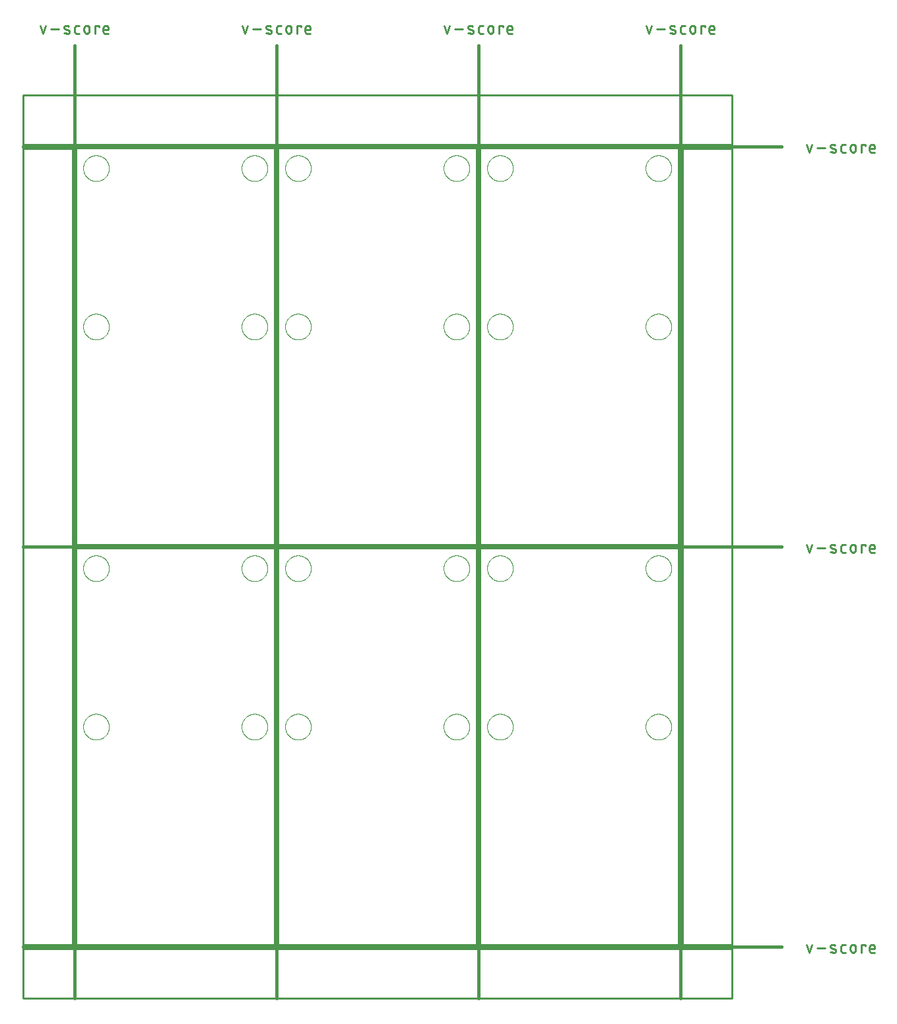
<source format=gko>
G75*
%MOIN*%
%OFA0B0*%
%FSLAX25Y25*%
%IPPOS*%
%LPD*%
%AMOC8*
5,1,8,0,0,1.08239X$1,22.5*
%
%ADD10C,0.00800*%
%ADD11C,0.01500*%
%ADD12C,0.01100*%
%ADD13C,0.01000*%
%ADD14C,0.00000*%
D10*
X0133333Y0128933D02*
X0233333Y0128933D01*
X0233333Y0328933D01*
X0133333Y0328933D01*
X0133333Y0128933D01*
X0235333Y0128933D02*
X0335333Y0128933D01*
X0335333Y0328933D01*
X0235333Y0328933D01*
X0235333Y0128933D01*
X0337333Y0128933D02*
X0437333Y0128933D01*
X0437333Y0328933D01*
X0337333Y0328933D01*
X0337333Y0128933D01*
X0337333Y0330933D02*
X0437333Y0330933D01*
X0437333Y0530933D01*
X0337333Y0530933D01*
X0337333Y0330933D01*
X0335333Y0330933D02*
X0235333Y0330933D01*
X0235333Y0530933D01*
X0335333Y0530933D01*
X0335333Y0330933D01*
X0233333Y0330933D02*
X0133333Y0330933D01*
X0133333Y0530933D01*
X0233333Y0530933D01*
X0233333Y0330933D01*
D11*
X0106333Y0329933D02*
X0489333Y0329933D01*
X0489333Y0531933D02*
X0106333Y0531933D01*
X0132333Y0582933D02*
X0132333Y0101933D01*
X0106333Y0127933D02*
X0489333Y0127933D01*
X0438333Y0101933D02*
X0438333Y0582933D01*
X0336333Y0582933D02*
X0336333Y0101933D01*
X0234333Y0101933D02*
X0234333Y0582933D01*
D12*
X0235554Y0588983D02*
X0236866Y0588983D01*
X0235554Y0588983D02*
X0235492Y0588985D01*
X0235431Y0588991D01*
X0235370Y0589000D01*
X0235310Y0589014D01*
X0235250Y0589031D01*
X0235192Y0589052D01*
X0235135Y0589077D01*
X0235080Y0589105D01*
X0235027Y0589136D01*
X0234976Y0589171D01*
X0234927Y0589209D01*
X0234881Y0589249D01*
X0234837Y0589293D01*
X0234797Y0589339D01*
X0234759Y0589388D01*
X0234724Y0589439D01*
X0234693Y0589492D01*
X0234665Y0589547D01*
X0234640Y0589604D01*
X0234619Y0589662D01*
X0234602Y0589722D01*
X0234588Y0589782D01*
X0234579Y0589843D01*
X0234573Y0589904D01*
X0234571Y0589966D01*
X0234571Y0591933D01*
X0234573Y0591995D01*
X0234579Y0592056D01*
X0234588Y0592117D01*
X0234602Y0592177D01*
X0234619Y0592237D01*
X0234640Y0592295D01*
X0234665Y0592352D01*
X0234693Y0592407D01*
X0234724Y0592460D01*
X0234759Y0592511D01*
X0234797Y0592560D01*
X0234837Y0592606D01*
X0234881Y0592650D01*
X0234927Y0592690D01*
X0234976Y0592728D01*
X0235027Y0592763D01*
X0235080Y0592794D01*
X0235135Y0592822D01*
X0235192Y0592847D01*
X0235250Y0592868D01*
X0235310Y0592885D01*
X0235370Y0592899D01*
X0235431Y0592908D01*
X0235492Y0592914D01*
X0235554Y0592916D01*
X0236866Y0592916D01*
X0239279Y0591605D02*
X0239279Y0590294D01*
X0239281Y0590223D01*
X0239287Y0590152D01*
X0239296Y0590082D01*
X0239310Y0590012D01*
X0239327Y0589943D01*
X0239348Y0589875D01*
X0239372Y0589809D01*
X0239400Y0589744D01*
X0239432Y0589680D01*
X0239467Y0589618D01*
X0239505Y0589558D01*
X0239546Y0589501D01*
X0239591Y0589445D01*
X0239638Y0589392D01*
X0239688Y0589342D01*
X0239741Y0589295D01*
X0239797Y0589250D01*
X0239854Y0589209D01*
X0239914Y0589171D01*
X0239976Y0589136D01*
X0240040Y0589104D01*
X0240105Y0589076D01*
X0240171Y0589052D01*
X0240239Y0589031D01*
X0240308Y0589014D01*
X0240378Y0589000D01*
X0240448Y0588991D01*
X0240519Y0588985D01*
X0240590Y0588983D01*
X0240661Y0588985D01*
X0240732Y0588991D01*
X0240802Y0589000D01*
X0240872Y0589014D01*
X0240941Y0589031D01*
X0241009Y0589052D01*
X0241075Y0589076D01*
X0241140Y0589104D01*
X0241204Y0589136D01*
X0241266Y0589171D01*
X0241326Y0589209D01*
X0241383Y0589250D01*
X0241439Y0589295D01*
X0241492Y0589342D01*
X0241542Y0589392D01*
X0241589Y0589445D01*
X0241634Y0589501D01*
X0241675Y0589558D01*
X0241713Y0589618D01*
X0241748Y0589680D01*
X0241780Y0589744D01*
X0241808Y0589809D01*
X0241832Y0589875D01*
X0241853Y0589943D01*
X0241870Y0590012D01*
X0241884Y0590082D01*
X0241893Y0590152D01*
X0241899Y0590223D01*
X0241901Y0590294D01*
X0241901Y0591605D01*
X0241899Y0591676D01*
X0241893Y0591747D01*
X0241884Y0591817D01*
X0241870Y0591887D01*
X0241853Y0591956D01*
X0241832Y0592024D01*
X0241808Y0592090D01*
X0241780Y0592155D01*
X0241748Y0592219D01*
X0241713Y0592281D01*
X0241675Y0592341D01*
X0241634Y0592398D01*
X0241589Y0592454D01*
X0241542Y0592507D01*
X0241492Y0592557D01*
X0241439Y0592604D01*
X0241383Y0592649D01*
X0241326Y0592690D01*
X0241266Y0592728D01*
X0241204Y0592763D01*
X0241140Y0592795D01*
X0241075Y0592823D01*
X0241009Y0592847D01*
X0240941Y0592868D01*
X0240872Y0592885D01*
X0240802Y0592899D01*
X0240732Y0592908D01*
X0240661Y0592914D01*
X0240590Y0592916D01*
X0240519Y0592914D01*
X0240448Y0592908D01*
X0240378Y0592899D01*
X0240308Y0592885D01*
X0240239Y0592868D01*
X0240171Y0592847D01*
X0240105Y0592823D01*
X0240040Y0592795D01*
X0239976Y0592763D01*
X0239914Y0592728D01*
X0239854Y0592690D01*
X0239797Y0592649D01*
X0239741Y0592604D01*
X0239688Y0592557D01*
X0239638Y0592507D01*
X0239591Y0592454D01*
X0239546Y0592398D01*
X0239505Y0592341D01*
X0239467Y0592281D01*
X0239432Y0592219D01*
X0239400Y0592155D01*
X0239372Y0592090D01*
X0239348Y0592024D01*
X0239327Y0591956D01*
X0239310Y0591887D01*
X0239296Y0591817D01*
X0239287Y0591747D01*
X0239281Y0591676D01*
X0239279Y0591605D01*
X0244868Y0592916D02*
X0246834Y0592916D01*
X0246834Y0592261D01*
X0244868Y0592916D02*
X0244868Y0588983D01*
X0248920Y0589966D02*
X0248920Y0591605D01*
X0248920Y0590950D02*
X0251542Y0590950D01*
X0251542Y0591605D01*
X0251540Y0591676D01*
X0251534Y0591747D01*
X0251525Y0591817D01*
X0251511Y0591887D01*
X0251494Y0591956D01*
X0251473Y0592024D01*
X0251449Y0592090D01*
X0251421Y0592155D01*
X0251389Y0592219D01*
X0251354Y0592281D01*
X0251316Y0592341D01*
X0251275Y0592398D01*
X0251230Y0592454D01*
X0251183Y0592507D01*
X0251133Y0592557D01*
X0251080Y0592604D01*
X0251024Y0592649D01*
X0250967Y0592690D01*
X0250907Y0592728D01*
X0250845Y0592763D01*
X0250781Y0592795D01*
X0250716Y0592823D01*
X0250650Y0592847D01*
X0250582Y0592868D01*
X0250513Y0592885D01*
X0250443Y0592899D01*
X0250373Y0592908D01*
X0250302Y0592914D01*
X0250231Y0592916D01*
X0250160Y0592914D01*
X0250089Y0592908D01*
X0250019Y0592899D01*
X0249949Y0592885D01*
X0249880Y0592868D01*
X0249812Y0592847D01*
X0249746Y0592823D01*
X0249681Y0592795D01*
X0249617Y0592763D01*
X0249555Y0592728D01*
X0249495Y0592690D01*
X0249438Y0592649D01*
X0249382Y0592604D01*
X0249329Y0592557D01*
X0249279Y0592507D01*
X0249232Y0592454D01*
X0249187Y0592398D01*
X0249146Y0592341D01*
X0249108Y0592281D01*
X0249073Y0592219D01*
X0249041Y0592155D01*
X0249013Y0592090D01*
X0248989Y0592024D01*
X0248968Y0591956D01*
X0248951Y0591887D01*
X0248937Y0591817D01*
X0248928Y0591747D01*
X0248922Y0591676D01*
X0248920Y0591605D01*
X0248920Y0589966D02*
X0248922Y0589904D01*
X0248928Y0589843D01*
X0248937Y0589782D01*
X0248951Y0589722D01*
X0248968Y0589662D01*
X0248989Y0589604D01*
X0249014Y0589547D01*
X0249042Y0589492D01*
X0249073Y0589439D01*
X0249108Y0589388D01*
X0249146Y0589339D01*
X0249186Y0589293D01*
X0249230Y0589249D01*
X0249276Y0589209D01*
X0249325Y0589171D01*
X0249376Y0589136D01*
X0249429Y0589105D01*
X0249484Y0589077D01*
X0249541Y0589052D01*
X0249599Y0589031D01*
X0249659Y0589014D01*
X0249719Y0589000D01*
X0249780Y0588991D01*
X0249841Y0588985D01*
X0249903Y0588983D01*
X0251542Y0588983D01*
X0231358Y0590622D02*
X0229719Y0591278D01*
X0229667Y0591301D01*
X0229616Y0591328D01*
X0229567Y0591358D01*
X0229520Y0591391D01*
X0229475Y0591427D01*
X0229433Y0591467D01*
X0229394Y0591509D01*
X0229358Y0591553D01*
X0229325Y0591600D01*
X0229295Y0591650D01*
X0229268Y0591701D01*
X0229245Y0591753D01*
X0229226Y0591807D01*
X0229210Y0591863D01*
X0229198Y0591919D01*
X0229190Y0591976D01*
X0229186Y0592033D01*
X0229185Y0592091D01*
X0229189Y0592148D01*
X0229196Y0592205D01*
X0229208Y0592262D01*
X0229223Y0592317D01*
X0229241Y0592372D01*
X0229264Y0592425D01*
X0229290Y0592476D01*
X0229319Y0592525D01*
X0229352Y0592573D01*
X0229388Y0592618D01*
X0229426Y0592660D01*
X0229468Y0592700D01*
X0229512Y0592737D01*
X0229559Y0592771D01*
X0229607Y0592802D01*
X0229658Y0592829D01*
X0229710Y0592853D01*
X0229764Y0592873D01*
X0229819Y0592889D01*
X0229875Y0592902D01*
X0229932Y0592911D01*
X0229990Y0592916D01*
X0230047Y0592917D01*
X0229227Y0589311D02*
X0229361Y0589265D01*
X0229496Y0589222D01*
X0229632Y0589183D01*
X0229769Y0589147D01*
X0229906Y0589115D01*
X0230045Y0589086D01*
X0230184Y0589060D01*
X0230324Y0589039D01*
X0230465Y0589020D01*
X0230605Y0589006D01*
X0230747Y0588995D01*
X0230888Y0588987D01*
X0231030Y0588984D01*
X0231030Y0588983D02*
X0231087Y0588984D01*
X0231145Y0588989D01*
X0231202Y0588998D01*
X0231258Y0589011D01*
X0231313Y0589027D01*
X0231367Y0589047D01*
X0231419Y0589071D01*
X0231470Y0589098D01*
X0231518Y0589129D01*
X0231565Y0589163D01*
X0231609Y0589200D01*
X0231651Y0589240D01*
X0231689Y0589282D01*
X0231725Y0589327D01*
X0231758Y0589375D01*
X0231787Y0589424D01*
X0231813Y0589475D01*
X0231836Y0589528D01*
X0231854Y0589583D01*
X0231869Y0589638D01*
X0231881Y0589695D01*
X0231888Y0589752D01*
X0231892Y0589809D01*
X0231891Y0589867D01*
X0231887Y0589924D01*
X0231879Y0589981D01*
X0231867Y0590037D01*
X0231851Y0590093D01*
X0231832Y0590147D01*
X0231809Y0590199D01*
X0231782Y0590250D01*
X0231752Y0590300D01*
X0231719Y0590347D01*
X0231683Y0590391D01*
X0231644Y0590433D01*
X0231602Y0590473D01*
X0231557Y0590509D01*
X0231510Y0590542D01*
X0231461Y0590572D01*
X0231410Y0590599D01*
X0231358Y0590622D01*
X0231521Y0592588D02*
X0231414Y0592634D01*
X0231305Y0592677D01*
X0231195Y0592717D01*
X0231083Y0592753D01*
X0230971Y0592785D01*
X0230857Y0592814D01*
X0230743Y0592840D01*
X0230628Y0592861D01*
X0230513Y0592880D01*
X0230396Y0592894D01*
X0230280Y0592905D01*
X0230163Y0592912D01*
X0230046Y0592916D01*
X0226351Y0591278D02*
X0222418Y0591278D01*
X0219747Y0592916D02*
X0218435Y0588983D01*
X0217124Y0592916D01*
X0149542Y0591605D02*
X0149542Y0590950D01*
X0146920Y0590950D01*
X0146920Y0591605D02*
X0146920Y0589966D01*
X0146922Y0589904D01*
X0146928Y0589843D01*
X0146937Y0589782D01*
X0146951Y0589722D01*
X0146968Y0589662D01*
X0146989Y0589604D01*
X0147014Y0589547D01*
X0147042Y0589492D01*
X0147073Y0589439D01*
X0147108Y0589388D01*
X0147146Y0589339D01*
X0147186Y0589293D01*
X0147230Y0589249D01*
X0147276Y0589209D01*
X0147325Y0589171D01*
X0147376Y0589136D01*
X0147429Y0589105D01*
X0147484Y0589077D01*
X0147541Y0589052D01*
X0147599Y0589031D01*
X0147659Y0589014D01*
X0147719Y0589000D01*
X0147780Y0588991D01*
X0147841Y0588985D01*
X0147903Y0588983D01*
X0149542Y0588983D01*
X0149542Y0591605D02*
X0149540Y0591676D01*
X0149534Y0591747D01*
X0149525Y0591817D01*
X0149511Y0591887D01*
X0149494Y0591956D01*
X0149473Y0592024D01*
X0149449Y0592090D01*
X0149421Y0592155D01*
X0149389Y0592219D01*
X0149354Y0592281D01*
X0149316Y0592341D01*
X0149275Y0592398D01*
X0149230Y0592454D01*
X0149183Y0592507D01*
X0149133Y0592557D01*
X0149080Y0592604D01*
X0149024Y0592649D01*
X0148967Y0592690D01*
X0148907Y0592728D01*
X0148845Y0592763D01*
X0148781Y0592795D01*
X0148716Y0592823D01*
X0148650Y0592847D01*
X0148582Y0592868D01*
X0148513Y0592885D01*
X0148443Y0592899D01*
X0148373Y0592908D01*
X0148302Y0592914D01*
X0148231Y0592916D01*
X0148160Y0592914D01*
X0148089Y0592908D01*
X0148019Y0592899D01*
X0147949Y0592885D01*
X0147880Y0592868D01*
X0147812Y0592847D01*
X0147746Y0592823D01*
X0147681Y0592795D01*
X0147617Y0592763D01*
X0147555Y0592728D01*
X0147495Y0592690D01*
X0147438Y0592649D01*
X0147382Y0592604D01*
X0147329Y0592557D01*
X0147279Y0592507D01*
X0147232Y0592454D01*
X0147187Y0592398D01*
X0147146Y0592341D01*
X0147108Y0592281D01*
X0147073Y0592219D01*
X0147041Y0592155D01*
X0147013Y0592090D01*
X0146989Y0592024D01*
X0146968Y0591956D01*
X0146951Y0591887D01*
X0146937Y0591817D01*
X0146928Y0591747D01*
X0146922Y0591676D01*
X0146920Y0591605D01*
X0144834Y0592261D02*
X0144834Y0592916D01*
X0142868Y0592916D01*
X0142868Y0588983D01*
X0139901Y0590294D02*
X0139901Y0591605D01*
X0139899Y0591676D01*
X0139893Y0591747D01*
X0139884Y0591817D01*
X0139870Y0591887D01*
X0139853Y0591956D01*
X0139832Y0592024D01*
X0139808Y0592090D01*
X0139780Y0592155D01*
X0139748Y0592219D01*
X0139713Y0592281D01*
X0139675Y0592341D01*
X0139634Y0592398D01*
X0139589Y0592454D01*
X0139542Y0592507D01*
X0139492Y0592557D01*
X0139439Y0592604D01*
X0139383Y0592649D01*
X0139326Y0592690D01*
X0139266Y0592728D01*
X0139204Y0592763D01*
X0139140Y0592795D01*
X0139075Y0592823D01*
X0139009Y0592847D01*
X0138941Y0592868D01*
X0138872Y0592885D01*
X0138802Y0592899D01*
X0138732Y0592908D01*
X0138661Y0592914D01*
X0138590Y0592916D01*
X0138519Y0592914D01*
X0138448Y0592908D01*
X0138378Y0592899D01*
X0138308Y0592885D01*
X0138239Y0592868D01*
X0138171Y0592847D01*
X0138105Y0592823D01*
X0138040Y0592795D01*
X0137976Y0592763D01*
X0137914Y0592728D01*
X0137854Y0592690D01*
X0137797Y0592649D01*
X0137741Y0592604D01*
X0137688Y0592557D01*
X0137638Y0592507D01*
X0137591Y0592454D01*
X0137546Y0592398D01*
X0137505Y0592341D01*
X0137467Y0592281D01*
X0137432Y0592219D01*
X0137400Y0592155D01*
X0137372Y0592090D01*
X0137348Y0592024D01*
X0137327Y0591956D01*
X0137310Y0591887D01*
X0137296Y0591817D01*
X0137287Y0591747D01*
X0137281Y0591676D01*
X0137279Y0591605D01*
X0137279Y0590294D01*
X0137281Y0590223D01*
X0137287Y0590152D01*
X0137296Y0590082D01*
X0137310Y0590012D01*
X0137327Y0589943D01*
X0137348Y0589875D01*
X0137372Y0589809D01*
X0137400Y0589744D01*
X0137432Y0589680D01*
X0137467Y0589618D01*
X0137505Y0589558D01*
X0137546Y0589501D01*
X0137591Y0589445D01*
X0137638Y0589392D01*
X0137688Y0589342D01*
X0137741Y0589295D01*
X0137797Y0589250D01*
X0137854Y0589209D01*
X0137914Y0589171D01*
X0137976Y0589136D01*
X0138040Y0589104D01*
X0138105Y0589076D01*
X0138171Y0589052D01*
X0138239Y0589031D01*
X0138308Y0589014D01*
X0138378Y0589000D01*
X0138448Y0588991D01*
X0138519Y0588985D01*
X0138590Y0588983D01*
X0138661Y0588985D01*
X0138732Y0588991D01*
X0138802Y0589000D01*
X0138872Y0589014D01*
X0138941Y0589031D01*
X0139009Y0589052D01*
X0139075Y0589076D01*
X0139140Y0589104D01*
X0139204Y0589136D01*
X0139266Y0589171D01*
X0139326Y0589209D01*
X0139383Y0589250D01*
X0139439Y0589295D01*
X0139492Y0589342D01*
X0139542Y0589392D01*
X0139589Y0589445D01*
X0139634Y0589501D01*
X0139675Y0589558D01*
X0139713Y0589618D01*
X0139748Y0589680D01*
X0139780Y0589744D01*
X0139808Y0589809D01*
X0139832Y0589875D01*
X0139853Y0589943D01*
X0139870Y0590012D01*
X0139884Y0590082D01*
X0139893Y0590152D01*
X0139899Y0590223D01*
X0139901Y0590294D01*
X0134866Y0588983D02*
X0133554Y0588983D01*
X0133492Y0588985D01*
X0133431Y0588991D01*
X0133370Y0589000D01*
X0133310Y0589014D01*
X0133250Y0589031D01*
X0133192Y0589052D01*
X0133135Y0589077D01*
X0133080Y0589105D01*
X0133027Y0589136D01*
X0132976Y0589171D01*
X0132927Y0589209D01*
X0132881Y0589249D01*
X0132837Y0589293D01*
X0132797Y0589339D01*
X0132759Y0589388D01*
X0132724Y0589439D01*
X0132693Y0589492D01*
X0132665Y0589547D01*
X0132640Y0589604D01*
X0132619Y0589662D01*
X0132602Y0589722D01*
X0132588Y0589782D01*
X0132579Y0589843D01*
X0132573Y0589904D01*
X0132571Y0589966D01*
X0132571Y0591933D01*
X0132573Y0591995D01*
X0132579Y0592056D01*
X0132588Y0592117D01*
X0132602Y0592177D01*
X0132619Y0592237D01*
X0132640Y0592295D01*
X0132665Y0592352D01*
X0132693Y0592407D01*
X0132724Y0592460D01*
X0132759Y0592511D01*
X0132797Y0592560D01*
X0132837Y0592606D01*
X0132881Y0592650D01*
X0132927Y0592690D01*
X0132976Y0592728D01*
X0133027Y0592763D01*
X0133080Y0592794D01*
X0133135Y0592822D01*
X0133192Y0592847D01*
X0133250Y0592868D01*
X0133310Y0592885D01*
X0133370Y0592899D01*
X0133431Y0592908D01*
X0133492Y0592914D01*
X0133554Y0592916D01*
X0134866Y0592916D01*
X0129358Y0590622D02*
X0127719Y0591278D01*
X0127667Y0591301D01*
X0127616Y0591328D01*
X0127567Y0591358D01*
X0127520Y0591391D01*
X0127475Y0591427D01*
X0127433Y0591467D01*
X0127394Y0591509D01*
X0127358Y0591553D01*
X0127325Y0591600D01*
X0127295Y0591650D01*
X0127268Y0591701D01*
X0127245Y0591753D01*
X0127226Y0591807D01*
X0127210Y0591863D01*
X0127198Y0591919D01*
X0127190Y0591976D01*
X0127186Y0592033D01*
X0127185Y0592091D01*
X0127189Y0592148D01*
X0127196Y0592205D01*
X0127208Y0592262D01*
X0127223Y0592317D01*
X0127241Y0592372D01*
X0127264Y0592425D01*
X0127290Y0592476D01*
X0127319Y0592525D01*
X0127352Y0592573D01*
X0127388Y0592618D01*
X0127426Y0592660D01*
X0127468Y0592700D01*
X0127512Y0592737D01*
X0127559Y0592771D01*
X0127607Y0592802D01*
X0127658Y0592829D01*
X0127710Y0592853D01*
X0127764Y0592873D01*
X0127819Y0592889D01*
X0127875Y0592902D01*
X0127932Y0592911D01*
X0127990Y0592916D01*
X0128047Y0592917D01*
X0127227Y0589311D02*
X0127361Y0589265D01*
X0127496Y0589222D01*
X0127632Y0589183D01*
X0127769Y0589147D01*
X0127906Y0589115D01*
X0128045Y0589086D01*
X0128184Y0589060D01*
X0128324Y0589039D01*
X0128465Y0589020D01*
X0128605Y0589006D01*
X0128747Y0588995D01*
X0128888Y0588987D01*
X0129030Y0588984D01*
X0129030Y0588983D02*
X0129087Y0588984D01*
X0129145Y0588989D01*
X0129202Y0588998D01*
X0129258Y0589011D01*
X0129313Y0589027D01*
X0129367Y0589047D01*
X0129419Y0589071D01*
X0129470Y0589098D01*
X0129518Y0589129D01*
X0129565Y0589163D01*
X0129609Y0589200D01*
X0129651Y0589240D01*
X0129689Y0589282D01*
X0129725Y0589327D01*
X0129758Y0589375D01*
X0129787Y0589424D01*
X0129813Y0589475D01*
X0129836Y0589528D01*
X0129854Y0589583D01*
X0129869Y0589638D01*
X0129881Y0589695D01*
X0129888Y0589752D01*
X0129892Y0589809D01*
X0129891Y0589867D01*
X0129887Y0589924D01*
X0129879Y0589981D01*
X0129867Y0590037D01*
X0129851Y0590093D01*
X0129832Y0590147D01*
X0129809Y0590199D01*
X0129782Y0590250D01*
X0129752Y0590300D01*
X0129719Y0590347D01*
X0129683Y0590391D01*
X0129644Y0590433D01*
X0129602Y0590473D01*
X0129557Y0590509D01*
X0129510Y0590542D01*
X0129461Y0590572D01*
X0129410Y0590599D01*
X0129358Y0590622D01*
X0129521Y0592588D02*
X0129414Y0592634D01*
X0129305Y0592677D01*
X0129195Y0592717D01*
X0129083Y0592753D01*
X0128971Y0592785D01*
X0128857Y0592814D01*
X0128743Y0592840D01*
X0128628Y0592861D01*
X0128513Y0592880D01*
X0128396Y0592894D01*
X0128280Y0592905D01*
X0128163Y0592912D01*
X0128046Y0592916D01*
X0124351Y0591278D02*
X0120418Y0591278D01*
X0117747Y0592916D02*
X0116435Y0588983D01*
X0115124Y0592916D01*
X0319124Y0592916D02*
X0320435Y0588983D01*
X0321747Y0592916D01*
X0324418Y0591278D02*
X0328351Y0591278D01*
X0331719Y0591278D02*
X0333358Y0590622D01*
X0333410Y0590599D01*
X0333461Y0590572D01*
X0333510Y0590542D01*
X0333557Y0590509D01*
X0333602Y0590473D01*
X0333644Y0590433D01*
X0333683Y0590391D01*
X0333719Y0590347D01*
X0333752Y0590300D01*
X0333782Y0590250D01*
X0333809Y0590199D01*
X0333832Y0590147D01*
X0333851Y0590093D01*
X0333867Y0590037D01*
X0333879Y0589981D01*
X0333887Y0589924D01*
X0333891Y0589867D01*
X0333892Y0589809D01*
X0333888Y0589752D01*
X0333881Y0589695D01*
X0333869Y0589638D01*
X0333854Y0589583D01*
X0333836Y0589528D01*
X0333813Y0589475D01*
X0333787Y0589424D01*
X0333758Y0589375D01*
X0333725Y0589327D01*
X0333689Y0589282D01*
X0333651Y0589240D01*
X0333609Y0589200D01*
X0333565Y0589163D01*
X0333518Y0589129D01*
X0333470Y0589098D01*
X0333419Y0589071D01*
X0333367Y0589047D01*
X0333313Y0589027D01*
X0333258Y0589011D01*
X0333202Y0588998D01*
X0333145Y0588989D01*
X0333087Y0588984D01*
X0333030Y0588983D01*
X0333521Y0592588D02*
X0333414Y0592634D01*
X0333305Y0592677D01*
X0333195Y0592717D01*
X0333083Y0592753D01*
X0332971Y0592785D01*
X0332857Y0592814D01*
X0332743Y0592840D01*
X0332628Y0592861D01*
X0332513Y0592880D01*
X0332396Y0592894D01*
X0332280Y0592905D01*
X0332163Y0592912D01*
X0332046Y0592916D01*
X0332047Y0592917D02*
X0331990Y0592916D01*
X0331932Y0592911D01*
X0331875Y0592902D01*
X0331819Y0592889D01*
X0331764Y0592873D01*
X0331710Y0592853D01*
X0331658Y0592829D01*
X0331607Y0592802D01*
X0331559Y0592771D01*
X0331512Y0592737D01*
X0331468Y0592700D01*
X0331426Y0592660D01*
X0331388Y0592618D01*
X0331352Y0592573D01*
X0331319Y0592525D01*
X0331290Y0592476D01*
X0331264Y0592425D01*
X0331241Y0592372D01*
X0331223Y0592317D01*
X0331208Y0592262D01*
X0331196Y0592205D01*
X0331189Y0592148D01*
X0331185Y0592091D01*
X0331186Y0592033D01*
X0331190Y0591976D01*
X0331198Y0591919D01*
X0331210Y0591863D01*
X0331226Y0591807D01*
X0331245Y0591753D01*
X0331268Y0591701D01*
X0331295Y0591650D01*
X0331325Y0591600D01*
X0331358Y0591553D01*
X0331394Y0591509D01*
X0331433Y0591467D01*
X0331475Y0591427D01*
X0331520Y0591391D01*
X0331567Y0591358D01*
X0331616Y0591328D01*
X0331667Y0591301D01*
X0331719Y0591278D01*
X0331227Y0589311D02*
X0331361Y0589265D01*
X0331496Y0589222D01*
X0331632Y0589183D01*
X0331769Y0589147D01*
X0331906Y0589115D01*
X0332045Y0589086D01*
X0332184Y0589060D01*
X0332324Y0589039D01*
X0332465Y0589020D01*
X0332605Y0589006D01*
X0332747Y0588995D01*
X0332888Y0588987D01*
X0333030Y0588984D01*
X0336571Y0589966D02*
X0336571Y0591933D01*
X0336573Y0591995D01*
X0336579Y0592056D01*
X0336588Y0592117D01*
X0336602Y0592177D01*
X0336619Y0592237D01*
X0336640Y0592295D01*
X0336665Y0592352D01*
X0336693Y0592407D01*
X0336724Y0592460D01*
X0336759Y0592511D01*
X0336797Y0592560D01*
X0336837Y0592606D01*
X0336881Y0592650D01*
X0336927Y0592690D01*
X0336976Y0592728D01*
X0337027Y0592763D01*
X0337080Y0592794D01*
X0337135Y0592822D01*
X0337192Y0592847D01*
X0337250Y0592868D01*
X0337310Y0592885D01*
X0337370Y0592899D01*
X0337431Y0592908D01*
X0337492Y0592914D01*
X0337554Y0592916D01*
X0338866Y0592916D01*
X0341279Y0591605D02*
X0341279Y0590294D01*
X0341281Y0590223D01*
X0341287Y0590152D01*
X0341296Y0590082D01*
X0341310Y0590012D01*
X0341327Y0589943D01*
X0341348Y0589875D01*
X0341372Y0589809D01*
X0341400Y0589744D01*
X0341432Y0589680D01*
X0341467Y0589618D01*
X0341505Y0589558D01*
X0341546Y0589501D01*
X0341591Y0589445D01*
X0341638Y0589392D01*
X0341688Y0589342D01*
X0341741Y0589295D01*
X0341797Y0589250D01*
X0341854Y0589209D01*
X0341914Y0589171D01*
X0341976Y0589136D01*
X0342040Y0589104D01*
X0342105Y0589076D01*
X0342171Y0589052D01*
X0342239Y0589031D01*
X0342308Y0589014D01*
X0342378Y0589000D01*
X0342448Y0588991D01*
X0342519Y0588985D01*
X0342590Y0588983D01*
X0342661Y0588985D01*
X0342732Y0588991D01*
X0342802Y0589000D01*
X0342872Y0589014D01*
X0342941Y0589031D01*
X0343009Y0589052D01*
X0343075Y0589076D01*
X0343140Y0589104D01*
X0343204Y0589136D01*
X0343266Y0589171D01*
X0343326Y0589209D01*
X0343383Y0589250D01*
X0343439Y0589295D01*
X0343492Y0589342D01*
X0343542Y0589392D01*
X0343589Y0589445D01*
X0343634Y0589501D01*
X0343675Y0589558D01*
X0343713Y0589618D01*
X0343748Y0589680D01*
X0343780Y0589744D01*
X0343808Y0589809D01*
X0343832Y0589875D01*
X0343853Y0589943D01*
X0343870Y0590012D01*
X0343884Y0590082D01*
X0343893Y0590152D01*
X0343899Y0590223D01*
X0343901Y0590294D01*
X0343901Y0591605D01*
X0343899Y0591676D01*
X0343893Y0591747D01*
X0343884Y0591817D01*
X0343870Y0591887D01*
X0343853Y0591956D01*
X0343832Y0592024D01*
X0343808Y0592090D01*
X0343780Y0592155D01*
X0343748Y0592219D01*
X0343713Y0592281D01*
X0343675Y0592341D01*
X0343634Y0592398D01*
X0343589Y0592454D01*
X0343542Y0592507D01*
X0343492Y0592557D01*
X0343439Y0592604D01*
X0343383Y0592649D01*
X0343326Y0592690D01*
X0343266Y0592728D01*
X0343204Y0592763D01*
X0343140Y0592795D01*
X0343075Y0592823D01*
X0343009Y0592847D01*
X0342941Y0592868D01*
X0342872Y0592885D01*
X0342802Y0592899D01*
X0342732Y0592908D01*
X0342661Y0592914D01*
X0342590Y0592916D01*
X0342519Y0592914D01*
X0342448Y0592908D01*
X0342378Y0592899D01*
X0342308Y0592885D01*
X0342239Y0592868D01*
X0342171Y0592847D01*
X0342105Y0592823D01*
X0342040Y0592795D01*
X0341976Y0592763D01*
X0341914Y0592728D01*
X0341854Y0592690D01*
X0341797Y0592649D01*
X0341741Y0592604D01*
X0341688Y0592557D01*
X0341638Y0592507D01*
X0341591Y0592454D01*
X0341546Y0592398D01*
X0341505Y0592341D01*
X0341467Y0592281D01*
X0341432Y0592219D01*
X0341400Y0592155D01*
X0341372Y0592090D01*
X0341348Y0592024D01*
X0341327Y0591956D01*
X0341310Y0591887D01*
X0341296Y0591817D01*
X0341287Y0591747D01*
X0341281Y0591676D01*
X0341279Y0591605D01*
X0338866Y0588983D02*
X0337554Y0588983D01*
X0337492Y0588985D01*
X0337431Y0588991D01*
X0337370Y0589000D01*
X0337310Y0589014D01*
X0337250Y0589031D01*
X0337192Y0589052D01*
X0337135Y0589077D01*
X0337080Y0589105D01*
X0337027Y0589136D01*
X0336976Y0589171D01*
X0336927Y0589209D01*
X0336881Y0589249D01*
X0336837Y0589293D01*
X0336797Y0589339D01*
X0336759Y0589388D01*
X0336724Y0589439D01*
X0336693Y0589492D01*
X0336665Y0589547D01*
X0336640Y0589604D01*
X0336619Y0589662D01*
X0336602Y0589722D01*
X0336588Y0589782D01*
X0336579Y0589843D01*
X0336573Y0589904D01*
X0336571Y0589966D01*
X0346868Y0588983D02*
X0346868Y0592916D01*
X0348834Y0592916D01*
X0348834Y0592261D01*
X0350920Y0591605D02*
X0350920Y0589966D01*
X0350922Y0589904D01*
X0350928Y0589843D01*
X0350937Y0589782D01*
X0350951Y0589722D01*
X0350968Y0589662D01*
X0350989Y0589604D01*
X0351014Y0589547D01*
X0351042Y0589492D01*
X0351073Y0589439D01*
X0351108Y0589388D01*
X0351146Y0589339D01*
X0351186Y0589293D01*
X0351230Y0589249D01*
X0351276Y0589209D01*
X0351325Y0589171D01*
X0351376Y0589136D01*
X0351429Y0589105D01*
X0351484Y0589077D01*
X0351541Y0589052D01*
X0351599Y0589031D01*
X0351659Y0589014D01*
X0351719Y0589000D01*
X0351780Y0588991D01*
X0351841Y0588985D01*
X0351903Y0588983D01*
X0353542Y0588983D01*
X0353542Y0590950D02*
X0350920Y0590950D01*
X0350920Y0591605D02*
X0350922Y0591676D01*
X0350928Y0591747D01*
X0350937Y0591817D01*
X0350951Y0591887D01*
X0350968Y0591956D01*
X0350989Y0592024D01*
X0351013Y0592090D01*
X0351041Y0592155D01*
X0351073Y0592219D01*
X0351108Y0592281D01*
X0351146Y0592341D01*
X0351187Y0592398D01*
X0351232Y0592454D01*
X0351279Y0592507D01*
X0351329Y0592557D01*
X0351382Y0592604D01*
X0351438Y0592649D01*
X0351495Y0592690D01*
X0351555Y0592728D01*
X0351617Y0592763D01*
X0351681Y0592795D01*
X0351746Y0592823D01*
X0351812Y0592847D01*
X0351880Y0592868D01*
X0351949Y0592885D01*
X0352019Y0592899D01*
X0352089Y0592908D01*
X0352160Y0592914D01*
X0352231Y0592916D01*
X0352302Y0592914D01*
X0352373Y0592908D01*
X0352443Y0592899D01*
X0352513Y0592885D01*
X0352582Y0592868D01*
X0352650Y0592847D01*
X0352716Y0592823D01*
X0352781Y0592795D01*
X0352845Y0592763D01*
X0352907Y0592728D01*
X0352967Y0592690D01*
X0353024Y0592649D01*
X0353080Y0592604D01*
X0353133Y0592557D01*
X0353183Y0592507D01*
X0353230Y0592454D01*
X0353275Y0592398D01*
X0353316Y0592341D01*
X0353354Y0592281D01*
X0353389Y0592219D01*
X0353421Y0592155D01*
X0353449Y0592090D01*
X0353473Y0592024D01*
X0353494Y0591956D01*
X0353511Y0591887D01*
X0353525Y0591817D01*
X0353534Y0591747D01*
X0353540Y0591676D01*
X0353542Y0591605D01*
X0353542Y0590950D01*
X0421124Y0592916D02*
X0422435Y0588983D01*
X0423747Y0592916D01*
X0426418Y0591278D02*
X0430351Y0591278D01*
X0433719Y0591278D02*
X0435358Y0590622D01*
X0435410Y0590599D01*
X0435461Y0590572D01*
X0435510Y0590542D01*
X0435557Y0590509D01*
X0435602Y0590473D01*
X0435644Y0590433D01*
X0435683Y0590391D01*
X0435719Y0590347D01*
X0435752Y0590300D01*
X0435782Y0590250D01*
X0435809Y0590199D01*
X0435832Y0590147D01*
X0435851Y0590093D01*
X0435867Y0590037D01*
X0435879Y0589981D01*
X0435887Y0589924D01*
X0435891Y0589867D01*
X0435892Y0589809D01*
X0435888Y0589752D01*
X0435881Y0589695D01*
X0435869Y0589638D01*
X0435854Y0589583D01*
X0435836Y0589528D01*
X0435813Y0589475D01*
X0435787Y0589424D01*
X0435758Y0589375D01*
X0435725Y0589327D01*
X0435689Y0589282D01*
X0435651Y0589240D01*
X0435609Y0589200D01*
X0435565Y0589163D01*
X0435518Y0589129D01*
X0435470Y0589098D01*
X0435419Y0589071D01*
X0435367Y0589047D01*
X0435313Y0589027D01*
X0435258Y0589011D01*
X0435202Y0588998D01*
X0435145Y0588989D01*
X0435087Y0588984D01*
X0435030Y0588983D01*
X0435521Y0592588D02*
X0435414Y0592634D01*
X0435305Y0592677D01*
X0435195Y0592717D01*
X0435083Y0592753D01*
X0434971Y0592785D01*
X0434857Y0592814D01*
X0434743Y0592840D01*
X0434628Y0592861D01*
X0434513Y0592880D01*
X0434396Y0592894D01*
X0434280Y0592905D01*
X0434163Y0592912D01*
X0434046Y0592916D01*
X0434047Y0592917D02*
X0433990Y0592916D01*
X0433932Y0592911D01*
X0433875Y0592902D01*
X0433819Y0592889D01*
X0433764Y0592873D01*
X0433710Y0592853D01*
X0433658Y0592829D01*
X0433607Y0592802D01*
X0433559Y0592771D01*
X0433512Y0592737D01*
X0433468Y0592700D01*
X0433426Y0592660D01*
X0433388Y0592618D01*
X0433352Y0592573D01*
X0433319Y0592525D01*
X0433290Y0592476D01*
X0433264Y0592425D01*
X0433241Y0592372D01*
X0433223Y0592317D01*
X0433208Y0592262D01*
X0433196Y0592205D01*
X0433189Y0592148D01*
X0433185Y0592091D01*
X0433186Y0592033D01*
X0433190Y0591976D01*
X0433198Y0591919D01*
X0433210Y0591863D01*
X0433226Y0591807D01*
X0433245Y0591753D01*
X0433268Y0591701D01*
X0433295Y0591650D01*
X0433325Y0591600D01*
X0433358Y0591553D01*
X0433394Y0591509D01*
X0433433Y0591467D01*
X0433475Y0591427D01*
X0433520Y0591391D01*
X0433567Y0591358D01*
X0433616Y0591328D01*
X0433667Y0591301D01*
X0433719Y0591278D01*
X0433227Y0589311D02*
X0433361Y0589265D01*
X0433496Y0589222D01*
X0433632Y0589183D01*
X0433769Y0589147D01*
X0433906Y0589115D01*
X0434045Y0589086D01*
X0434184Y0589060D01*
X0434324Y0589039D01*
X0434465Y0589020D01*
X0434605Y0589006D01*
X0434747Y0588995D01*
X0434888Y0588987D01*
X0435030Y0588984D01*
X0438571Y0589966D02*
X0438571Y0591933D01*
X0438573Y0591995D01*
X0438579Y0592056D01*
X0438588Y0592117D01*
X0438602Y0592177D01*
X0438619Y0592237D01*
X0438640Y0592295D01*
X0438665Y0592352D01*
X0438693Y0592407D01*
X0438724Y0592460D01*
X0438759Y0592511D01*
X0438797Y0592560D01*
X0438837Y0592606D01*
X0438881Y0592650D01*
X0438927Y0592690D01*
X0438976Y0592728D01*
X0439027Y0592763D01*
X0439080Y0592794D01*
X0439135Y0592822D01*
X0439192Y0592847D01*
X0439250Y0592868D01*
X0439310Y0592885D01*
X0439370Y0592899D01*
X0439431Y0592908D01*
X0439492Y0592914D01*
X0439554Y0592916D01*
X0440866Y0592916D01*
X0443279Y0591605D02*
X0443279Y0590294D01*
X0443281Y0590223D01*
X0443287Y0590152D01*
X0443296Y0590082D01*
X0443310Y0590012D01*
X0443327Y0589943D01*
X0443348Y0589875D01*
X0443372Y0589809D01*
X0443400Y0589744D01*
X0443432Y0589680D01*
X0443467Y0589618D01*
X0443505Y0589558D01*
X0443546Y0589501D01*
X0443591Y0589445D01*
X0443638Y0589392D01*
X0443688Y0589342D01*
X0443741Y0589295D01*
X0443797Y0589250D01*
X0443854Y0589209D01*
X0443914Y0589171D01*
X0443976Y0589136D01*
X0444040Y0589104D01*
X0444105Y0589076D01*
X0444171Y0589052D01*
X0444239Y0589031D01*
X0444308Y0589014D01*
X0444378Y0589000D01*
X0444448Y0588991D01*
X0444519Y0588985D01*
X0444590Y0588983D01*
X0444661Y0588985D01*
X0444732Y0588991D01*
X0444802Y0589000D01*
X0444872Y0589014D01*
X0444941Y0589031D01*
X0445009Y0589052D01*
X0445075Y0589076D01*
X0445140Y0589104D01*
X0445204Y0589136D01*
X0445266Y0589171D01*
X0445326Y0589209D01*
X0445383Y0589250D01*
X0445439Y0589295D01*
X0445492Y0589342D01*
X0445542Y0589392D01*
X0445589Y0589445D01*
X0445634Y0589501D01*
X0445675Y0589558D01*
X0445713Y0589618D01*
X0445748Y0589680D01*
X0445780Y0589744D01*
X0445808Y0589809D01*
X0445832Y0589875D01*
X0445853Y0589943D01*
X0445870Y0590012D01*
X0445884Y0590082D01*
X0445893Y0590152D01*
X0445899Y0590223D01*
X0445901Y0590294D01*
X0445901Y0591605D01*
X0445899Y0591676D01*
X0445893Y0591747D01*
X0445884Y0591817D01*
X0445870Y0591887D01*
X0445853Y0591956D01*
X0445832Y0592024D01*
X0445808Y0592090D01*
X0445780Y0592155D01*
X0445748Y0592219D01*
X0445713Y0592281D01*
X0445675Y0592341D01*
X0445634Y0592398D01*
X0445589Y0592454D01*
X0445542Y0592507D01*
X0445492Y0592557D01*
X0445439Y0592604D01*
X0445383Y0592649D01*
X0445326Y0592690D01*
X0445266Y0592728D01*
X0445204Y0592763D01*
X0445140Y0592795D01*
X0445075Y0592823D01*
X0445009Y0592847D01*
X0444941Y0592868D01*
X0444872Y0592885D01*
X0444802Y0592899D01*
X0444732Y0592908D01*
X0444661Y0592914D01*
X0444590Y0592916D01*
X0444519Y0592914D01*
X0444448Y0592908D01*
X0444378Y0592899D01*
X0444308Y0592885D01*
X0444239Y0592868D01*
X0444171Y0592847D01*
X0444105Y0592823D01*
X0444040Y0592795D01*
X0443976Y0592763D01*
X0443914Y0592728D01*
X0443854Y0592690D01*
X0443797Y0592649D01*
X0443741Y0592604D01*
X0443688Y0592557D01*
X0443638Y0592507D01*
X0443591Y0592454D01*
X0443546Y0592398D01*
X0443505Y0592341D01*
X0443467Y0592281D01*
X0443432Y0592219D01*
X0443400Y0592155D01*
X0443372Y0592090D01*
X0443348Y0592024D01*
X0443327Y0591956D01*
X0443310Y0591887D01*
X0443296Y0591817D01*
X0443287Y0591747D01*
X0443281Y0591676D01*
X0443279Y0591605D01*
X0440866Y0588983D02*
X0439554Y0588983D01*
X0439492Y0588985D01*
X0439431Y0588991D01*
X0439370Y0589000D01*
X0439310Y0589014D01*
X0439250Y0589031D01*
X0439192Y0589052D01*
X0439135Y0589077D01*
X0439080Y0589105D01*
X0439027Y0589136D01*
X0438976Y0589171D01*
X0438927Y0589209D01*
X0438881Y0589249D01*
X0438837Y0589293D01*
X0438797Y0589339D01*
X0438759Y0589388D01*
X0438724Y0589439D01*
X0438693Y0589492D01*
X0438665Y0589547D01*
X0438640Y0589604D01*
X0438619Y0589662D01*
X0438602Y0589722D01*
X0438588Y0589782D01*
X0438579Y0589843D01*
X0438573Y0589904D01*
X0438571Y0589966D01*
X0448868Y0588983D02*
X0448868Y0592916D01*
X0450834Y0592916D01*
X0450834Y0592261D01*
X0452920Y0591605D02*
X0452920Y0589966D01*
X0452922Y0589904D01*
X0452928Y0589843D01*
X0452937Y0589782D01*
X0452951Y0589722D01*
X0452968Y0589662D01*
X0452989Y0589604D01*
X0453014Y0589547D01*
X0453042Y0589492D01*
X0453073Y0589439D01*
X0453108Y0589388D01*
X0453146Y0589339D01*
X0453186Y0589293D01*
X0453230Y0589249D01*
X0453276Y0589209D01*
X0453325Y0589171D01*
X0453376Y0589136D01*
X0453429Y0589105D01*
X0453484Y0589077D01*
X0453541Y0589052D01*
X0453599Y0589031D01*
X0453659Y0589014D01*
X0453719Y0589000D01*
X0453780Y0588991D01*
X0453841Y0588985D01*
X0453903Y0588983D01*
X0455542Y0588983D01*
X0455542Y0590950D02*
X0452920Y0590950D01*
X0452920Y0591605D02*
X0452922Y0591676D01*
X0452928Y0591747D01*
X0452937Y0591817D01*
X0452951Y0591887D01*
X0452968Y0591956D01*
X0452989Y0592024D01*
X0453013Y0592090D01*
X0453041Y0592155D01*
X0453073Y0592219D01*
X0453108Y0592281D01*
X0453146Y0592341D01*
X0453187Y0592398D01*
X0453232Y0592454D01*
X0453279Y0592507D01*
X0453329Y0592557D01*
X0453382Y0592604D01*
X0453438Y0592649D01*
X0453495Y0592690D01*
X0453555Y0592728D01*
X0453617Y0592763D01*
X0453681Y0592795D01*
X0453746Y0592823D01*
X0453812Y0592847D01*
X0453880Y0592868D01*
X0453949Y0592885D01*
X0454019Y0592899D01*
X0454089Y0592908D01*
X0454160Y0592914D01*
X0454231Y0592916D01*
X0454302Y0592914D01*
X0454373Y0592908D01*
X0454443Y0592899D01*
X0454513Y0592885D01*
X0454582Y0592868D01*
X0454650Y0592847D01*
X0454716Y0592823D01*
X0454781Y0592795D01*
X0454845Y0592763D01*
X0454907Y0592728D01*
X0454967Y0592690D01*
X0455024Y0592649D01*
X0455080Y0592604D01*
X0455133Y0592557D01*
X0455183Y0592507D01*
X0455230Y0592454D01*
X0455275Y0592398D01*
X0455316Y0592341D01*
X0455354Y0592281D01*
X0455389Y0592219D01*
X0455421Y0592155D01*
X0455449Y0592090D01*
X0455473Y0592024D01*
X0455494Y0591956D01*
X0455511Y0591887D01*
X0455525Y0591817D01*
X0455534Y0591747D01*
X0455540Y0591676D01*
X0455542Y0591605D01*
X0455542Y0590950D01*
X0502124Y0532916D02*
X0503435Y0528983D01*
X0504747Y0532916D01*
X0507418Y0531278D02*
X0511351Y0531278D01*
X0514719Y0531278D02*
X0516358Y0530622D01*
X0516410Y0530599D01*
X0516461Y0530572D01*
X0516510Y0530542D01*
X0516557Y0530509D01*
X0516602Y0530473D01*
X0516644Y0530433D01*
X0516683Y0530391D01*
X0516719Y0530347D01*
X0516752Y0530300D01*
X0516782Y0530250D01*
X0516809Y0530199D01*
X0516832Y0530147D01*
X0516851Y0530093D01*
X0516867Y0530037D01*
X0516879Y0529981D01*
X0516887Y0529924D01*
X0516891Y0529867D01*
X0516892Y0529809D01*
X0516888Y0529752D01*
X0516881Y0529695D01*
X0516869Y0529638D01*
X0516854Y0529583D01*
X0516836Y0529528D01*
X0516813Y0529475D01*
X0516787Y0529424D01*
X0516758Y0529375D01*
X0516725Y0529327D01*
X0516689Y0529282D01*
X0516651Y0529240D01*
X0516609Y0529200D01*
X0516565Y0529163D01*
X0516518Y0529129D01*
X0516470Y0529098D01*
X0516419Y0529071D01*
X0516367Y0529047D01*
X0516313Y0529027D01*
X0516258Y0529011D01*
X0516202Y0528998D01*
X0516145Y0528989D01*
X0516087Y0528984D01*
X0516030Y0528983D01*
X0516521Y0532588D02*
X0516414Y0532634D01*
X0516305Y0532677D01*
X0516195Y0532717D01*
X0516083Y0532753D01*
X0515971Y0532785D01*
X0515857Y0532814D01*
X0515743Y0532840D01*
X0515628Y0532861D01*
X0515513Y0532880D01*
X0515396Y0532894D01*
X0515280Y0532905D01*
X0515163Y0532912D01*
X0515046Y0532916D01*
X0515047Y0532917D02*
X0514990Y0532916D01*
X0514932Y0532911D01*
X0514875Y0532902D01*
X0514819Y0532889D01*
X0514764Y0532873D01*
X0514710Y0532853D01*
X0514658Y0532829D01*
X0514607Y0532802D01*
X0514559Y0532771D01*
X0514512Y0532737D01*
X0514468Y0532700D01*
X0514426Y0532660D01*
X0514388Y0532618D01*
X0514352Y0532573D01*
X0514319Y0532525D01*
X0514290Y0532476D01*
X0514264Y0532425D01*
X0514241Y0532372D01*
X0514223Y0532317D01*
X0514208Y0532262D01*
X0514196Y0532205D01*
X0514189Y0532148D01*
X0514185Y0532091D01*
X0514186Y0532033D01*
X0514190Y0531976D01*
X0514198Y0531919D01*
X0514210Y0531863D01*
X0514226Y0531807D01*
X0514245Y0531753D01*
X0514268Y0531701D01*
X0514295Y0531650D01*
X0514325Y0531600D01*
X0514358Y0531553D01*
X0514394Y0531509D01*
X0514433Y0531467D01*
X0514475Y0531427D01*
X0514520Y0531391D01*
X0514567Y0531358D01*
X0514616Y0531328D01*
X0514667Y0531301D01*
X0514719Y0531278D01*
X0514227Y0529311D02*
X0514361Y0529265D01*
X0514496Y0529222D01*
X0514632Y0529183D01*
X0514769Y0529147D01*
X0514906Y0529115D01*
X0515045Y0529086D01*
X0515184Y0529060D01*
X0515324Y0529039D01*
X0515465Y0529020D01*
X0515605Y0529006D01*
X0515747Y0528995D01*
X0515888Y0528987D01*
X0516030Y0528984D01*
X0519571Y0529966D02*
X0519571Y0531933D01*
X0519573Y0531995D01*
X0519579Y0532056D01*
X0519588Y0532117D01*
X0519602Y0532177D01*
X0519619Y0532237D01*
X0519640Y0532295D01*
X0519665Y0532352D01*
X0519693Y0532407D01*
X0519724Y0532460D01*
X0519759Y0532511D01*
X0519797Y0532560D01*
X0519837Y0532606D01*
X0519881Y0532650D01*
X0519927Y0532690D01*
X0519976Y0532728D01*
X0520027Y0532763D01*
X0520080Y0532794D01*
X0520135Y0532822D01*
X0520192Y0532847D01*
X0520250Y0532868D01*
X0520310Y0532885D01*
X0520370Y0532899D01*
X0520431Y0532908D01*
X0520492Y0532914D01*
X0520554Y0532916D01*
X0521866Y0532916D01*
X0524279Y0531605D02*
X0524279Y0530294D01*
X0524281Y0530223D01*
X0524287Y0530152D01*
X0524296Y0530082D01*
X0524310Y0530012D01*
X0524327Y0529943D01*
X0524348Y0529875D01*
X0524372Y0529809D01*
X0524400Y0529744D01*
X0524432Y0529680D01*
X0524467Y0529618D01*
X0524505Y0529558D01*
X0524546Y0529501D01*
X0524591Y0529445D01*
X0524638Y0529392D01*
X0524688Y0529342D01*
X0524741Y0529295D01*
X0524797Y0529250D01*
X0524854Y0529209D01*
X0524914Y0529171D01*
X0524976Y0529136D01*
X0525040Y0529104D01*
X0525105Y0529076D01*
X0525171Y0529052D01*
X0525239Y0529031D01*
X0525308Y0529014D01*
X0525378Y0529000D01*
X0525448Y0528991D01*
X0525519Y0528985D01*
X0525590Y0528983D01*
X0525661Y0528985D01*
X0525732Y0528991D01*
X0525802Y0529000D01*
X0525872Y0529014D01*
X0525941Y0529031D01*
X0526009Y0529052D01*
X0526075Y0529076D01*
X0526140Y0529104D01*
X0526204Y0529136D01*
X0526266Y0529171D01*
X0526326Y0529209D01*
X0526383Y0529250D01*
X0526439Y0529295D01*
X0526492Y0529342D01*
X0526542Y0529392D01*
X0526589Y0529445D01*
X0526634Y0529501D01*
X0526675Y0529558D01*
X0526713Y0529618D01*
X0526748Y0529680D01*
X0526780Y0529744D01*
X0526808Y0529809D01*
X0526832Y0529875D01*
X0526853Y0529943D01*
X0526870Y0530012D01*
X0526884Y0530082D01*
X0526893Y0530152D01*
X0526899Y0530223D01*
X0526901Y0530294D01*
X0526901Y0531605D01*
X0526899Y0531676D01*
X0526893Y0531747D01*
X0526884Y0531817D01*
X0526870Y0531887D01*
X0526853Y0531956D01*
X0526832Y0532024D01*
X0526808Y0532090D01*
X0526780Y0532155D01*
X0526748Y0532219D01*
X0526713Y0532281D01*
X0526675Y0532341D01*
X0526634Y0532398D01*
X0526589Y0532454D01*
X0526542Y0532507D01*
X0526492Y0532557D01*
X0526439Y0532604D01*
X0526383Y0532649D01*
X0526326Y0532690D01*
X0526266Y0532728D01*
X0526204Y0532763D01*
X0526140Y0532795D01*
X0526075Y0532823D01*
X0526009Y0532847D01*
X0525941Y0532868D01*
X0525872Y0532885D01*
X0525802Y0532899D01*
X0525732Y0532908D01*
X0525661Y0532914D01*
X0525590Y0532916D01*
X0525519Y0532914D01*
X0525448Y0532908D01*
X0525378Y0532899D01*
X0525308Y0532885D01*
X0525239Y0532868D01*
X0525171Y0532847D01*
X0525105Y0532823D01*
X0525040Y0532795D01*
X0524976Y0532763D01*
X0524914Y0532728D01*
X0524854Y0532690D01*
X0524797Y0532649D01*
X0524741Y0532604D01*
X0524688Y0532557D01*
X0524638Y0532507D01*
X0524591Y0532454D01*
X0524546Y0532398D01*
X0524505Y0532341D01*
X0524467Y0532281D01*
X0524432Y0532219D01*
X0524400Y0532155D01*
X0524372Y0532090D01*
X0524348Y0532024D01*
X0524327Y0531956D01*
X0524310Y0531887D01*
X0524296Y0531817D01*
X0524287Y0531747D01*
X0524281Y0531676D01*
X0524279Y0531605D01*
X0521866Y0528983D02*
X0520554Y0528983D01*
X0520492Y0528985D01*
X0520431Y0528991D01*
X0520370Y0529000D01*
X0520310Y0529014D01*
X0520250Y0529031D01*
X0520192Y0529052D01*
X0520135Y0529077D01*
X0520080Y0529105D01*
X0520027Y0529136D01*
X0519976Y0529171D01*
X0519927Y0529209D01*
X0519881Y0529249D01*
X0519837Y0529293D01*
X0519797Y0529339D01*
X0519759Y0529388D01*
X0519724Y0529439D01*
X0519693Y0529492D01*
X0519665Y0529547D01*
X0519640Y0529604D01*
X0519619Y0529662D01*
X0519602Y0529722D01*
X0519588Y0529782D01*
X0519579Y0529843D01*
X0519573Y0529904D01*
X0519571Y0529966D01*
X0529868Y0528983D02*
X0529868Y0532916D01*
X0531834Y0532916D01*
X0531834Y0532261D01*
X0533920Y0531605D02*
X0533920Y0529966D01*
X0533922Y0529904D01*
X0533928Y0529843D01*
X0533937Y0529782D01*
X0533951Y0529722D01*
X0533968Y0529662D01*
X0533989Y0529604D01*
X0534014Y0529547D01*
X0534042Y0529492D01*
X0534073Y0529439D01*
X0534108Y0529388D01*
X0534146Y0529339D01*
X0534186Y0529293D01*
X0534230Y0529249D01*
X0534276Y0529209D01*
X0534325Y0529171D01*
X0534376Y0529136D01*
X0534429Y0529105D01*
X0534484Y0529077D01*
X0534541Y0529052D01*
X0534599Y0529031D01*
X0534659Y0529014D01*
X0534719Y0529000D01*
X0534780Y0528991D01*
X0534841Y0528985D01*
X0534903Y0528983D01*
X0536542Y0528983D01*
X0536542Y0530950D02*
X0533920Y0530950D01*
X0533920Y0531605D02*
X0533922Y0531676D01*
X0533928Y0531747D01*
X0533937Y0531817D01*
X0533951Y0531887D01*
X0533968Y0531956D01*
X0533989Y0532024D01*
X0534013Y0532090D01*
X0534041Y0532155D01*
X0534073Y0532219D01*
X0534108Y0532281D01*
X0534146Y0532341D01*
X0534187Y0532398D01*
X0534232Y0532454D01*
X0534279Y0532507D01*
X0534329Y0532557D01*
X0534382Y0532604D01*
X0534438Y0532649D01*
X0534495Y0532690D01*
X0534555Y0532728D01*
X0534617Y0532763D01*
X0534681Y0532795D01*
X0534746Y0532823D01*
X0534812Y0532847D01*
X0534880Y0532868D01*
X0534949Y0532885D01*
X0535019Y0532899D01*
X0535089Y0532908D01*
X0535160Y0532914D01*
X0535231Y0532916D01*
X0535302Y0532914D01*
X0535373Y0532908D01*
X0535443Y0532899D01*
X0535513Y0532885D01*
X0535582Y0532868D01*
X0535650Y0532847D01*
X0535716Y0532823D01*
X0535781Y0532795D01*
X0535845Y0532763D01*
X0535907Y0532728D01*
X0535967Y0532690D01*
X0536024Y0532649D01*
X0536080Y0532604D01*
X0536133Y0532557D01*
X0536183Y0532507D01*
X0536230Y0532454D01*
X0536275Y0532398D01*
X0536316Y0532341D01*
X0536354Y0532281D01*
X0536389Y0532219D01*
X0536421Y0532155D01*
X0536449Y0532090D01*
X0536473Y0532024D01*
X0536494Y0531956D01*
X0536511Y0531887D01*
X0536525Y0531817D01*
X0536534Y0531747D01*
X0536540Y0531676D01*
X0536542Y0531605D01*
X0536542Y0530950D01*
X0514227Y0327311D02*
X0514361Y0327265D01*
X0514496Y0327222D01*
X0514632Y0327183D01*
X0514769Y0327147D01*
X0514906Y0327115D01*
X0515045Y0327086D01*
X0515184Y0327060D01*
X0515324Y0327039D01*
X0515465Y0327020D01*
X0515605Y0327006D01*
X0515747Y0326995D01*
X0515888Y0326987D01*
X0516030Y0326984D01*
X0516030Y0326983D02*
X0516087Y0326984D01*
X0516145Y0326989D01*
X0516202Y0326998D01*
X0516258Y0327011D01*
X0516313Y0327027D01*
X0516367Y0327047D01*
X0516419Y0327071D01*
X0516470Y0327098D01*
X0516518Y0327129D01*
X0516565Y0327163D01*
X0516609Y0327200D01*
X0516651Y0327240D01*
X0516689Y0327282D01*
X0516725Y0327327D01*
X0516758Y0327375D01*
X0516787Y0327424D01*
X0516813Y0327475D01*
X0516836Y0327528D01*
X0516854Y0327583D01*
X0516869Y0327638D01*
X0516881Y0327695D01*
X0516888Y0327752D01*
X0516892Y0327809D01*
X0516891Y0327867D01*
X0516887Y0327924D01*
X0516879Y0327981D01*
X0516867Y0328037D01*
X0516851Y0328093D01*
X0516832Y0328147D01*
X0516809Y0328199D01*
X0516782Y0328250D01*
X0516752Y0328300D01*
X0516719Y0328347D01*
X0516683Y0328391D01*
X0516644Y0328433D01*
X0516602Y0328473D01*
X0516557Y0328509D01*
X0516510Y0328542D01*
X0516461Y0328572D01*
X0516410Y0328599D01*
X0516358Y0328622D01*
X0514719Y0329278D01*
X0514667Y0329301D01*
X0514616Y0329328D01*
X0514567Y0329358D01*
X0514520Y0329391D01*
X0514475Y0329427D01*
X0514433Y0329467D01*
X0514394Y0329509D01*
X0514358Y0329553D01*
X0514325Y0329600D01*
X0514295Y0329650D01*
X0514268Y0329701D01*
X0514245Y0329753D01*
X0514226Y0329807D01*
X0514210Y0329863D01*
X0514198Y0329919D01*
X0514190Y0329976D01*
X0514186Y0330033D01*
X0514185Y0330091D01*
X0514189Y0330148D01*
X0514196Y0330205D01*
X0514208Y0330262D01*
X0514223Y0330317D01*
X0514241Y0330372D01*
X0514264Y0330425D01*
X0514290Y0330476D01*
X0514319Y0330525D01*
X0514352Y0330573D01*
X0514388Y0330618D01*
X0514426Y0330660D01*
X0514468Y0330700D01*
X0514512Y0330737D01*
X0514559Y0330771D01*
X0514607Y0330802D01*
X0514658Y0330829D01*
X0514710Y0330853D01*
X0514764Y0330873D01*
X0514819Y0330889D01*
X0514875Y0330902D01*
X0514932Y0330911D01*
X0514990Y0330916D01*
X0515047Y0330917D01*
X0515046Y0330916D02*
X0515163Y0330912D01*
X0515280Y0330905D01*
X0515396Y0330894D01*
X0515513Y0330880D01*
X0515628Y0330861D01*
X0515743Y0330840D01*
X0515857Y0330814D01*
X0515971Y0330785D01*
X0516083Y0330753D01*
X0516195Y0330717D01*
X0516305Y0330677D01*
X0516414Y0330634D01*
X0516521Y0330588D01*
X0519571Y0329933D02*
X0519571Y0327966D01*
X0519573Y0327904D01*
X0519579Y0327843D01*
X0519588Y0327782D01*
X0519602Y0327722D01*
X0519619Y0327662D01*
X0519640Y0327604D01*
X0519665Y0327547D01*
X0519693Y0327492D01*
X0519724Y0327439D01*
X0519759Y0327388D01*
X0519797Y0327339D01*
X0519837Y0327293D01*
X0519881Y0327249D01*
X0519927Y0327209D01*
X0519976Y0327171D01*
X0520027Y0327136D01*
X0520080Y0327105D01*
X0520135Y0327077D01*
X0520192Y0327052D01*
X0520250Y0327031D01*
X0520310Y0327014D01*
X0520370Y0327000D01*
X0520431Y0326991D01*
X0520492Y0326985D01*
X0520554Y0326983D01*
X0521866Y0326983D01*
X0524279Y0328294D02*
X0524279Y0329605D01*
X0524281Y0329676D01*
X0524287Y0329747D01*
X0524296Y0329817D01*
X0524310Y0329887D01*
X0524327Y0329956D01*
X0524348Y0330024D01*
X0524372Y0330090D01*
X0524400Y0330155D01*
X0524432Y0330219D01*
X0524467Y0330281D01*
X0524505Y0330341D01*
X0524546Y0330398D01*
X0524591Y0330454D01*
X0524638Y0330507D01*
X0524688Y0330557D01*
X0524741Y0330604D01*
X0524797Y0330649D01*
X0524854Y0330690D01*
X0524914Y0330728D01*
X0524976Y0330763D01*
X0525040Y0330795D01*
X0525105Y0330823D01*
X0525171Y0330847D01*
X0525239Y0330868D01*
X0525308Y0330885D01*
X0525378Y0330899D01*
X0525448Y0330908D01*
X0525519Y0330914D01*
X0525590Y0330916D01*
X0525661Y0330914D01*
X0525732Y0330908D01*
X0525802Y0330899D01*
X0525872Y0330885D01*
X0525941Y0330868D01*
X0526009Y0330847D01*
X0526075Y0330823D01*
X0526140Y0330795D01*
X0526204Y0330763D01*
X0526266Y0330728D01*
X0526326Y0330690D01*
X0526383Y0330649D01*
X0526439Y0330604D01*
X0526492Y0330557D01*
X0526542Y0330507D01*
X0526589Y0330454D01*
X0526634Y0330398D01*
X0526675Y0330341D01*
X0526713Y0330281D01*
X0526748Y0330219D01*
X0526780Y0330155D01*
X0526808Y0330090D01*
X0526832Y0330024D01*
X0526853Y0329956D01*
X0526870Y0329887D01*
X0526884Y0329817D01*
X0526893Y0329747D01*
X0526899Y0329676D01*
X0526901Y0329605D01*
X0526901Y0328294D01*
X0526899Y0328223D01*
X0526893Y0328152D01*
X0526884Y0328082D01*
X0526870Y0328012D01*
X0526853Y0327943D01*
X0526832Y0327875D01*
X0526808Y0327809D01*
X0526780Y0327744D01*
X0526748Y0327680D01*
X0526713Y0327618D01*
X0526675Y0327558D01*
X0526634Y0327501D01*
X0526589Y0327445D01*
X0526542Y0327392D01*
X0526492Y0327342D01*
X0526439Y0327295D01*
X0526383Y0327250D01*
X0526326Y0327209D01*
X0526266Y0327171D01*
X0526204Y0327136D01*
X0526140Y0327104D01*
X0526075Y0327076D01*
X0526009Y0327052D01*
X0525941Y0327031D01*
X0525872Y0327014D01*
X0525802Y0327000D01*
X0525732Y0326991D01*
X0525661Y0326985D01*
X0525590Y0326983D01*
X0525519Y0326985D01*
X0525448Y0326991D01*
X0525378Y0327000D01*
X0525308Y0327014D01*
X0525239Y0327031D01*
X0525171Y0327052D01*
X0525105Y0327076D01*
X0525040Y0327104D01*
X0524976Y0327136D01*
X0524914Y0327171D01*
X0524854Y0327209D01*
X0524797Y0327250D01*
X0524741Y0327295D01*
X0524688Y0327342D01*
X0524638Y0327392D01*
X0524591Y0327445D01*
X0524546Y0327501D01*
X0524505Y0327558D01*
X0524467Y0327618D01*
X0524432Y0327680D01*
X0524400Y0327744D01*
X0524372Y0327809D01*
X0524348Y0327875D01*
X0524327Y0327943D01*
X0524310Y0328012D01*
X0524296Y0328082D01*
X0524287Y0328152D01*
X0524281Y0328223D01*
X0524279Y0328294D01*
X0521866Y0330916D02*
X0520554Y0330916D01*
X0520492Y0330914D01*
X0520431Y0330908D01*
X0520370Y0330899D01*
X0520310Y0330885D01*
X0520250Y0330868D01*
X0520192Y0330847D01*
X0520135Y0330822D01*
X0520080Y0330794D01*
X0520027Y0330763D01*
X0519976Y0330728D01*
X0519927Y0330690D01*
X0519881Y0330650D01*
X0519837Y0330606D01*
X0519797Y0330560D01*
X0519759Y0330511D01*
X0519724Y0330460D01*
X0519693Y0330407D01*
X0519665Y0330352D01*
X0519640Y0330295D01*
X0519619Y0330237D01*
X0519602Y0330177D01*
X0519588Y0330117D01*
X0519579Y0330056D01*
X0519573Y0329995D01*
X0519571Y0329933D01*
X0511351Y0329278D02*
X0507418Y0329278D01*
X0504747Y0330916D02*
X0503435Y0326983D01*
X0502124Y0330916D01*
X0529868Y0330916D02*
X0529868Y0326983D01*
X0531834Y0330261D02*
X0531834Y0330916D01*
X0529868Y0330916D01*
X0533920Y0329605D02*
X0533920Y0327966D01*
X0533922Y0327904D01*
X0533928Y0327843D01*
X0533937Y0327782D01*
X0533951Y0327722D01*
X0533968Y0327662D01*
X0533989Y0327604D01*
X0534014Y0327547D01*
X0534042Y0327492D01*
X0534073Y0327439D01*
X0534108Y0327388D01*
X0534146Y0327339D01*
X0534186Y0327293D01*
X0534230Y0327249D01*
X0534276Y0327209D01*
X0534325Y0327171D01*
X0534376Y0327136D01*
X0534429Y0327105D01*
X0534484Y0327077D01*
X0534541Y0327052D01*
X0534599Y0327031D01*
X0534659Y0327014D01*
X0534719Y0327000D01*
X0534780Y0326991D01*
X0534841Y0326985D01*
X0534903Y0326983D01*
X0536542Y0326983D01*
X0536542Y0328950D02*
X0533920Y0328950D01*
X0533920Y0329605D02*
X0533922Y0329676D01*
X0533928Y0329747D01*
X0533937Y0329817D01*
X0533951Y0329887D01*
X0533968Y0329956D01*
X0533989Y0330024D01*
X0534013Y0330090D01*
X0534041Y0330155D01*
X0534073Y0330219D01*
X0534108Y0330281D01*
X0534146Y0330341D01*
X0534187Y0330398D01*
X0534232Y0330454D01*
X0534279Y0330507D01*
X0534329Y0330557D01*
X0534382Y0330604D01*
X0534438Y0330649D01*
X0534495Y0330690D01*
X0534555Y0330728D01*
X0534617Y0330763D01*
X0534681Y0330795D01*
X0534746Y0330823D01*
X0534812Y0330847D01*
X0534880Y0330868D01*
X0534949Y0330885D01*
X0535019Y0330899D01*
X0535089Y0330908D01*
X0535160Y0330914D01*
X0535231Y0330916D01*
X0535302Y0330914D01*
X0535373Y0330908D01*
X0535443Y0330899D01*
X0535513Y0330885D01*
X0535582Y0330868D01*
X0535650Y0330847D01*
X0535716Y0330823D01*
X0535781Y0330795D01*
X0535845Y0330763D01*
X0535907Y0330728D01*
X0535967Y0330690D01*
X0536024Y0330649D01*
X0536080Y0330604D01*
X0536133Y0330557D01*
X0536183Y0330507D01*
X0536230Y0330454D01*
X0536275Y0330398D01*
X0536316Y0330341D01*
X0536354Y0330281D01*
X0536389Y0330219D01*
X0536421Y0330155D01*
X0536449Y0330090D01*
X0536473Y0330024D01*
X0536494Y0329956D01*
X0536511Y0329887D01*
X0536525Y0329817D01*
X0536534Y0329747D01*
X0536540Y0329676D01*
X0536542Y0329605D01*
X0536542Y0328950D01*
X0514227Y0125311D02*
X0514361Y0125265D01*
X0514496Y0125222D01*
X0514632Y0125183D01*
X0514769Y0125147D01*
X0514906Y0125115D01*
X0515045Y0125086D01*
X0515184Y0125060D01*
X0515324Y0125039D01*
X0515465Y0125020D01*
X0515605Y0125006D01*
X0515747Y0124995D01*
X0515888Y0124987D01*
X0516030Y0124984D01*
X0516030Y0124983D02*
X0516087Y0124984D01*
X0516145Y0124989D01*
X0516202Y0124998D01*
X0516258Y0125011D01*
X0516313Y0125027D01*
X0516367Y0125047D01*
X0516419Y0125071D01*
X0516470Y0125098D01*
X0516518Y0125129D01*
X0516565Y0125163D01*
X0516609Y0125200D01*
X0516651Y0125240D01*
X0516689Y0125282D01*
X0516725Y0125327D01*
X0516758Y0125375D01*
X0516787Y0125424D01*
X0516813Y0125475D01*
X0516836Y0125528D01*
X0516854Y0125583D01*
X0516869Y0125638D01*
X0516881Y0125695D01*
X0516888Y0125752D01*
X0516892Y0125809D01*
X0516891Y0125867D01*
X0516887Y0125924D01*
X0516879Y0125981D01*
X0516867Y0126037D01*
X0516851Y0126093D01*
X0516832Y0126147D01*
X0516809Y0126199D01*
X0516782Y0126250D01*
X0516752Y0126300D01*
X0516719Y0126347D01*
X0516683Y0126391D01*
X0516644Y0126433D01*
X0516602Y0126473D01*
X0516557Y0126509D01*
X0516510Y0126542D01*
X0516461Y0126572D01*
X0516410Y0126599D01*
X0516358Y0126622D01*
X0514719Y0127278D01*
X0514667Y0127301D01*
X0514616Y0127328D01*
X0514567Y0127358D01*
X0514520Y0127391D01*
X0514475Y0127427D01*
X0514433Y0127467D01*
X0514394Y0127509D01*
X0514358Y0127553D01*
X0514325Y0127600D01*
X0514295Y0127650D01*
X0514268Y0127701D01*
X0514245Y0127753D01*
X0514226Y0127807D01*
X0514210Y0127863D01*
X0514198Y0127919D01*
X0514190Y0127976D01*
X0514186Y0128033D01*
X0514185Y0128091D01*
X0514189Y0128148D01*
X0514196Y0128205D01*
X0514208Y0128262D01*
X0514223Y0128317D01*
X0514241Y0128372D01*
X0514264Y0128425D01*
X0514290Y0128476D01*
X0514319Y0128525D01*
X0514352Y0128573D01*
X0514388Y0128618D01*
X0514426Y0128660D01*
X0514468Y0128700D01*
X0514512Y0128737D01*
X0514559Y0128771D01*
X0514607Y0128802D01*
X0514658Y0128829D01*
X0514710Y0128853D01*
X0514764Y0128873D01*
X0514819Y0128889D01*
X0514875Y0128902D01*
X0514932Y0128911D01*
X0514990Y0128916D01*
X0515047Y0128917D01*
X0515046Y0128916D02*
X0515163Y0128912D01*
X0515280Y0128905D01*
X0515396Y0128894D01*
X0515513Y0128880D01*
X0515628Y0128861D01*
X0515743Y0128840D01*
X0515857Y0128814D01*
X0515971Y0128785D01*
X0516083Y0128753D01*
X0516195Y0128717D01*
X0516305Y0128677D01*
X0516414Y0128634D01*
X0516521Y0128588D01*
X0519571Y0127933D02*
X0519571Y0125966D01*
X0519573Y0125904D01*
X0519579Y0125843D01*
X0519588Y0125782D01*
X0519602Y0125722D01*
X0519619Y0125662D01*
X0519640Y0125604D01*
X0519665Y0125547D01*
X0519693Y0125492D01*
X0519724Y0125439D01*
X0519759Y0125388D01*
X0519797Y0125339D01*
X0519837Y0125293D01*
X0519881Y0125249D01*
X0519927Y0125209D01*
X0519976Y0125171D01*
X0520027Y0125136D01*
X0520080Y0125105D01*
X0520135Y0125077D01*
X0520192Y0125052D01*
X0520250Y0125031D01*
X0520310Y0125014D01*
X0520370Y0125000D01*
X0520431Y0124991D01*
X0520492Y0124985D01*
X0520554Y0124983D01*
X0521866Y0124983D01*
X0524279Y0126294D02*
X0524279Y0127605D01*
X0524281Y0127676D01*
X0524287Y0127747D01*
X0524296Y0127817D01*
X0524310Y0127887D01*
X0524327Y0127956D01*
X0524348Y0128024D01*
X0524372Y0128090D01*
X0524400Y0128155D01*
X0524432Y0128219D01*
X0524467Y0128281D01*
X0524505Y0128341D01*
X0524546Y0128398D01*
X0524591Y0128454D01*
X0524638Y0128507D01*
X0524688Y0128557D01*
X0524741Y0128604D01*
X0524797Y0128649D01*
X0524854Y0128690D01*
X0524914Y0128728D01*
X0524976Y0128763D01*
X0525040Y0128795D01*
X0525105Y0128823D01*
X0525171Y0128847D01*
X0525239Y0128868D01*
X0525308Y0128885D01*
X0525378Y0128899D01*
X0525448Y0128908D01*
X0525519Y0128914D01*
X0525590Y0128916D01*
X0525661Y0128914D01*
X0525732Y0128908D01*
X0525802Y0128899D01*
X0525872Y0128885D01*
X0525941Y0128868D01*
X0526009Y0128847D01*
X0526075Y0128823D01*
X0526140Y0128795D01*
X0526204Y0128763D01*
X0526266Y0128728D01*
X0526326Y0128690D01*
X0526383Y0128649D01*
X0526439Y0128604D01*
X0526492Y0128557D01*
X0526542Y0128507D01*
X0526589Y0128454D01*
X0526634Y0128398D01*
X0526675Y0128341D01*
X0526713Y0128281D01*
X0526748Y0128219D01*
X0526780Y0128155D01*
X0526808Y0128090D01*
X0526832Y0128024D01*
X0526853Y0127956D01*
X0526870Y0127887D01*
X0526884Y0127817D01*
X0526893Y0127747D01*
X0526899Y0127676D01*
X0526901Y0127605D01*
X0526901Y0126294D01*
X0526899Y0126223D01*
X0526893Y0126152D01*
X0526884Y0126082D01*
X0526870Y0126012D01*
X0526853Y0125943D01*
X0526832Y0125875D01*
X0526808Y0125809D01*
X0526780Y0125744D01*
X0526748Y0125680D01*
X0526713Y0125618D01*
X0526675Y0125558D01*
X0526634Y0125501D01*
X0526589Y0125445D01*
X0526542Y0125392D01*
X0526492Y0125342D01*
X0526439Y0125295D01*
X0526383Y0125250D01*
X0526326Y0125209D01*
X0526266Y0125171D01*
X0526204Y0125136D01*
X0526140Y0125104D01*
X0526075Y0125076D01*
X0526009Y0125052D01*
X0525941Y0125031D01*
X0525872Y0125014D01*
X0525802Y0125000D01*
X0525732Y0124991D01*
X0525661Y0124985D01*
X0525590Y0124983D01*
X0525519Y0124985D01*
X0525448Y0124991D01*
X0525378Y0125000D01*
X0525308Y0125014D01*
X0525239Y0125031D01*
X0525171Y0125052D01*
X0525105Y0125076D01*
X0525040Y0125104D01*
X0524976Y0125136D01*
X0524914Y0125171D01*
X0524854Y0125209D01*
X0524797Y0125250D01*
X0524741Y0125295D01*
X0524688Y0125342D01*
X0524638Y0125392D01*
X0524591Y0125445D01*
X0524546Y0125501D01*
X0524505Y0125558D01*
X0524467Y0125618D01*
X0524432Y0125680D01*
X0524400Y0125744D01*
X0524372Y0125809D01*
X0524348Y0125875D01*
X0524327Y0125943D01*
X0524310Y0126012D01*
X0524296Y0126082D01*
X0524287Y0126152D01*
X0524281Y0126223D01*
X0524279Y0126294D01*
X0521866Y0128916D02*
X0520554Y0128916D01*
X0520492Y0128914D01*
X0520431Y0128908D01*
X0520370Y0128899D01*
X0520310Y0128885D01*
X0520250Y0128868D01*
X0520192Y0128847D01*
X0520135Y0128822D01*
X0520080Y0128794D01*
X0520027Y0128763D01*
X0519976Y0128728D01*
X0519927Y0128690D01*
X0519881Y0128650D01*
X0519837Y0128606D01*
X0519797Y0128560D01*
X0519759Y0128511D01*
X0519724Y0128460D01*
X0519693Y0128407D01*
X0519665Y0128352D01*
X0519640Y0128295D01*
X0519619Y0128237D01*
X0519602Y0128177D01*
X0519588Y0128117D01*
X0519579Y0128056D01*
X0519573Y0127995D01*
X0519571Y0127933D01*
X0511351Y0127278D02*
X0507418Y0127278D01*
X0504747Y0128916D02*
X0503435Y0124983D01*
X0502124Y0128916D01*
X0529868Y0128916D02*
X0529868Y0124983D01*
X0531834Y0128261D02*
X0531834Y0128916D01*
X0529868Y0128916D01*
X0533920Y0127605D02*
X0533920Y0125966D01*
X0533922Y0125904D01*
X0533928Y0125843D01*
X0533937Y0125782D01*
X0533951Y0125722D01*
X0533968Y0125662D01*
X0533989Y0125604D01*
X0534014Y0125547D01*
X0534042Y0125492D01*
X0534073Y0125439D01*
X0534108Y0125388D01*
X0534146Y0125339D01*
X0534186Y0125293D01*
X0534230Y0125249D01*
X0534276Y0125209D01*
X0534325Y0125171D01*
X0534376Y0125136D01*
X0534429Y0125105D01*
X0534484Y0125077D01*
X0534541Y0125052D01*
X0534599Y0125031D01*
X0534659Y0125014D01*
X0534719Y0125000D01*
X0534780Y0124991D01*
X0534841Y0124985D01*
X0534903Y0124983D01*
X0536542Y0124983D01*
X0536542Y0126950D02*
X0533920Y0126950D01*
X0533920Y0127605D02*
X0533922Y0127676D01*
X0533928Y0127747D01*
X0533937Y0127817D01*
X0533951Y0127887D01*
X0533968Y0127956D01*
X0533989Y0128024D01*
X0534013Y0128090D01*
X0534041Y0128155D01*
X0534073Y0128219D01*
X0534108Y0128281D01*
X0534146Y0128341D01*
X0534187Y0128398D01*
X0534232Y0128454D01*
X0534279Y0128507D01*
X0534329Y0128557D01*
X0534382Y0128604D01*
X0534438Y0128649D01*
X0534495Y0128690D01*
X0534555Y0128728D01*
X0534617Y0128763D01*
X0534681Y0128795D01*
X0534746Y0128823D01*
X0534812Y0128847D01*
X0534880Y0128868D01*
X0534949Y0128885D01*
X0535019Y0128899D01*
X0535089Y0128908D01*
X0535160Y0128914D01*
X0535231Y0128916D01*
X0535302Y0128914D01*
X0535373Y0128908D01*
X0535443Y0128899D01*
X0535513Y0128885D01*
X0535582Y0128868D01*
X0535650Y0128847D01*
X0535716Y0128823D01*
X0535781Y0128795D01*
X0535845Y0128763D01*
X0535907Y0128728D01*
X0535967Y0128690D01*
X0536024Y0128649D01*
X0536080Y0128604D01*
X0536133Y0128557D01*
X0536183Y0128507D01*
X0536230Y0128454D01*
X0536275Y0128398D01*
X0536316Y0128341D01*
X0536354Y0128281D01*
X0536389Y0128219D01*
X0536421Y0128155D01*
X0536449Y0128090D01*
X0536473Y0128024D01*
X0536494Y0127956D01*
X0536511Y0127887D01*
X0536525Y0127817D01*
X0536534Y0127747D01*
X0536540Y0127676D01*
X0536542Y0127605D01*
X0536542Y0126950D01*
D13*
X0106333Y0126933D02*
X0106333Y0101933D01*
X0464333Y0101933D01*
X0464333Y0126933D01*
X0106333Y0126933D01*
X0106333Y0128933D02*
X0106333Y0530933D01*
X0131333Y0530933D01*
X0131333Y0128933D01*
X0106333Y0128933D01*
X0439333Y0128933D02*
X0439333Y0530933D01*
X0464333Y0530933D01*
X0464333Y0128933D01*
X0439333Y0128933D01*
X0464333Y0532933D02*
X0106333Y0532933D01*
X0106333Y0557933D01*
X0464333Y0557933D01*
X0464333Y0532933D01*
D14*
X0420833Y0520933D02*
X0420835Y0521094D01*
X0420841Y0521254D01*
X0420851Y0521415D01*
X0420865Y0521575D01*
X0420883Y0521735D01*
X0420904Y0521894D01*
X0420930Y0522053D01*
X0420960Y0522211D01*
X0420993Y0522368D01*
X0421031Y0522525D01*
X0421072Y0522680D01*
X0421117Y0522834D01*
X0421166Y0522987D01*
X0421219Y0523139D01*
X0421275Y0523290D01*
X0421336Y0523439D01*
X0421399Y0523587D01*
X0421467Y0523733D01*
X0421538Y0523877D01*
X0421612Y0524019D01*
X0421690Y0524160D01*
X0421772Y0524298D01*
X0421857Y0524435D01*
X0421945Y0524569D01*
X0422037Y0524701D01*
X0422132Y0524831D01*
X0422230Y0524959D01*
X0422331Y0525084D01*
X0422435Y0525206D01*
X0422542Y0525326D01*
X0422652Y0525443D01*
X0422765Y0525558D01*
X0422881Y0525669D01*
X0423000Y0525778D01*
X0423121Y0525883D01*
X0423245Y0525986D01*
X0423371Y0526086D01*
X0423499Y0526182D01*
X0423630Y0526275D01*
X0423764Y0526365D01*
X0423899Y0526452D01*
X0424037Y0526535D01*
X0424176Y0526615D01*
X0424318Y0526691D01*
X0424461Y0526764D01*
X0424606Y0526833D01*
X0424753Y0526899D01*
X0424901Y0526961D01*
X0425051Y0527019D01*
X0425202Y0527074D01*
X0425355Y0527125D01*
X0425509Y0527172D01*
X0425664Y0527215D01*
X0425820Y0527254D01*
X0425976Y0527290D01*
X0426134Y0527321D01*
X0426292Y0527349D01*
X0426451Y0527373D01*
X0426611Y0527393D01*
X0426771Y0527409D01*
X0426931Y0527421D01*
X0427092Y0527429D01*
X0427253Y0527433D01*
X0427413Y0527433D01*
X0427574Y0527429D01*
X0427735Y0527421D01*
X0427895Y0527409D01*
X0428055Y0527393D01*
X0428215Y0527373D01*
X0428374Y0527349D01*
X0428532Y0527321D01*
X0428690Y0527290D01*
X0428846Y0527254D01*
X0429002Y0527215D01*
X0429157Y0527172D01*
X0429311Y0527125D01*
X0429464Y0527074D01*
X0429615Y0527019D01*
X0429765Y0526961D01*
X0429913Y0526899D01*
X0430060Y0526833D01*
X0430205Y0526764D01*
X0430348Y0526691D01*
X0430490Y0526615D01*
X0430629Y0526535D01*
X0430767Y0526452D01*
X0430902Y0526365D01*
X0431036Y0526275D01*
X0431167Y0526182D01*
X0431295Y0526086D01*
X0431421Y0525986D01*
X0431545Y0525883D01*
X0431666Y0525778D01*
X0431785Y0525669D01*
X0431901Y0525558D01*
X0432014Y0525443D01*
X0432124Y0525326D01*
X0432231Y0525206D01*
X0432335Y0525084D01*
X0432436Y0524959D01*
X0432534Y0524831D01*
X0432629Y0524701D01*
X0432721Y0524569D01*
X0432809Y0524435D01*
X0432894Y0524298D01*
X0432976Y0524160D01*
X0433054Y0524019D01*
X0433128Y0523877D01*
X0433199Y0523733D01*
X0433267Y0523587D01*
X0433330Y0523439D01*
X0433391Y0523290D01*
X0433447Y0523139D01*
X0433500Y0522987D01*
X0433549Y0522834D01*
X0433594Y0522680D01*
X0433635Y0522525D01*
X0433673Y0522368D01*
X0433706Y0522211D01*
X0433736Y0522053D01*
X0433762Y0521894D01*
X0433783Y0521735D01*
X0433801Y0521575D01*
X0433815Y0521415D01*
X0433825Y0521254D01*
X0433831Y0521094D01*
X0433833Y0520933D01*
X0433831Y0520772D01*
X0433825Y0520612D01*
X0433815Y0520451D01*
X0433801Y0520291D01*
X0433783Y0520131D01*
X0433762Y0519972D01*
X0433736Y0519813D01*
X0433706Y0519655D01*
X0433673Y0519498D01*
X0433635Y0519341D01*
X0433594Y0519186D01*
X0433549Y0519032D01*
X0433500Y0518879D01*
X0433447Y0518727D01*
X0433391Y0518576D01*
X0433330Y0518427D01*
X0433267Y0518279D01*
X0433199Y0518133D01*
X0433128Y0517989D01*
X0433054Y0517847D01*
X0432976Y0517706D01*
X0432894Y0517568D01*
X0432809Y0517431D01*
X0432721Y0517297D01*
X0432629Y0517165D01*
X0432534Y0517035D01*
X0432436Y0516907D01*
X0432335Y0516782D01*
X0432231Y0516660D01*
X0432124Y0516540D01*
X0432014Y0516423D01*
X0431901Y0516308D01*
X0431785Y0516197D01*
X0431666Y0516088D01*
X0431545Y0515983D01*
X0431421Y0515880D01*
X0431295Y0515780D01*
X0431167Y0515684D01*
X0431036Y0515591D01*
X0430902Y0515501D01*
X0430767Y0515414D01*
X0430629Y0515331D01*
X0430490Y0515251D01*
X0430348Y0515175D01*
X0430205Y0515102D01*
X0430060Y0515033D01*
X0429913Y0514967D01*
X0429765Y0514905D01*
X0429615Y0514847D01*
X0429464Y0514792D01*
X0429311Y0514741D01*
X0429157Y0514694D01*
X0429002Y0514651D01*
X0428846Y0514612D01*
X0428690Y0514576D01*
X0428532Y0514545D01*
X0428374Y0514517D01*
X0428215Y0514493D01*
X0428055Y0514473D01*
X0427895Y0514457D01*
X0427735Y0514445D01*
X0427574Y0514437D01*
X0427413Y0514433D01*
X0427253Y0514433D01*
X0427092Y0514437D01*
X0426931Y0514445D01*
X0426771Y0514457D01*
X0426611Y0514473D01*
X0426451Y0514493D01*
X0426292Y0514517D01*
X0426134Y0514545D01*
X0425976Y0514576D01*
X0425820Y0514612D01*
X0425664Y0514651D01*
X0425509Y0514694D01*
X0425355Y0514741D01*
X0425202Y0514792D01*
X0425051Y0514847D01*
X0424901Y0514905D01*
X0424753Y0514967D01*
X0424606Y0515033D01*
X0424461Y0515102D01*
X0424318Y0515175D01*
X0424176Y0515251D01*
X0424037Y0515331D01*
X0423899Y0515414D01*
X0423764Y0515501D01*
X0423630Y0515591D01*
X0423499Y0515684D01*
X0423371Y0515780D01*
X0423245Y0515880D01*
X0423121Y0515983D01*
X0423000Y0516088D01*
X0422881Y0516197D01*
X0422765Y0516308D01*
X0422652Y0516423D01*
X0422542Y0516540D01*
X0422435Y0516660D01*
X0422331Y0516782D01*
X0422230Y0516907D01*
X0422132Y0517035D01*
X0422037Y0517165D01*
X0421945Y0517297D01*
X0421857Y0517431D01*
X0421772Y0517568D01*
X0421690Y0517706D01*
X0421612Y0517847D01*
X0421538Y0517989D01*
X0421467Y0518133D01*
X0421399Y0518279D01*
X0421336Y0518427D01*
X0421275Y0518576D01*
X0421219Y0518727D01*
X0421166Y0518879D01*
X0421117Y0519032D01*
X0421072Y0519186D01*
X0421031Y0519341D01*
X0420993Y0519498D01*
X0420960Y0519655D01*
X0420930Y0519813D01*
X0420904Y0519972D01*
X0420883Y0520131D01*
X0420865Y0520291D01*
X0420851Y0520451D01*
X0420841Y0520612D01*
X0420835Y0520772D01*
X0420833Y0520933D01*
X0420833Y0440933D02*
X0420835Y0441094D01*
X0420841Y0441254D01*
X0420851Y0441415D01*
X0420865Y0441575D01*
X0420883Y0441735D01*
X0420904Y0441894D01*
X0420930Y0442053D01*
X0420960Y0442211D01*
X0420993Y0442368D01*
X0421031Y0442525D01*
X0421072Y0442680D01*
X0421117Y0442834D01*
X0421166Y0442987D01*
X0421219Y0443139D01*
X0421275Y0443290D01*
X0421336Y0443439D01*
X0421399Y0443587D01*
X0421467Y0443733D01*
X0421538Y0443877D01*
X0421612Y0444019D01*
X0421690Y0444160D01*
X0421772Y0444298D01*
X0421857Y0444435D01*
X0421945Y0444569D01*
X0422037Y0444701D01*
X0422132Y0444831D01*
X0422230Y0444959D01*
X0422331Y0445084D01*
X0422435Y0445206D01*
X0422542Y0445326D01*
X0422652Y0445443D01*
X0422765Y0445558D01*
X0422881Y0445669D01*
X0423000Y0445778D01*
X0423121Y0445883D01*
X0423245Y0445986D01*
X0423371Y0446086D01*
X0423499Y0446182D01*
X0423630Y0446275D01*
X0423764Y0446365D01*
X0423899Y0446452D01*
X0424037Y0446535D01*
X0424176Y0446615D01*
X0424318Y0446691D01*
X0424461Y0446764D01*
X0424606Y0446833D01*
X0424753Y0446899D01*
X0424901Y0446961D01*
X0425051Y0447019D01*
X0425202Y0447074D01*
X0425355Y0447125D01*
X0425509Y0447172D01*
X0425664Y0447215D01*
X0425820Y0447254D01*
X0425976Y0447290D01*
X0426134Y0447321D01*
X0426292Y0447349D01*
X0426451Y0447373D01*
X0426611Y0447393D01*
X0426771Y0447409D01*
X0426931Y0447421D01*
X0427092Y0447429D01*
X0427253Y0447433D01*
X0427413Y0447433D01*
X0427574Y0447429D01*
X0427735Y0447421D01*
X0427895Y0447409D01*
X0428055Y0447393D01*
X0428215Y0447373D01*
X0428374Y0447349D01*
X0428532Y0447321D01*
X0428690Y0447290D01*
X0428846Y0447254D01*
X0429002Y0447215D01*
X0429157Y0447172D01*
X0429311Y0447125D01*
X0429464Y0447074D01*
X0429615Y0447019D01*
X0429765Y0446961D01*
X0429913Y0446899D01*
X0430060Y0446833D01*
X0430205Y0446764D01*
X0430348Y0446691D01*
X0430490Y0446615D01*
X0430629Y0446535D01*
X0430767Y0446452D01*
X0430902Y0446365D01*
X0431036Y0446275D01*
X0431167Y0446182D01*
X0431295Y0446086D01*
X0431421Y0445986D01*
X0431545Y0445883D01*
X0431666Y0445778D01*
X0431785Y0445669D01*
X0431901Y0445558D01*
X0432014Y0445443D01*
X0432124Y0445326D01*
X0432231Y0445206D01*
X0432335Y0445084D01*
X0432436Y0444959D01*
X0432534Y0444831D01*
X0432629Y0444701D01*
X0432721Y0444569D01*
X0432809Y0444435D01*
X0432894Y0444298D01*
X0432976Y0444160D01*
X0433054Y0444019D01*
X0433128Y0443877D01*
X0433199Y0443733D01*
X0433267Y0443587D01*
X0433330Y0443439D01*
X0433391Y0443290D01*
X0433447Y0443139D01*
X0433500Y0442987D01*
X0433549Y0442834D01*
X0433594Y0442680D01*
X0433635Y0442525D01*
X0433673Y0442368D01*
X0433706Y0442211D01*
X0433736Y0442053D01*
X0433762Y0441894D01*
X0433783Y0441735D01*
X0433801Y0441575D01*
X0433815Y0441415D01*
X0433825Y0441254D01*
X0433831Y0441094D01*
X0433833Y0440933D01*
X0433831Y0440772D01*
X0433825Y0440612D01*
X0433815Y0440451D01*
X0433801Y0440291D01*
X0433783Y0440131D01*
X0433762Y0439972D01*
X0433736Y0439813D01*
X0433706Y0439655D01*
X0433673Y0439498D01*
X0433635Y0439341D01*
X0433594Y0439186D01*
X0433549Y0439032D01*
X0433500Y0438879D01*
X0433447Y0438727D01*
X0433391Y0438576D01*
X0433330Y0438427D01*
X0433267Y0438279D01*
X0433199Y0438133D01*
X0433128Y0437989D01*
X0433054Y0437847D01*
X0432976Y0437706D01*
X0432894Y0437568D01*
X0432809Y0437431D01*
X0432721Y0437297D01*
X0432629Y0437165D01*
X0432534Y0437035D01*
X0432436Y0436907D01*
X0432335Y0436782D01*
X0432231Y0436660D01*
X0432124Y0436540D01*
X0432014Y0436423D01*
X0431901Y0436308D01*
X0431785Y0436197D01*
X0431666Y0436088D01*
X0431545Y0435983D01*
X0431421Y0435880D01*
X0431295Y0435780D01*
X0431167Y0435684D01*
X0431036Y0435591D01*
X0430902Y0435501D01*
X0430767Y0435414D01*
X0430629Y0435331D01*
X0430490Y0435251D01*
X0430348Y0435175D01*
X0430205Y0435102D01*
X0430060Y0435033D01*
X0429913Y0434967D01*
X0429765Y0434905D01*
X0429615Y0434847D01*
X0429464Y0434792D01*
X0429311Y0434741D01*
X0429157Y0434694D01*
X0429002Y0434651D01*
X0428846Y0434612D01*
X0428690Y0434576D01*
X0428532Y0434545D01*
X0428374Y0434517D01*
X0428215Y0434493D01*
X0428055Y0434473D01*
X0427895Y0434457D01*
X0427735Y0434445D01*
X0427574Y0434437D01*
X0427413Y0434433D01*
X0427253Y0434433D01*
X0427092Y0434437D01*
X0426931Y0434445D01*
X0426771Y0434457D01*
X0426611Y0434473D01*
X0426451Y0434493D01*
X0426292Y0434517D01*
X0426134Y0434545D01*
X0425976Y0434576D01*
X0425820Y0434612D01*
X0425664Y0434651D01*
X0425509Y0434694D01*
X0425355Y0434741D01*
X0425202Y0434792D01*
X0425051Y0434847D01*
X0424901Y0434905D01*
X0424753Y0434967D01*
X0424606Y0435033D01*
X0424461Y0435102D01*
X0424318Y0435175D01*
X0424176Y0435251D01*
X0424037Y0435331D01*
X0423899Y0435414D01*
X0423764Y0435501D01*
X0423630Y0435591D01*
X0423499Y0435684D01*
X0423371Y0435780D01*
X0423245Y0435880D01*
X0423121Y0435983D01*
X0423000Y0436088D01*
X0422881Y0436197D01*
X0422765Y0436308D01*
X0422652Y0436423D01*
X0422542Y0436540D01*
X0422435Y0436660D01*
X0422331Y0436782D01*
X0422230Y0436907D01*
X0422132Y0437035D01*
X0422037Y0437165D01*
X0421945Y0437297D01*
X0421857Y0437431D01*
X0421772Y0437568D01*
X0421690Y0437706D01*
X0421612Y0437847D01*
X0421538Y0437989D01*
X0421467Y0438133D01*
X0421399Y0438279D01*
X0421336Y0438427D01*
X0421275Y0438576D01*
X0421219Y0438727D01*
X0421166Y0438879D01*
X0421117Y0439032D01*
X0421072Y0439186D01*
X0421031Y0439341D01*
X0420993Y0439498D01*
X0420960Y0439655D01*
X0420930Y0439813D01*
X0420904Y0439972D01*
X0420883Y0440131D01*
X0420865Y0440291D01*
X0420851Y0440451D01*
X0420841Y0440612D01*
X0420835Y0440772D01*
X0420833Y0440933D01*
X0340833Y0440933D02*
X0340835Y0441094D01*
X0340841Y0441254D01*
X0340851Y0441415D01*
X0340865Y0441575D01*
X0340883Y0441735D01*
X0340904Y0441894D01*
X0340930Y0442053D01*
X0340960Y0442211D01*
X0340993Y0442368D01*
X0341031Y0442525D01*
X0341072Y0442680D01*
X0341117Y0442834D01*
X0341166Y0442987D01*
X0341219Y0443139D01*
X0341275Y0443290D01*
X0341336Y0443439D01*
X0341399Y0443587D01*
X0341467Y0443733D01*
X0341538Y0443877D01*
X0341612Y0444019D01*
X0341690Y0444160D01*
X0341772Y0444298D01*
X0341857Y0444435D01*
X0341945Y0444569D01*
X0342037Y0444701D01*
X0342132Y0444831D01*
X0342230Y0444959D01*
X0342331Y0445084D01*
X0342435Y0445206D01*
X0342542Y0445326D01*
X0342652Y0445443D01*
X0342765Y0445558D01*
X0342881Y0445669D01*
X0343000Y0445778D01*
X0343121Y0445883D01*
X0343245Y0445986D01*
X0343371Y0446086D01*
X0343499Y0446182D01*
X0343630Y0446275D01*
X0343764Y0446365D01*
X0343899Y0446452D01*
X0344037Y0446535D01*
X0344176Y0446615D01*
X0344318Y0446691D01*
X0344461Y0446764D01*
X0344606Y0446833D01*
X0344753Y0446899D01*
X0344901Y0446961D01*
X0345051Y0447019D01*
X0345202Y0447074D01*
X0345355Y0447125D01*
X0345509Y0447172D01*
X0345664Y0447215D01*
X0345820Y0447254D01*
X0345976Y0447290D01*
X0346134Y0447321D01*
X0346292Y0447349D01*
X0346451Y0447373D01*
X0346611Y0447393D01*
X0346771Y0447409D01*
X0346931Y0447421D01*
X0347092Y0447429D01*
X0347253Y0447433D01*
X0347413Y0447433D01*
X0347574Y0447429D01*
X0347735Y0447421D01*
X0347895Y0447409D01*
X0348055Y0447393D01*
X0348215Y0447373D01*
X0348374Y0447349D01*
X0348532Y0447321D01*
X0348690Y0447290D01*
X0348846Y0447254D01*
X0349002Y0447215D01*
X0349157Y0447172D01*
X0349311Y0447125D01*
X0349464Y0447074D01*
X0349615Y0447019D01*
X0349765Y0446961D01*
X0349913Y0446899D01*
X0350060Y0446833D01*
X0350205Y0446764D01*
X0350348Y0446691D01*
X0350490Y0446615D01*
X0350629Y0446535D01*
X0350767Y0446452D01*
X0350902Y0446365D01*
X0351036Y0446275D01*
X0351167Y0446182D01*
X0351295Y0446086D01*
X0351421Y0445986D01*
X0351545Y0445883D01*
X0351666Y0445778D01*
X0351785Y0445669D01*
X0351901Y0445558D01*
X0352014Y0445443D01*
X0352124Y0445326D01*
X0352231Y0445206D01*
X0352335Y0445084D01*
X0352436Y0444959D01*
X0352534Y0444831D01*
X0352629Y0444701D01*
X0352721Y0444569D01*
X0352809Y0444435D01*
X0352894Y0444298D01*
X0352976Y0444160D01*
X0353054Y0444019D01*
X0353128Y0443877D01*
X0353199Y0443733D01*
X0353267Y0443587D01*
X0353330Y0443439D01*
X0353391Y0443290D01*
X0353447Y0443139D01*
X0353500Y0442987D01*
X0353549Y0442834D01*
X0353594Y0442680D01*
X0353635Y0442525D01*
X0353673Y0442368D01*
X0353706Y0442211D01*
X0353736Y0442053D01*
X0353762Y0441894D01*
X0353783Y0441735D01*
X0353801Y0441575D01*
X0353815Y0441415D01*
X0353825Y0441254D01*
X0353831Y0441094D01*
X0353833Y0440933D01*
X0353831Y0440772D01*
X0353825Y0440612D01*
X0353815Y0440451D01*
X0353801Y0440291D01*
X0353783Y0440131D01*
X0353762Y0439972D01*
X0353736Y0439813D01*
X0353706Y0439655D01*
X0353673Y0439498D01*
X0353635Y0439341D01*
X0353594Y0439186D01*
X0353549Y0439032D01*
X0353500Y0438879D01*
X0353447Y0438727D01*
X0353391Y0438576D01*
X0353330Y0438427D01*
X0353267Y0438279D01*
X0353199Y0438133D01*
X0353128Y0437989D01*
X0353054Y0437847D01*
X0352976Y0437706D01*
X0352894Y0437568D01*
X0352809Y0437431D01*
X0352721Y0437297D01*
X0352629Y0437165D01*
X0352534Y0437035D01*
X0352436Y0436907D01*
X0352335Y0436782D01*
X0352231Y0436660D01*
X0352124Y0436540D01*
X0352014Y0436423D01*
X0351901Y0436308D01*
X0351785Y0436197D01*
X0351666Y0436088D01*
X0351545Y0435983D01*
X0351421Y0435880D01*
X0351295Y0435780D01*
X0351167Y0435684D01*
X0351036Y0435591D01*
X0350902Y0435501D01*
X0350767Y0435414D01*
X0350629Y0435331D01*
X0350490Y0435251D01*
X0350348Y0435175D01*
X0350205Y0435102D01*
X0350060Y0435033D01*
X0349913Y0434967D01*
X0349765Y0434905D01*
X0349615Y0434847D01*
X0349464Y0434792D01*
X0349311Y0434741D01*
X0349157Y0434694D01*
X0349002Y0434651D01*
X0348846Y0434612D01*
X0348690Y0434576D01*
X0348532Y0434545D01*
X0348374Y0434517D01*
X0348215Y0434493D01*
X0348055Y0434473D01*
X0347895Y0434457D01*
X0347735Y0434445D01*
X0347574Y0434437D01*
X0347413Y0434433D01*
X0347253Y0434433D01*
X0347092Y0434437D01*
X0346931Y0434445D01*
X0346771Y0434457D01*
X0346611Y0434473D01*
X0346451Y0434493D01*
X0346292Y0434517D01*
X0346134Y0434545D01*
X0345976Y0434576D01*
X0345820Y0434612D01*
X0345664Y0434651D01*
X0345509Y0434694D01*
X0345355Y0434741D01*
X0345202Y0434792D01*
X0345051Y0434847D01*
X0344901Y0434905D01*
X0344753Y0434967D01*
X0344606Y0435033D01*
X0344461Y0435102D01*
X0344318Y0435175D01*
X0344176Y0435251D01*
X0344037Y0435331D01*
X0343899Y0435414D01*
X0343764Y0435501D01*
X0343630Y0435591D01*
X0343499Y0435684D01*
X0343371Y0435780D01*
X0343245Y0435880D01*
X0343121Y0435983D01*
X0343000Y0436088D01*
X0342881Y0436197D01*
X0342765Y0436308D01*
X0342652Y0436423D01*
X0342542Y0436540D01*
X0342435Y0436660D01*
X0342331Y0436782D01*
X0342230Y0436907D01*
X0342132Y0437035D01*
X0342037Y0437165D01*
X0341945Y0437297D01*
X0341857Y0437431D01*
X0341772Y0437568D01*
X0341690Y0437706D01*
X0341612Y0437847D01*
X0341538Y0437989D01*
X0341467Y0438133D01*
X0341399Y0438279D01*
X0341336Y0438427D01*
X0341275Y0438576D01*
X0341219Y0438727D01*
X0341166Y0438879D01*
X0341117Y0439032D01*
X0341072Y0439186D01*
X0341031Y0439341D01*
X0340993Y0439498D01*
X0340960Y0439655D01*
X0340930Y0439813D01*
X0340904Y0439972D01*
X0340883Y0440131D01*
X0340865Y0440291D01*
X0340851Y0440451D01*
X0340841Y0440612D01*
X0340835Y0440772D01*
X0340833Y0440933D01*
X0318833Y0440933D02*
X0318835Y0441094D01*
X0318841Y0441254D01*
X0318851Y0441415D01*
X0318865Y0441575D01*
X0318883Y0441735D01*
X0318904Y0441894D01*
X0318930Y0442053D01*
X0318960Y0442211D01*
X0318993Y0442368D01*
X0319031Y0442525D01*
X0319072Y0442680D01*
X0319117Y0442834D01*
X0319166Y0442987D01*
X0319219Y0443139D01*
X0319275Y0443290D01*
X0319336Y0443439D01*
X0319399Y0443587D01*
X0319467Y0443733D01*
X0319538Y0443877D01*
X0319612Y0444019D01*
X0319690Y0444160D01*
X0319772Y0444298D01*
X0319857Y0444435D01*
X0319945Y0444569D01*
X0320037Y0444701D01*
X0320132Y0444831D01*
X0320230Y0444959D01*
X0320331Y0445084D01*
X0320435Y0445206D01*
X0320542Y0445326D01*
X0320652Y0445443D01*
X0320765Y0445558D01*
X0320881Y0445669D01*
X0321000Y0445778D01*
X0321121Y0445883D01*
X0321245Y0445986D01*
X0321371Y0446086D01*
X0321499Y0446182D01*
X0321630Y0446275D01*
X0321764Y0446365D01*
X0321899Y0446452D01*
X0322037Y0446535D01*
X0322176Y0446615D01*
X0322318Y0446691D01*
X0322461Y0446764D01*
X0322606Y0446833D01*
X0322753Y0446899D01*
X0322901Y0446961D01*
X0323051Y0447019D01*
X0323202Y0447074D01*
X0323355Y0447125D01*
X0323509Y0447172D01*
X0323664Y0447215D01*
X0323820Y0447254D01*
X0323976Y0447290D01*
X0324134Y0447321D01*
X0324292Y0447349D01*
X0324451Y0447373D01*
X0324611Y0447393D01*
X0324771Y0447409D01*
X0324931Y0447421D01*
X0325092Y0447429D01*
X0325253Y0447433D01*
X0325413Y0447433D01*
X0325574Y0447429D01*
X0325735Y0447421D01*
X0325895Y0447409D01*
X0326055Y0447393D01*
X0326215Y0447373D01*
X0326374Y0447349D01*
X0326532Y0447321D01*
X0326690Y0447290D01*
X0326846Y0447254D01*
X0327002Y0447215D01*
X0327157Y0447172D01*
X0327311Y0447125D01*
X0327464Y0447074D01*
X0327615Y0447019D01*
X0327765Y0446961D01*
X0327913Y0446899D01*
X0328060Y0446833D01*
X0328205Y0446764D01*
X0328348Y0446691D01*
X0328490Y0446615D01*
X0328629Y0446535D01*
X0328767Y0446452D01*
X0328902Y0446365D01*
X0329036Y0446275D01*
X0329167Y0446182D01*
X0329295Y0446086D01*
X0329421Y0445986D01*
X0329545Y0445883D01*
X0329666Y0445778D01*
X0329785Y0445669D01*
X0329901Y0445558D01*
X0330014Y0445443D01*
X0330124Y0445326D01*
X0330231Y0445206D01*
X0330335Y0445084D01*
X0330436Y0444959D01*
X0330534Y0444831D01*
X0330629Y0444701D01*
X0330721Y0444569D01*
X0330809Y0444435D01*
X0330894Y0444298D01*
X0330976Y0444160D01*
X0331054Y0444019D01*
X0331128Y0443877D01*
X0331199Y0443733D01*
X0331267Y0443587D01*
X0331330Y0443439D01*
X0331391Y0443290D01*
X0331447Y0443139D01*
X0331500Y0442987D01*
X0331549Y0442834D01*
X0331594Y0442680D01*
X0331635Y0442525D01*
X0331673Y0442368D01*
X0331706Y0442211D01*
X0331736Y0442053D01*
X0331762Y0441894D01*
X0331783Y0441735D01*
X0331801Y0441575D01*
X0331815Y0441415D01*
X0331825Y0441254D01*
X0331831Y0441094D01*
X0331833Y0440933D01*
X0331831Y0440772D01*
X0331825Y0440612D01*
X0331815Y0440451D01*
X0331801Y0440291D01*
X0331783Y0440131D01*
X0331762Y0439972D01*
X0331736Y0439813D01*
X0331706Y0439655D01*
X0331673Y0439498D01*
X0331635Y0439341D01*
X0331594Y0439186D01*
X0331549Y0439032D01*
X0331500Y0438879D01*
X0331447Y0438727D01*
X0331391Y0438576D01*
X0331330Y0438427D01*
X0331267Y0438279D01*
X0331199Y0438133D01*
X0331128Y0437989D01*
X0331054Y0437847D01*
X0330976Y0437706D01*
X0330894Y0437568D01*
X0330809Y0437431D01*
X0330721Y0437297D01*
X0330629Y0437165D01*
X0330534Y0437035D01*
X0330436Y0436907D01*
X0330335Y0436782D01*
X0330231Y0436660D01*
X0330124Y0436540D01*
X0330014Y0436423D01*
X0329901Y0436308D01*
X0329785Y0436197D01*
X0329666Y0436088D01*
X0329545Y0435983D01*
X0329421Y0435880D01*
X0329295Y0435780D01*
X0329167Y0435684D01*
X0329036Y0435591D01*
X0328902Y0435501D01*
X0328767Y0435414D01*
X0328629Y0435331D01*
X0328490Y0435251D01*
X0328348Y0435175D01*
X0328205Y0435102D01*
X0328060Y0435033D01*
X0327913Y0434967D01*
X0327765Y0434905D01*
X0327615Y0434847D01*
X0327464Y0434792D01*
X0327311Y0434741D01*
X0327157Y0434694D01*
X0327002Y0434651D01*
X0326846Y0434612D01*
X0326690Y0434576D01*
X0326532Y0434545D01*
X0326374Y0434517D01*
X0326215Y0434493D01*
X0326055Y0434473D01*
X0325895Y0434457D01*
X0325735Y0434445D01*
X0325574Y0434437D01*
X0325413Y0434433D01*
X0325253Y0434433D01*
X0325092Y0434437D01*
X0324931Y0434445D01*
X0324771Y0434457D01*
X0324611Y0434473D01*
X0324451Y0434493D01*
X0324292Y0434517D01*
X0324134Y0434545D01*
X0323976Y0434576D01*
X0323820Y0434612D01*
X0323664Y0434651D01*
X0323509Y0434694D01*
X0323355Y0434741D01*
X0323202Y0434792D01*
X0323051Y0434847D01*
X0322901Y0434905D01*
X0322753Y0434967D01*
X0322606Y0435033D01*
X0322461Y0435102D01*
X0322318Y0435175D01*
X0322176Y0435251D01*
X0322037Y0435331D01*
X0321899Y0435414D01*
X0321764Y0435501D01*
X0321630Y0435591D01*
X0321499Y0435684D01*
X0321371Y0435780D01*
X0321245Y0435880D01*
X0321121Y0435983D01*
X0321000Y0436088D01*
X0320881Y0436197D01*
X0320765Y0436308D01*
X0320652Y0436423D01*
X0320542Y0436540D01*
X0320435Y0436660D01*
X0320331Y0436782D01*
X0320230Y0436907D01*
X0320132Y0437035D01*
X0320037Y0437165D01*
X0319945Y0437297D01*
X0319857Y0437431D01*
X0319772Y0437568D01*
X0319690Y0437706D01*
X0319612Y0437847D01*
X0319538Y0437989D01*
X0319467Y0438133D01*
X0319399Y0438279D01*
X0319336Y0438427D01*
X0319275Y0438576D01*
X0319219Y0438727D01*
X0319166Y0438879D01*
X0319117Y0439032D01*
X0319072Y0439186D01*
X0319031Y0439341D01*
X0318993Y0439498D01*
X0318960Y0439655D01*
X0318930Y0439813D01*
X0318904Y0439972D01*
X0318883Y0440131D01*
X0318865Y0440291D01*
X0318851Y0440451D01*
X0318841Y0440612D01*
X0318835Y0440772D01*
X0318833Y0440933D01*
X0238833Y0440933D02*
X0238835Y0441094D01*
X0238841Y0441254D01*
X0238851Y0441415D01*
X0238865Y0441575D01*
X0238883Y0441735D01*
X0238904Y0441894D01*
X0238930Y0442053D01*
X0238960Y0442211D01*
X0238993Y0442368D01*
X0239031Y0442525D01*
X0239072Y0442680D01*
X0239117Y0442834D01*
X0239166Y0442987D01*
X0239219Y0443139D01*
X0239275Y0443290D01*
X0239336Y0443439D01*
X0239399Y0443587D01*
X0239467Y0443733D01*
X0239538Y0443877D01*
X0239612Y0444019D01*
X0239690Y0444160D01*
X0239772Y0444298D01*
X0239857Y0444435D01*
X0239945Y0444569D01*
X0240037Y0444701D01*
X0240132Y0444831D01*
X0240230Y0444959D01*
X0240331Y0445084D01*
X0240435Y0445206D01*
X0240542Y0445326D01*
X0240652Y0445443D01*
X0240765Y0445558D01*
X0240881Y0445669D01*
X0241000Y0445778D01*
X0241121Y0445883D01*
X0241245Y0445986D01*
X0241371Y0446086D01*
X0241499Y0446182D01*
X0241630Y0446275D01*
X0241764Y0446365D01*
X0241899Y0446452D01*
X0242037Y0446535D01*
X0242176Y0446615D01*
X0242318Y0446691D01*
X0242461Y0446764D01*
X0242606Y0446833D01*
X0242753Y0446899D01*
X0242901Y0446961D01*
X0243051Y0447019D01*
X0243202Y0447074D01*
X0243355Y0447125D01*
X0243509Y0447172D01*
X0243664Y0447215D01*
X0243820Y0447254D01*
X0243976Y0447290D01*
X0244134Y0447321D01*
X0244292Y0447349D01*
X0244451Y0447373D01*
X0244611Y0447393D01*
X0244771Y0447409D01*
X0244931Y0447421D01*
X0245092Y0447429D01*
X0245253Y0447433D01*
X0245413Y0447433D01*
X0245574Y0447429D01*
X0245735Y0447421D01*
X0245895Y0447409D01*
X0246055Y0447393D01*
X0246215Y0447373D01*
X0246374Y0447349D01*
X0246532Y0447321D01*
X0246690Y0447290D01*
X0246846Y0447254D01*
X0247002Y0447215D01*
X0247157Y0447172D01*
X0247311Y0447125D01*
X0247464Y0447074D01*
X0247615Y0447019D01*
X0247765Y0446961D01*
X0247913Y0446899D01*
X0248060Y0446833D01*
X0248205Y0446764D01*
X0248348Y0446691D01*
X0248490Y0446615D01*
X0248629Y0446535D01*
X0248767Y0446452D01*
X0248902Y0446365D01*
X0249036Y0446275D01*
X0249167Y0446182D01*
X0249295Y0446086D01*
X0249421Y0445986D01*
X0249545Y0445883D01*
X0249666Y0445778D01*
X0249785Y0445669D01*
X0249901Y0445558D01*
X0250014Y0445443D01*
X0250124Y0445326D01*
X0250231Y0445206D01*
X0250335Y0445084D01*
X0250436Y0444959D01*
X0250534Y0444831D01*
X0250629Y0444701D01*
X0250721Y0444569D01*
X0250809Y0444435D01*
X0250894Y0444298D01*
X0250976Y0444160D01*
X0251054Y0444019D01*
X0251128Y0443877D01*
X0251199Y0443733D01*
X0251267Y0443587D01*
X0251330Y0443439D01*
X0251391Y0443290D01*
X0251447Y0443139D01*
X0251500Y0442987D01*
X0251549Y0442834D01*
X0251594Y0442680D01*
X0251635Y0442525D01*
X0251673Y0442368D01*
X0251706Y0442211D01*
X0251736Y0442053D01*
X0251762Y0441894D01*
X0251783Y0441735D01*
X0251801Y0441575D01*
X0251815Y0441415D01*
X0251825Y0441254D01*
X0251831Y0441094D01*
X0251833Y0440933D01*
X0251831Y0440772D01*
X0251825Y0440612D01*
X0251815Y0440451D01*
X0251801Y0440291D01*
X0251783Y0440131D01*
X0251762Y0439972D01*
X0251736Y0439813D01*
X0251706Y0439655D01*
X0251673Y0439498D01*
X0251635Y0439341D01*
X0251594Y0439186D01*
X0251549Y0439032D01*
X0251500Y0438879D01*
X0251447Y0438727D01*
X0251391Y0438576D01*
X0251330Y0438427D01*
X0251267Y0438279D01*
X0251199Y0438133D01*
X0251128Y0437989D01*
X0251054Y0437847D01*
X0250976Y0437706D01*
X0250894Y0437568D01*
X0250809Y0437431D01*
X0250721Y0437297D01*
X0250629Y0437165D01*
X0250534Y0437035D01*
X0250436Y0436907D01*
X0250335Y0436782D01*
X0250231Y0436660D01*
X0250124Y0436540D01*
X0250014Y0436423D01*
X0249901Y0436308D01*
X0249785Y0436197D01*
X0249666Y0436088D01*
X0249545Y0435983D01*
X0249421Y0435880D01*
X0249295Y0435780D01*
X0249167Y0435684D01*
X0249036Y0435591D01*
X0248902Y0435501D01*
X0248767Y0435414D01*
X0248629Y0435331D01*
X0248490Y0435251D01*
X0248348Y0435175D01*
X0248205Y0435102D01*
X0248060Y0435033D01*
X0247913Y0434967D01*
X0247765Y0434905D01*
X0247615Y0434847D01*
X0247464Y0434792D01*
X0247311Y0434741D01*
X0247157Y0434694D01*
X0247002Y0434651D01*
X0246846Y0434612D01*
X0246690Y0434576D01*
X0246532Y0434545D01*
X0246374Y0434517D01*
X0246215Y0434493D01*
X0246055Y0434473D01*
X0245895Y0434457D01*
X0245735Y0434445D01*
X0245574Y0434437D01*
X0245413Y0434433D01*
X0245253Y0434433D01*
X0245092Y0434437D01*
X0244931Y0434445D01*
X0244771Y0434457D01*
X0244611Y0434473D01*
X0244451Y0434493D01*
X0244292Y0434517D01*
X0244134Y0434545D01*
X0243976Y0434576D01*
X0243820Y0434612D01*
X0243664Y0434651D01*
X0243509Y0434694D01*
X0243355Y0434741D01*
X0243202Y0434792D01*
X0243051Y0434847D01*
X0242901Y0434905D01*
X0242753Y0434967D01*
X0242606Y0435033D01*
X0242461Y0435102D01*
X0242318Y0435175D01*
X0242176Y0435251D01*
X0242037Y0435331D01*
X0241899Y0435414D01*
X0241764Y0435501D01*
X0241630Y0435591D01*
X0241499Y0435684D01*
X0241371Y0435780D01*
X0241245Y0435880D01*
X0241121Y0435983D01*
X0241000Y0436088D01*
X0240881Y0436197D01*
X0240765Y0436308D01*
X0240652Y0436423D01*
X0240542Y0436540D01*
X0240435Y0436660D01*
X0240331Y0436782D01*
X0240230Y0436907D01*
X0240132Y0437035D01*
X0240037Y0437165D01*
X0239945Y0437297D01*
X0239857Y0437431D01*
X0239772Y0437568D01*
X0239690Y0437706D01*
X0239612Y0437847D01*
X0239538Y0437989D01*
X0239467Y0438133D01*
X0239399Y0438279D01*
X0239336Y0438427D01*
X0239275Y0438576D01*
X0239219Y0438727D01*
X0239166Y0438879D01*
X0239117Y0439032D01*
X0239072Y0439186D01*
X0239031Y0439341D01*
X0238993Y0439498D01*
X0238960Y0439655D01*
X0238930Y0439813D01*
X0238904Y0439972D01*
X0238883Y0440131D01*
X0238865Y0440291D01*
X0238851Y0440451D01*
X0238841Y0440612D01*
X0238835Y0440772D01*
X0238833Y0440933D01*
X0216833Y0440933D02*
X0216835Y0441094D01*
X0216841Y0441254D01*
X0216851Y0441415D01*
X0216865Y0441575D01*
X0216883Y0441735D01*
X0216904Y0441894D01*
X0216930Y0442053D01*
X0216960Y0442211D01*
X0216993Y0442368D01*
X0217031Y0442525D01*
X0217072Y0442680D01*
X0217117Y0442834D01*
X0217166Y0442987D01*
X0217219Y0443139D01*
X0217275Y0443290D01*
X0217336Y0443439D01*
X0217399Y0443587D01*
X0217467Y0443733D01*
X0217538Y0443877D01*
X0217612Y0444019D01*
X0217690Y0444160D01*
X0217772Y0444298D01*
X0217857Y0444435D01*
X0217945Y0444569D01*
X0218037Y0444701D01*
X0218132Y0444831D01*
X0218230Y0444959D01*
X0218331Y0445084D01*
X0218435Y0445206D01*
X0218542Y0445326D01*
X0218652Y0445443D01*
X0218765Y0445558D01*
X0218881Y0445669D01*
X0219000Y0445778D01*
X0219121Y0445883D01*
X0219245Y0445986D01*
X0219371Y0446086D01*
X0219499Y0446182D01*
X0219630Y0446275D01*
X0219764Y0446365D01*
X0219899Y0446452D01*
X0220037Y0446535D01*
X0220176Y0446615D01*
X0220318Y0446691D01*
X0220461Y0446764D01*
X0220606Y0446833D01*
X0220753Y0446899D01*
X0220901Y0446961D01*
X0221051Y0447019D01*
X0221202Y0447074D01*
X0221355Y0447125D01*
X0221509Y0447172D01*
X0221664Y0447215D01*
X0221820Y0447254D01*
X0221976Y0447290D01*
X0222134Y0447321D01*
X0222292Y0447349D01*
X0222451Y0447373D01*
X0222611Y0447393D01*
X0222771Y0447409D01*
X0222931Y0447421D01*
X0223092Y0447429D01*
X0223253Y0447433D01*
X0223413Y0447433D01*
X0223574Y0447429D01*
X0223735Y0447421D01*
X0223895Y0447409D01*
X0224055Y0447393D01*
X0224215Y0447373D01*
X0224374Y0447349D01*
X0224532Y0447321D01*
X0224690Y0447290D01*
X0224846Y0447254D01*
X0225002Y0447215D01*
X0225157Y0447172D01*
X0225311Y0447125D01*
X0225464Y0447074D01*
X0225615Y0447019D01*
X0225765Y0446961D01*
X0225913Y0446899D01*
X0226060Y0446833D01*
X0226205Y0446764D01*
X0226348Y0446691D01*
X0226490Y0446615D01*
X0226629Y0446535D01*
X0226767Y0446452D01*
X0226902Y0446365D01*
X0227036Y0446275D01*
X0227167Y0446182D01*
X0227295Y0446086D01*
X0227421Y0445986D01*
X0227545Y0445883D01*
X0227666Y0445778D01*
X0227785Y0445669D01*
X0227901Y0445558D01*
X0228014Y0445443D01*
X0228124Y0445326D01*
X0228231Y0445206D01*
X0228335Y0445084D01*
X0228436Y0444959D01*
X0228534Y0444831D01*
X0228629Y0444701D01*
X0228721Y0444569D01*
X0228809Y0444435D01*
X0228894Y0444298D01*
X0228976Y0444160D01*
X0229054Y0444019D01*
X0229128Y0443877D01*
X0229199Y0443733D01*
X0229267Y0443587D01*
X0229330Y0443439D01*
X0229391Y0443290D01*
X0229447Y0443139D01*
X0229500Y0442987D01*
X0229549Y0442834D01*
X0229594Y0442680D01*
X0229635Y0442525D01*
X0229673Y0442368D01*
X0229706Y0442211D01*
X0229736Y0442053D01*
X0229762Y0441894D01*
X0229783Y0441735D01*
X0229801Y0441575D01*
X0229815Y0441415D01*
X0229825Y0441254D01*
X0229831Y0441094D01*
X0229833Y0440933D01*
X0229831Y0440772D01*
X0229825Y0440612D01*
X0229815Y0440451D01*
X0229801Y0440291D01*
X0229783Y0440131D01*
X0229762Y0439972D01*
X0229736Y0439813D01*
X0229706Y0439655D01*
X0229673Y0439498D01*
X0229635Y0439341D01*
X0229594Y0439186D01*
X0229549Y0439032D01*
X0229500Y0438879D01*
X0229447Y0438727D01*
X0229391Y0438576D01*
X0229330Y0438427D01*
X0229267Y0438279D01*
X0229199Y0438133D01*
X0229128Y0437989D01*
X0229054Y0437847D01*
X0228976Y0437706D01*
X0228894Y0437568D01*
X0228809Y0437431D01*
X0228721Y0437297D01*
X0228629Y0437165D01*
X0228534Y0437035D01*
X0228436Y0436907D01*
X0228335Y0436782D01*
X0228231Y0436660D01*
X0228124Y0436540D01*
X0228014Y0436423D01*
X0227901Y0436308D01*
X0227785Y0436197D01*
X0227666Y0436088D01*
X0227545Y0435983D01*
X0227421Y0435880D01*
X0227295Y0435780D01*
X0227167Y0435684D01*
X0227036Y0435591D01*
X0226902Y0435501D01*
X0226767Y0435414D01*
X0226629Y0435331D01*
X0226490Y0435251D01*
X0226348Y0435175D01*
X0226205Y0435102D01*
X0226060Y0435033D01*
X0225913Y0434967D01*
X0225765Y0434905D01*
X0225615Y0434847D01*
X0225464Y0434792D01*
X0225311Y0434741D01*
X0225157Y0434694D01*
X0225002Y0434651D01*
X0224846Y0434612D01*
X0224690Y0434576D01*
X0224532Y0434545D01*
X0224374Y0434517D01*
X0224215Y0434493D01*
X0224055Y0434473D01*
X0223895Y0434457D01*
X0223735Y0434445D01*
X0223574Y0434437D01*
X0223413Y0434433D01*
X0223253Y0434433D01*
X0223092Y0434437D01*
X0222931Y0434445D01*
X0222771Y0434457D01*
X0222611Y0434473D01*
X0222451Y0434493D01*
X0222292Y0434517D01*
X0222134Y0434545D01*
X0221976Y0434576D01*
X0221820Y0434612D01*
X0221664Y0434651D01*
X0221509Y0434694D01*
X0221355Y0434741D01*
X0221202Y0434792D01*
X0221051Y0434847D01*
X0220901Y0434905D01*
X0220753Y0434967D01*
X0220606Y0435033D01*
X0220461Y0435102D01*
X0220318Y0435175D01*
X0220176Y0435251D01*
X0220037Y0435331D01*
X0219899Y0435414D01*
X0219764Y0435501D01*
X0219630Y0435591D01*
X0219499Y0435684D01*
X0219371Y0435780D01*
X0219245Y0435880D01*
X0219121Y0435983D01*
X0219000Y0436088D01*
X0218881Y0436197D01*
X0218765Y0436308D01*
X0218652Y0436423D01*
X0218542Y0436540D01*
X0218435Y0436660D01*
X0218331Y0436782D01*
X0218230Y0436907D01*
X0218132Y0437035D01*
X0218037Y0437165D01*
X0217945Y0437297D01*
X0217857Y0437431D01*
X0217772Y0437568D01*
X0217690Y0437706D01*
X0217612Y0437847D01*
X0217538Y0437989D01*
X0217467Y0438133D01*
X0217399Y0438279D01*
X0217336Y0438427D01*
X0217275Y0438576D01*
X0217219Y0438727D01*
X0217166Y0438879D01*
X0217117Y0439032D01*
X0217072Y0439186D01*
X0217031Y0439341D01*
X0216993Y0439498D01*
X0216960Y0439655D01*
X0216930Y0439813D01*
X0216904Y0439972D01*
X0216883Y0440131D01*
X0216865Y0440291D01*
X0216851Y0440451D01*
X0216841Y0440612D01*
X0216835Y0440772D01*
X0216833Y0440933D01*
X0216833Y0520933D02*
X0216835Y0521094D01*
X0216841Y0521254D01*
X0216851Y0521415D01*
X0216865Y0521575D01*
X0216883Y0521735D01*
X0216904Y0521894D01*
X0216930Y0522053D01*
X0216960Y0522211D01*
X0216993Y0522368D01*
X0217031Y0522525D01*
X0217072Y0522680D01*
X0217117Y0522834D01*
X0217166Y0522987D01*
X0217219Y0523139D01*
X0217275Y0523290D01*
X0217336Y0523439D01*
X0217399Y0523587D01*
X0217467Y0523733D01*
X0217538Y0523877D01*
X0217612Y0524019D01*
X0217690Y0524160D01*
X0217772Y0524298D01*
X0217857Y0524435D01*
X0217945Y0524569D01*
X0218037Y0524701D01*
X0218132Y0524831D01*
X0218230Y0524959D01*
X0218331Y0525084D01*
X0218435Y0525206D01*
X0218542Y0525326D01*
X0218652Y0525443D01*
X0218765Y0525558D01*
X0218881Y0525669D01*
X0219000Y0525778D01*
X0219121Y0525883D01*
X0219245Y0525986D01*
X0219371Y0526086D01*
X0219499Y0526182D01*
X0219630Y0526275D01*
X0219764Y0526365D01*
X0219899Y0526452D01*
X0220037Y0526535D01*
X0220176Y0526615D01*
X0220318Y0526691D01*
X0220461Y0526764D01*
X0220606Y0526833D01*
X0220753Y0526899D01*
X0220901Y0526961D01*
X0221051Y0527019D01*
X0221202Y0527074D01*
X0221355Y0527125D01*
X0221509Y0527172D01*
X0221664Y0527215D01*
X0221820Y0527254D01*
X0221976Y0527290D01*
X0222134Y0527321D01*
X0222292Y0527349D01*
X0222451Y0527373D01*
X0222611Y0527393D01*
X0222771Y0527409D01*
X0222931Y0527421D01*
X0223092Y0527429D01*
X0223253Y0527433D01*
X0223413Y0527433D01*
X0223574Y0527429D01*
X0223735Y0527421D01*
X0223895Y0527409D01*
X0224055Y0527393D01*
X0224215Y0527373D01*
X0224374Y0527349D01*
X0224532Y0527321D01*
X0224690Y0527290D01*
X0224846Y0527254D01*
X0225002Y0527215D01*
X0225157Y0527172D01*
X0225311Y0527125D01*
X0225464Y0527074D01*
X0225615Y0527019D01*
X0225765Y0526961D01*
X0225913Y0526899D01*
X0226060Y0526833D01*
X0226205Y0526764D01*
X0226348Y0526691D01*
X0226490Y0526615D01*
X0226629Y0526535D01*
X0226767Y0526452D01*
X0226902Y0526365D01*
X0227036Y0526275D01*
X0227167Y0526182D01*
X0227295Y0526086D01*
X0227421Y0525986D01*
X0227545Y0525883D01*
X0227666Y0525778D01*
X0227785Y0525669D01*
X0227901Y0525558D01*
X0228014Y0525443D01*
X0228124Y0525326D01*
X0228231Y0525206D01*
X0228335Y0525084D01*
X0228436Y0524959D01*
X0228534Y0524831D01*
X0228629Y0524701D01*
X0228721Y0524569D01*
X0228809Y0524435D01*
X0228894Y0524298D01*
X0228976Y0524160D01*
X0229054Y0524019D01*
X0229128Y0523877D01*
X0229199Y0523733D01*
X0229267Y0523587D01*
X0229330Y0523439D01*
X0229391Y0523290D01*
X0229447Y0523139D01*
X0229500Y0522987D01*
X0229549Y0522834D01*
X0229594Y0522680D01*
X0229635Y0522525D01*
X0229673Y0522368D01*
X0229706Y0522211D01*
X0229736Y0522053D01*
X0229762Y0521894D01*
X0229783Y0521735D01*
X0229801Y0521575D01*
X0229815Y0521415D01*
X0229825Y0521254D01*
X0229831Y0521094D01*
X0229833Y0520933D01*
X0229831Y0520772D01*
X0229825Y0520612D01*
X0229815Y0520451D01*
X0229801Y0520291D01*
X0229783Y0520131D01*
X0229762Y0519972D01*
X0229736Y0519813D01*
X0229706Y0519655D01*
X0229673Y0519498D01*
X0229635Y0519341D01*
X0229594Y0519186D01*
X0229549Y0519032D01*
X0229500Y0518879D01*
X0229447Y0518727D01*
X0229391Y0518576D01*
X0229330Y0518427D01*
X0229267Y0518279D01*
X0229199Y0518133D01*
X0229128Y0517989D01*
X0229054Y0517847D01*
X0228976Y0517706D01*
X0228894Y0517568D01*
X0228809Y0517431D01*
X0228721Y0517297D01*
X0228629Y0517165D01*
X0228534Y0517035D01*
X0228436Y0516907D01*
X0228335Y0516782D01*
X0228231Y0516660D01*
X0228124Y0516540D01*
X0228014Y0516423D01*
X0227901Y0516308D01*
X0227785Y0516197D01*
X0227666Y0516088D01*
X0227545Y0515983D01*
X0227421Y0515880D01*
X0227295Y0515780D01*
X0227167Y0515684D01*
X0227036Y0515591D01*
X0226902Y0515501D01*
X0226767Y0515414D01*
X0226629Y0515331D01*
X0226490Y0515251D01*
X0226348Y0515175D01*
X0226205Y0515102D01*
X0226060Y0515033D01*
X0225913Y0514967D01*
X0225765Y0514905D01*
X0225615Y0514847D01*
X0225464Y0514792D01*
X0225311Y0514741D01*
X0225157Y0514694D01*
X0225002Y0514651D01*
X0224846Y0514612D01*
X0224690Y0514576D01*
X0224532Y0514545D01*
X0224374Y0514517D01*
X0224215Y0514493D01*
X0224055Y0514473D01*
X0223895Y0514457D01*
X0223735Y0514445D01*
X0223574Y0514437D01*
X0223413Y0514433D01*
X0223253Y0514433D01*
X0223092Y0514437D01*
X0222931Y0514445D01*
X0222771Y0514457D01*
X0222611Y0514473D01*
X0222451Y0514493D01*
X0222292Y0514517D01*
X0222134Y0514545D01*
X0221976Y0514576D01*
X0221820Y0514612D01*
X0221664Y0514651D01*
X0221509Y0514694D01*
X0221355Y0514741D01*
X0221202Y0514792D01*
X0221051Y0514847D01*
X0220901Y0514905D01*
X0220753Y0514967D01*
X0220606Y0515033D01*
X0220461Y0515102D01*
X0220318Y0515175D01*
X0220176Y0515251D01*
X0220037Y0515331D01*
X0219899Y0515414D01*
X0219764Y0515501D01*
X0219630Y0515591D01*
X0219499Y0515684D01*
X0219371Y0515780D01*
X0219245Y0515880D01*
X0219121Y0515983D01*
X0219000Y0516088D01*
X0218881Y0516197D01*
X0218765Y0516308D01*
X0218652Y0516423D01*
X0218542Y0516540D01*
X0218435Y0516660D01*
X0218331Y0516782D01*
X0218230Y0516907D01*
X0218132Y0517035D01*
X0218037Y0517165D01*
X0217945Y0517297D01*
X0217857Y0517431D01*
X0217772Y0517568D01*
X0217690Y0517706D01*
X0217612Y0517847D01*
X0217538Y0517989D01*
X0217467Y0518133D01*
X0217399Y0518279D01*
X0217336Y0518427D01*
X0217275Y0518576D01*
X0217219Y0518727D01*
X0217166Y0518879D01*
X0217117Y0519032D01*
X0217072Y0519186D01*
X0217031Y0519341D01*
X0216993Y0519498D01*
X0216960Y0519655D01*
X0216930Y0519813D01*
X0216904Y0519972D01*
X0216883Y0520131D01*
X0216865Y0520291D01*
X0216851Y0520451D01*
X0216841Y0520612D01*
X0216835Y0520772D01*
X0216833Y0520933D01*
X0238833Y0520933D02*
X0238835Y0521094D01*
X0238841Y0521254D01*
X0238851Y0521415D01*
X0238865Y0521575D01*
X0238883Y0521735D01*
X0238904Y0521894D01*
X0238930Y0522053D01*
X0238960Y0522211D01*
X0238993Y0522368D01*
X0239031Y0522525D01*
X0239072Y0522680D01*
X0239117Y0522834D01*
X0239166Y0522987D01*
X0239219Y0523139D01*
X0239275Y0523290D01*
X0239336Y0523439D01*
X0239399Y0523587D01*
X0239467Y0523733D01*
X0239538Y0523877D01*
X0239612Y0524019D01*
X0239690Y0524160D01*
X0239772Y0524298D01*
X0239857Y0524435D01*
X0239945Y0524569D01*
X0240037Y0524701D01*
X0240132Y0524831D01*
X0240230Y0524959D01*
X0240331Y0525084D01*
X0240435Y0525206D01*
X0240542Y0525326D01*
X0240652Y0525443D01*
X0240765Y0525558D01*
X0240881Y0525669D01*
X0241000Y0525778D01*
X0241121Y0525883D01*
X0241245Y0525986D01*
X0241371Y0526086D01*
X0241499Y0526182D01*
X0241630Y0526275D01*
X0241764Y0526365D01*
X0241899Y0526452D01*
X0242037Y0526535D01*
X0242176Y0526615D01*
X0242318Y0526691D01*
X0242461Y0526764D01*
X0242606Y0526833D01*
X0242753Y0526899D01*
X0242901Y0526961D01*
X0243051Y0527019D01*
X0243202Y0527074D01*
X0243355Y0527125D01*
X0243509Y0527172D01*
X0243664Y0527215D01*
X0243820Y0527254D01*
X0243976Y0527290D01*
X0244134Y0527321D01*
X0244292Y0527349D01*
X0244451Y0527373D01*
X0244611Y0527393D01*
X0244771Y0527409D01*
X0244931Y0527421D01*
X0245092Y0527429D01*
X0245253Y0527433D01*
X0245413Y0527433D01*
X0245574Y0527429D01*
X0245735Y0527421D01*
X0245895Y0527409D01*
X0246055Y0527393D01*
X0246215Y0527373D01*
X0246374Y0527349D01*
X0246532Y0527321D01*
X0246690Y0527290D01*
X0246846Y0527254D01*
X0247002Y0527215D01*
X0247157Y0527172D01*
X0247311Y0527125D01*
X0247464Y0527074D01*
X0247615Y0527019D01*
X0247765Y0526961D01*
X0247913Y0526899D01*
X0248060Y0526833D01*
X0248205Y0526764D01*
X0248348Y0526691D01*
X0248490Y0526615D01*
X0248629Y0526535D01*
X0248767Y0526452D01*
X0248902Y0526365D01*
X0249036Y0526275D01*
X0249167Y0526182D01*
X0249295Y0526086D01*
X0249421Y0525986D01*
X0249545Y0525883D01*
X0249666Y0525778D01*
X0249785Y0525669D01*
X0249901Y0525558D01*
X0250014Y0525443D01*
X0250124Y0525326D01*
X0250231Y0525206D01*
X0250335Y0525084D01*
X0250436Y0524959D01*
X0250534Y0524831D01*
X0250629Y0524701D01*
X0250721Y0524569D01*
X0250809Y0524435D01*
X0250894Y0524298D01*
X0250976Y0524160D01*
X0251054Y0524019D01*
X0251128Y0523877D01*
X0251199Y0523733D01*
X0251267Y0523587D01*
X0251330Y0523439D01*
X0251391Y0523290D01*
X0251447Y0523139D01*
X0251500Y0522987D01*
X0251549Y0522834D01*
X0251594Y0522680D01*
X0251635Y0522525D01*
X0251673Y0522368D01*
X0251706Y0522211D01*
X0251736Y0522053D01*
X0251762Y0521894D01*
X0251783Y0521735D01*
X0251801Y0521575D01*
X0251815Y0521415D01*
X0251825Y0521254D01*
X0251831Y0521094D01*
X0251833Y0520933D01*
X0251831Y0520772D01*
X0251825Y0520612D01*
X0251815Y0520451D01*
X0251801Y0520291D01*
X0251783Y0520131D01*
X0251762Y0519972D01*
X0251736Y0519813D01*
X0251706Y0519655D01*
X0251673Y0519498D01*
X0251635Y0519341D01*
X0251594Y0519186D01*
X0251549Y0519032D01*
X0251500Y0518879D01*
X0251447Y0518727D01*
X0251391Y0518576D01*
X0251330Y0518427D01*
X0251267Y0518279D01*
X0251199Y0518133D01*
X0251128Y0517989D01*
X0251054Y0517847D01*
X0250976Y0517706D01*
X0250894Y0517568D01*
X0250809Y0517431D01*
X0250721Y0517297D01*
X0250629Y0517165D01*
X0250534Y0517035D01*
X0250436Y0516907D01*
X0250335Y0516782D01*
X0250231Y0516660D01*
X0250124Y0516540D01*
X0250014Y0516423D01*
X0249901Y0516308D01*
X0249785Y0516197D01*
X0249666Y0516088D01*
X0249545Y0515983D01*
X0249421Y0515880D01*
X0249295Y0515780D01*
X0249167Y0515684D01*
X0249036Y0515591D01*
X0248902Y0515501D01*
X0248767Y0515414D01*
X0248629Y0515331D01*
X0248490Y0515251D01*
X0248348Y0515175D01*
X0248205Y0515102D01*
X0248060Y0515033D01*
X0247913Y0514967D01*
X0247765Y0514905D01*
X0247615Y0514847D01*
X0247464Y0514792D01*
X0247311Y0514741D01*
X0247157Y0514694D01*
X0247002Y0514651D01*
X0246846Y0514612D01*
X0246690Y0514576D01*
X0246532Y0514545D01*
X0246374Y0514517D01*
X0246215Y0514493D01*
X0246055Y0514473D01*
X0245895Y0514457D01*
X0245735Y0514445D01*
X0245574Y0514437D01*
X0245413Y0514433D01*
X0245253Y0514433D01*
X0245092Y0514437D01*
X0244931Y0514445D01*
X0244771Y0514457D01*
X0244611Y0514473D01*
X0244451Y0514493D01*
X0244292Y0514517D01*
X0244134Y0514545D01*
X0243976Y0514576D01*
X0243820Y0514612D01*
X0243664Y0514651D01*
X0243509Y0514694D01*
X0243355Y0514741D01*
X0243202Y0514792D01*
X0243051Y0514847D01*
X0242901Y0514905D01*
X0242753Y0514967D01*
X0242606Y0515033D01*
X0242461Y0515102D01*
X0242318Y0515175D01*
X0242176Y0515251D01*
X0242037Y0515331D01*
X0241899Y0515414D01*
X0241764Y0515501D01*
X0241630Y0515591D01*
X0241499Y0515684D01*
X0241371Y0515780D01*
X0241245Y0515880D01*
X0241121Y0515983D01*
X0241000Y0516088D01*
X0240881Y0516197D01*
X0240765Y0516308D01*
X0240652Y0516423D01*
X0240542Y0516540D01*
X0240435Y0516660D01*
X0240331Y0516782D01*
X0240230Y0516907D01*
X0240132Y0517035D01*
X0240037Y0517165D01*
X0239945Y0517297D01*
X0239857Y0517431D01*
X0239772Y0517568D01*
X0239690Y0517706D01*
X0239612Y0517847D01*
X0239538Y0517989D01*
X0239467Y0518133D01*
X0239399Y0518279D01*
X0239336Y0518427D01*
X0239275Y0518576D01*
X0239219Y0518727D01*
X0239166Y0518879D01*
X0239117Y0519032D01*
X0239072Y0519186D01*
X0239031Y0519341D01*
X0238993Y0519498D01*
X0238960Y0519655D01*
X0238930Y0519813D01*
X0238904Y0519972D01*
X0238883Y0520131D01*
X0238865Y0520291D01*
X0238851Y0520451D01*
X0238841Y0520612D01*
X0238835Y0520772D01*
X0238833Y0520933D01*
X0318833Y0520933D02*
X0318835Y0521094D01*
X0318841Y0521254D01*
X0318851Y0521415D01*
X0318865Y0521575D01*
X0318883Y0521735D01*
X0318904Y0521894D01*
X0318930Y0522053D01*
X0318960Y0522211D01*
X0318993Y0522368D01*
X0319031Y0522525D01*
X0319072Y0522680D01*
X0319117Y0522834D01*
X0319166Y0522987D01*
X0319219Y0523139D01*
X0319275Y0523290D01*
X0319336Y0523439D01*
X0319399Y0523587D01*
X0319467Y0523733D01*
X0319538Y0523877D01*
X0319612Y0524019D01*
X0319690Y0524160D01*
X0319772Y0524298D01*
X0319857Y0524435D01*
X0319945Y0524569D01*
X0320037Y0524701D01*
X0320132Y0524831D01*
X0320230Y0524959D01*
X0320331Y0525084D01*
X0320435Y0525206D01*
X0320542Y0525326D01*
X0320652Y0525443D01*
X0320765Y0525558D01*
X0320881Y0525669D01*
X0321000Y0525778D01*
X0321121Y0525883D01*
X0321245Y0525986D01*
X0321371Y0526086D01*
X0321499Y0526182D01*
X0321630Y0526275D01*
X0321764Y0526365D01*
X0321899Y0526452D01*
X0322037Y0526535D01*
X0322176Y0526615D01*
X0322318Y0526691D01*
X0322461Y0526764D01*
X0322606Y0526833D01*
X0322753Y0526899D01*
X0322901Y0526961D01*
X0323051Y0527019D01*
X0323202Y0527074D01*
X0323355Y0527125D01*
X0323509Y0527172D01*
X0323664Y0527215D01*
X0323820Y0527254D01*
X0323976Y0527290D01*
X0324134Y0527321D01*
X0324292Y0527349D01*
X0324451Y0527373D01*
X0324611Y0527393D01*
X0324771Y0527409D01*
X0324931Y0527421D01*
X0325092Y0527429D01*
X0325253Y0527433D01*
X0325413Y0527433D01*
X0325574Y0527429D01*
X0325735Y0527421D01*
X0325895Y0527409D01*
X0326055Y0527393D01*
X0326215Y0527373D01*
X0326374Y0527349D01*
X0326532Y0527321D01*
X0326690Y0527290D01*
X0326846Y0527254D01*
X0327002Y0527215D01*
X0327157Y0527172D01*
X0327311Y0527125D01*
X0327464Y0527074D01*
X0327615Y0527019D01*
X0327765Y0526961D01*
X0327913Y0526899D01*
X0328060Y0526833D01*
X0328205Y0526764D01*
X0328348Y0526691D01*
X0328490Y0526615D01*
X0328629Y0526535D01*
X0328767Y0526452D01*
X0328902Y0526365D01*
X0329036Y0526275D01*
X0329167Y0526182D01*
X0329295Y0526086D01*
X0329421Y0525986D01*
X0329545Y0525883D01*
X0329666Y0525778D01*
X0329785Y0525669D01*
X0329901Y0525558D01*
X0330014Y0525443D01*
X0330124Y0525326D01*
X0330231Y0525206D01*
X0330335Y0525084D01*
X0330436Y0524959D01*
X0330534Y0524831D01*
X0330629Y0524701D01*
X0330721Y0524569D01*
X0330809Y0524435D01*
X0330894Y0524298D01*
X0330976Y0524160D01*
X0331054Y0524019D01*
X0331128Y0523877D01*
X0331199Y0523733D01*
X0331267Y0523587D01*
X0331330Y0523439D01*
X0331391Y0523290D01*
X0331447Y0523139D01*
X0331500Y0522987D01*
X0331549Y0522834D01*
X0331594Y0522680D01*
X0331635Y0522525D01*
X0331673Y0522368D01*
X0331706Y0522211D01*
X0331736Y0522053D01*
X0331762Y0521894D01*
X0331783Y0521735D01*
X0331801Y0521575D01*
X0331815Y0521415D01*
X0331825Y0521254D01*
X0331831Y0521094D01*
X0331833Y0520933D01*
X0331831Y0520772D01*
X0331825Y0520612D01*
X0331815Y0520451D01*
X0331801Y0520291D01*
X0331783Y0520131D01*
X0331762Y0519972D01*
X0331736Y0519813D01*
X0331706Y0519655D01*
X0331673Y0519498D01*
X0331635Y0519341D01*
X0331594Y0519186D01*
X0331549Y0519032D01*
X0331500Y0518879D01*
X0331447Y0518727D01*
X0331391Y0518576D01*
X0331330Y0518427D01*
X0331267Y0518279D01*
X0331199Y0518133D01*
X0331128Y0517989D01*
X0331054Y0517847D01*
X0330976Y0517706D01*
X0330894Y0517568D01*
X0330809Y0517431D01*
X0330721Y0517297D01*
X0330629Y0517165D01*
X0330534Y0517035D01*
X0330436Y0516907D01*
X0330335Y0516782D01*
X0330231Y0516660D01*
X0330124Y0516540D01*
X0330014Y0516423D01*
X0329901Y0516308D01*
X0329785Y0516197D01*
X0329666Y0516088D01*
X0329545Y0515983D01*
X0329421Y0515880D01*
X0329295Y0515780D01*
X0329167Y0515684D01*
X0329036Y0515591D01*
X0328902Y0515501D01*
X0328767Y0515414D01*
X0328629Y0515331D01*
X0328490Y0515251D01*
X0328348Y0515175D01*
X0328205Y0515102D01*
X0328060Y0515033D01*
X0327913Y0514967D01*
X0327765Y0514905D01*
X0327615Y0514847D01*
X0327464Y0514792D01*
X0327311Y0514741D01*
X0327157Y0514694D01*
X0327002Y0514651D01*
X0326846Y0514612D01*
X0326690Y0514576D01*
X0326532Y0514545D01*
X0326374Y0514517D01*
X0326215Y0514493D01*
X0326055Y0514473D01*
X0325895Y0514457D01*
X0325735Y0514445D01*
X0325574Y0514437D01*
X0325413Y0514433D01*
X0325253Y0514433D01*
X0325092Y0514437D01*
X0324931Y0514445D01*
X0324771Y0514457D01*
X0324611Y0514473D01*
X0324451Y0514493D01*
X0324292Y0514517D01*
X0324134Y0514545D01*
X0323976Y0514576D01*
X0323820Y0514612D01*
X0323664Y0514651D01*
X0323509Y0514694D01*
X0323355Y0514741D01*
X0323202Y0514792D01*
X0323051Y0514847D01*
X0322901Y0514905D01*
X0322753Y0514967D01*
X0322606Y0515033D01*
X0322461Y0515102D01*
X0322318Y0515175D01*
X0322176Y0515251D01*
X0322037Y0515331D01*
X0321899Y0515414D01*
X0321764Y0515501D01*
X0321630Y0515591D01*
X0321499Y0515684D01*
X0321371Y0515780D01*
X0321245Y0515880D01*
X0321121Y0515983D01*
X0321000Y0516088D01*
X0320881Y0516197D01*
X0320765Y0516308D01*
X0320652Y0516423D01*
X0320542Y0516540D01*
X0320435Y0516660D01*
X0320331Y0516782D01*
X0320230Y0516907D01*
X0320132Y0517035D01*
X0320037Y0517165D01*
X0319945Y0517297D01*
X0319857Y0517431D01*
X0319772Y0517568D01*
X0319690Y0517706D01*
X0319612Y0517847D01*
X0319538Y0517989D01*
X0319467Y0518133D01*
X0319399Y0518279D01*
X0319336Y0518427D01*
X0319275Y0518576D01*
X0319219Y0518727D01*
X0319166Y0518879D01*
X0319117Y0519032D01*
X0319072Y0519186D01*
X0319031Y0519341D01*
X0318993Y0519498D01*
X0318960Y0519655D01*
X0318930Y0519813D01*
X0318904Y0519972D01*
X0318883Y0520131D01*
X0318865Y0520291D01*
X0318851Y0520451D01*
X0318841Y0520612D01*
X0318835Y0520772D01*
X0318833Y0520933D01*
X0340833Y0520933D02*
X0340835Y0521094D01*
X0340841Y0521254D01*
X0340851Y0521415D01*
X0340865Y0521575D01*
X0340883Y0521735D01*
X0340904Y0521894D01*
X0340930Y0522053D01*
X0340960Y0522211D01*
X0340993Y0522368D01*
X0341031Y0522525D01*
X0341072Y0522680D01*
X0341117Y0522834D01*
X0341166Y0522987D01*
X0341219Y0523139D01*
X0341275Y0523290D01*
X0341336Y0523439D01*
X0341399Y0523587D01*
X0341467Y0523733D01*
X0341538Y0523877D01*
X0341612Y0524019D01*
X0341690Y0524160D01*
X0341772Y0524298D01*
X0341857Y0524435D01*
X0341945Y0524569D01*
X0342037Y0524701D01*
X0342132Y0524831D01*
X0342230Y0524959D01*
X0342331Y0525084D01*
X0342435Y0525206D01*
X0342542Y0525326D01*
X0342652Y0525443D01*
X0342765Y0525558D01*
X0342881Y0525669D01*
X0343000Y0525778D01*
X0343121Y0525883D01*
X0343245Y0525986D01*
X0343371Y0526086D01*
X0343499Y0526182D01*
X0343630Y0526275D01*
X0343764Y0526365D01*
X0343899Y0526452D01*
X0344037Y0526535D01*
X0344176Y0526615D01*
X0344318Y0526691D01*
X0344461Y0526764D01*
X0344606Y0526833D01*
X0344753Y0526899D01*
X0344901Y0526961D01*
X0345051Y0527019D01*
X0345202Y0527074D01*
X0345355Y0527125D01*
X0345509Y0527172D01*
X0345664Y0527215D01*
X0345820Y0527254D01*
X0345976Y0527290D01*
X0346134Y0527321D01*
X0346292Y0527349D01*
X0346451Y0527373D01*
X0346611Y0527393D01*
X0346771Y0527409D01*
X0346931Y0527421D01*
X0347092Y0527429D01*
X0347253Y0527433D01*
X0347413Y0527433D01*
X0347574Y0527429D01*
X0347735Y0527421D01*
X0347895Y0527409D01*
X0348055Y0527393D01*
X0348215Y0527373D01*
X0348374Y0527349D01*
X0348532Y0527321D01*
X0348690Y0527290D01*
X0348846Y0527254D01*
X0349002Y0527215D01*
X0349157Y0527172D01*
X0349311Y0527125D01*
X0349464Y0527074D01*
X0349615Y0527019D01*
X0349765Y0526961D01*
X0349913Y0526899D01*
X0350060Y0526833D01*
X0350205Y0526764D01*
X0350348Y0526691D01*
X0350490Y0526615D01*
X0350629Y0526535D01*
X0350767Y0526452D01*
X0350902Y0526365D01*
X0351036Y0526275D01*
X0351167Y0526182D01*
X0351295Y0526086D01*
X0351421Y0525986D01*
X0351545Y0525883D01*
X0351666Y0525778D01*
X0351785Y0525669D01*
X0351901Y0525558D01*
X0352014Y0525443D01*
X0352124Y0525326D01*
X0352231Y0525206D01*
X0352335Y0525084D01*
X0352436Y0524959D01*
X0352534Y0524831D01*
X0352629Y0524701D01*
X0352721Y0524569D01*
X0352809Y0524435D01*
X0352894Y0524298D01*
X0352976Y0524160D01*
X0353054Y0524019D01*
X0353128Y0523877D01*
X0353199Y0523733D01*
X0353267Y0523587D01*
X0353330Y0523439D01*
X0353391Y0523290D01*
X0353447Y0523139D01*
X0353500Y0522987D01*
X0353549Y0522834D01*
X0353594Y0522680D01*
X0353635Y0522525D01*
X0353673Y0522368D01*
X0353706Y0522211D01*
X0353736Y0522053D01*
X0353762Y0521894D01*
X0353783Y0521735D01*
X0353801Y0521575D01*
X0353815Y0521415D01*
X0353825Y0521254D01*
X0353831Y0521094D01*
X0353833Y0520933D01*
X0353831Y0520772D01*
X0353825Y0520612D01*
X0353815Y0520451D01*
X0353801Y0520291D01*
X0353783Y0520131D01*
X0353762Y0519972D01*
X0353736Y0519813D01*
X0353706Y0519655D01*
X0353673Y0519498D01*
X0353635Y0519341D01*
X0353594Y0519186D01*
X0353549Y0519032D01*
X0353500Y0518879D01*
X0353447Y0518727D01*
X0353391Y0518576D01*
X0353330Y0518427D01*
X0353267Y0518279D01*
X0353199Y0518133D01*
X0353128Y0517989D01*
X0353054Y0517847D01*
X0352976Y0517706D01*
X0352894Y0517568D01*
X0352809Y0517431D01*
X0352721Y0517297D01*
X0352629Y0517165D01*
X0352534Y0517035D01*
X0352436Y0516907D01*
X0352335Y0516782D01*
X0352231Y0516660D01*
X0352124Y0516540D01*
X0352014Y0516423D01*
X0351901Y0516308D01*
X0351785Y0516197D01*
X0351666Y0516088D01*
X0351545Y0515983D01*
X0351421Y0515880D01*
X0351295Y0515780D01*
X0351167Y0515684D01*
X0351036Y0515591D01*
X0350902Y0515501D01*
X0350767Y0515414D01*
X0350629Y0515331D01*
X0350490Y0515251D01*
X0350348Y0515175D01*
X0350205Y0515102D01*
X0350060Y0515033D01*
X0349913Y0514967D01*
X0349765Y0514905D01*
X0349615Y0514847D01*
X0349464Y0514792D01*
X0349311Y0514741D01*
X0349157Y0514694D01*
X0349002Y0514651D01*
X0348846Y0514612D01*
X0348690Y0514576D01*
X0348532Y0514545D01*
X0348374Y0514517D01*
X0348215Y0514493D01*
X0348055Y0514473D01*
X0347895Y0514457D01*
X0347735Y0514445D01*
X0347574Y0514437D01*
X0347413Y0514433D01*
X0347253Y0514433D01*
X0347092Y0514437D01*
X0346931Y0514445D01*
X0346771Y0514457D01*
X0346611Y0514473D01*
X0346451Y0514493D01*
X0346292Y0514517D01*
X0346134Y0514545D01*
X0345976Y0514576D01*
X0345820Y0514612D01*
X0345664Y0514651D01*
X0345509Y0514694D01*
X0345355Y0514741D01*
X0345202Y0514792D01*
X0345051Y0514847D01*
X0344901Y0514905D01*
X0344753Y0514967D01*
X0344606Y0515033D01*
X0344461Y0515102D01*
X0344318Y0515175D01*
X0344176Y0515251D01*
X0344037Y0515331D01*
X0343899Y0515414D01*
X0343764Y0515501D01*
X0343630Y0515591D01*
X0343499Y0515684D01*
X0343371Y0515780D01*
X0343245Y0515880D01*
X0343121Y0515983D01*
X0343000Y0516088D01*
X0342881Y0516197D01*
X0342765Y0516308D01*
X0342652Y0516423D01*
X0342542Y0516540D01*
X0342435Y0516660D01*
X0342331Y0516782D01*
X0342230Y0516907D01*
X0342132Y0517035D01*
X0342037Y0517165D01*
X0341945Y0517297D01*
X0341857Y0517431D01*
X0341772Y0517568D01*
X0341690Y0517706D01*
X0341612Y0517847D01*
X0341538Y0517989D01*
X0341467Y0518133D01*
X0341399Y0518279D01*
X0341336Y0518427D01*
X0341275Y0518576D01*
X0341219Y0518727D01*
X0341166Y0518879D01*
X0341117Y0519032D01*
X0341072Y0519186D01*
X0341031Y0519341D01*
X0340993Y0519498D01*
X0340960Y0519655D01*
X0340930Y0519813D01*
X0340904Y0519972D01*
X0340883Y0520131D01*
X0340865Y0520291D01*
X0340851Y0520451D01*
X0340841Y0520612D01*
X0340835Y0520772D01*
X0340833Y0520933D01*
X0340833Y0318933D02*
X0340835Y0319094D01*
X0340841Y0319254D01*
X0340851Y0319415D01*
X0340865Y0319575D01*
X0340883Y0319735D01*
X0340904Y0319894D01*
X0340930Y0320053D01*
X0340960Y0320211D01*
X0340993Y0320368D01*
X0341031Y0320525D01*
X0341072Y0320680D01*
X0341117Y0320834D01*
X0341166Y0320987D01*
X0341219Y0321139D01*
X0341275Y0321290D01*
X0341336Y0321439D01*
X0341399Y0321587D01*
X0341467Y0321733D01*
X0341538Y0321877D01*
X0341612Y0322019D01*
X0341690Y0322160D01*
X0341772Y0322298D01*
X0341857Y0322435D01*
X0341945Y0322569D01*
X0342037Y0322701D01*
X0342132Y0322831D01*
X0342230Y0322959D01*
X0342331Y0323084D01*
X0342435Y0323206D01*
X0342542Y0323326D01*
X0342652Y0323443D01*
X0342765Y0323558D01*
X0342881Y0323669D01*
X0343000Y0323778D01*
X0343121Y0323883D01*
X0343245Y0323986D01*
X0343371Y0324086D01*
X0343499Y0324182D01*
X0343630Y0324275D01*
X0343764Y0324365D01*
X0343899Y0324452D01*
X0344037Y0324535D01*
X0344176Y0324615D01*
X0344318Y0324691D01*
X0344461Y0324764D01*
X0344606Y0324833D01*
X0344753Y0324899D01*
X0344901Y0324961D01*
X0345051Y0325019D01*
X0345202Y0325074D01*
X0345355Y0325125D01*
X0345509Y0325172D01*
X0345664Y0325215D01*
X0345820Y0325254D01*
X0345976Y0325290D01*
X0346134Y0325321D01*
X0346292Y0325349D01*
X0346451Y0325373D01*
X0346611Y0325393D01*
X0346771Y0325409D01*
X0346931Y0325421D01*
X0347092Y0325429D01*
X0347253Y0325433D01*
X0347413Y0325433D01*
X0347574Y0325429D01*
X0347735Y0325421D01*
X0347895Y0325409D01*
X0348055Y0325393D01*
X0348215Y0325373D01*
X0348374Y0325349D01*
X0348532Y0325321D01*
X0348690Y0325290D01*
X0348846Y0325254D01*
X0349002Y0325215D01*
X0349157Y0325172D01*
X0349311Y0325125D01*
X0349464Y0325074D01*
X0349615Y0325019D01*
X0349765Y0324961D01*
X0349913Y0324899D01*
X0350060Y0324833D01*
X0350205Y0324764D01*
X0350348Y0324691D01*
X0350490Y0324615D01*
X0350629Y0324535D01*
X0350767Y0324452D01*
X0350902Y0324365D01*
X0351036Y0324275D01*
X0351167Y0324182D01*
X0351295Y0324086D01*
X0351421Y0323986D01*
X0351545Y0323883D01*
X0351666Y0323778D01*
X0351785Y0323669D01*
X0351901Y0323558D01*
X0352014Y0323443D01*
X0352124Y0323326D01*
X0352231Y0323206D01*
X0352335Y0323084D01*
X0352436Y0322959D01*
X0352534Y0322831D01*
X0352629Y0322701D01*
X0352721Y0322569D01*
X0352809Y0322435D01*
X0352894Y0322298D01*
X0352976Y0322160D01*
X0353054Y0322019D01*
X0353128Y0321877D01*
X0353199Y0321733D01*
X0353267Y0321587D01*
X0353330Y0321439D01*
X0353391Y0321290D01*
X0353447Y0321139D01*
X0353500Y0320987D01*
X0353549Y0320834D01*
X0353594Y0320680D01*
X0353635Y0320525D01*
X0353673Y0320368D01*
X0353706Y0320211D01*
X0353736Y0320053D01*
X0353762Y0319894D01*
X0353783Y0319735D01*
X0353801Y0319575D01*
X0353815Y0319415D01*
X0353825Y0319254D01*
X0353831Y0319094D01*
X0353833Y0318933D01*
X0353831Y0318772D01*
X0353825Y0318612D01*
X0353815Y0318451D01*
X0353801Y0318291D01*
X0353783Y0318131D01*
X0353762Y0317972D01*
X0353736Y0317813D01*
X0353706Y0317655D01*
X0353673Y0317498D01*
X0353635Y0317341D01*
X0353594Y0317186D01*
X0353549Y0317032D01*
X0353500Y0316879D01*
X0353447Y0316727D01*
X0353391Y0316576D01*
X0353330Y0316427D01*
X0353267Y0316279D01*
X0353199Y0316133D01*
X0353128Y0315989D01*
X0353054Y0315847D01*
X0352976Y0315706D01*
X0352894Y0315568D01*
X0352809Y0315431D01*
X0352721Y0315297D01*
X0352629Y0315165D01*
X0352534Y0315035D01*
X0352436Y0314907D01*
X0352335Y0314782D01*
X0352231Y0314660D01*
X0352124Y0314540D01*
X0352014Y0314423D01*
X0351901Y0314308D01*
X0351785Y0314197D01*
X0351666Y0314088D01*
X0351545Y0313983D01*
X0351421Y0313880D01*
X0351295Y0313780D01*
X0351167Y0313684D01*
X0351036Y0313591D01*
X0350902Y0313501D01*
X0350767Y0313414D01*
X0350629Y0313331D01*
X0350490Y0313251D01*
X0350348Y0313175D01*
X0350205Y0313102D01*
X0350060Y0313033D01*
X0349913Y0312967D01*
X0349765Y0312905D01*
X0349615Y0312847D01*
X0349464Y0312792D01*
X0349311Y0312741D01*
X0349157Y0312694D01*
X0349002Y0312651D01*
X0348846Y0312612D01*
X0348690Y0312576D01*
X0348532Y0312545D01*
X0348374Y0312517D01*
X0348215Y0312493D01*
X0348055Y0312473D01*
X0347895Y0312457D01*
X0347735Y0312445D01*
X0347574Y0312437D01*
X0347413Y0312433D01*
X0347253Y0312433D01*
X0347092Y0312437D01*
X0346931Y0312445D01*
X0346771Y0312457D01*
X0346611Y0312473D01*
X0346451Y0312493D01*
X0346292Y0312517D01*
X0346134Y0312545D01*
X0345976Y0312576D01*
X0345820Y0312612D01*
X0345664Y0312651D01*
X0345509Y0312694D01*
X0345355Y0312741D01*
X0345202Y0312792D01*
X0345051Y0312847D01*
X0344901Y0312905D01*
X0344753Y0312967D01*
X0344606Y0313033D01*
X0344461Y0313102D01*
X0344318Y0313175D01*
X0344176Y0313251D01*
X0344037Y0313331D01*
X0343899Y0313414D01*
X0343764Y0313501D01*
X0343630Y0313591D01*
X0343499Y0313684D01*
X0343371Y0313780D01*
X0343245Y0313880D01*
X0343121Y0313983D01*
X0343000Y0314088D01*
X0342881Y0314197D01*
X0342765Y0314308D01*
X0342652Y0314423D01*
X0342542Y0314540D01*
X0342435Y0314660D01*
X0342331Y0314782D01*
X0342230Y0314907D01*
X0342132Y0315035D01*
X0342037Y0315165D01*
X0341945Y0315297D01*
X0341857Y0315431D01*
X0341772Y0315568D01*
X0341690Y0315706D01*
X0341612Y0315847D01*
X0341538Y0315989D01*
X0341467Y0316133D01*
X0341399Y0316279D01*
X0341336Y0316427D01*
X0341275Y0316576D01*
X0341219Y0316727D01*
X0341166Y0316879D01*
X0341117Y0317032D01*
X0341072Y0317186D01*
X0341031Y0317341D01*
X0340993Y0317498D01*
X0340960Y0317655D01*
X0340930Y0317813D01*
X0340904Y0317972D01*
X0340883Y0318131D01*
X0340865Y0318291D01*
X0340851Y0318451D01*
X0340841Y0318612D01*
X0340835Y0318772D01*
X0340833Y0318933D01*
X0318833Y0318933D02*
X0318835Y0319094D01*
X0318841Y0319254D01*
X0318851Y0319415D01*
X0318865Y0319575D01*
X0318883Y0319735D01*
X0318904Y0319894D01*
X0318930Y0320053D01*
X0318960Y0320211D01*
X0318993Y0320368D01*
X0319031Y0320525D01*
X0319072Y0320680D01*
X0319117Y0320834D01*
X0319166Y0320987D01*
X0319219Y0321139D01*
X0319275Y0321290D01*
X0319336Y0321439D01*
X0319399Y0321587D01*
X0319467Y0321733D01*
X0319538Y0321877D01*
X0319612Y0322019D01*
X0319690Y0322160D01*
X0319772Y0322298D01*
X0319857Y0322435D01*
X0319945Y0322569D01*
X0320037Y0322701D01*
X0320132Y0322831D01*
X0320230Y0322959D01*
X0320331Y0323084D01*
X0320435Y0323206D01*
X0320542Y0323326D01*
X0320652Y0323443D01*
X0320765Y0323558D01*
X0320881Y0323669D01*
X0321000Y0323778D01*
X0321121Y0323883D01*
X0321245Y0323986D01*
X0321371Y0324086D01*
X0321499Y0324182D01*
X0321630Y0324275D01*
X0321764Y0324365D01*
X0321899Y0324452D01*
X0322037Y0324535D01*
X0322176Y0324615D01*
X0322318Y0324691D01*
X0322461Y0324764D01*
X0322606Y0324833D01*
X0322753Y0324899D01*
X0322901Y0324961D01*
X0323051Y0325019D01*
X0323202Y0325074D01*
X0323355Y0325125D01*
X0323509Y0325172D01*
X0323664Y0325215D01*
X0323820Y0325254D01*
X0323976Y0325290D01*
X0324134Y0325321D01*
X0324292Y0325349D01*
X0324451Y0325373D01*
X0324611Y0325393D01*
X0324771Y0325409D01*
X0324931Y0325421D01*
X0325092Y0325429D01*
X0325253Y0325433D01*
X0325413Y0325433D01*
X0325574Y0325429D01*
X0325735Y0325421D01*
X0325895Y0325409D01*
X0326055Y0325393D01*
X0326215Y0325373D01*
X0326374Y0325349D01*
X0326532Y0325321D01*
X0326690Y0325290D01*
X0326846Y0325254D01*
X0327002Y0325215D01*
X0327157Y0325172D01*
X0327311Y0325125D01*
X0327464Y0325074D01*
X0327615Y0325019D01*
X0327765Y0324961D01*
X0327913Y0324899D01*
X0328060Y0324833D01*
X0328205Y0324764D01*
X0328348Y0324691D01*
X0328490Y0324615D01*
X0328629Y0324535D01*
X0328767Y0324452D01*
X0328902Y0324365D01*
X0329036Y0324275D01*
X0329167Y0324182D01*
X0329295Y0324086D01*
X0329421Y0323986D01*
X0329545Y0323883D01*
X0329666Y0323778D01*
X0329785Y0323669D01*
X0329901Y0323558D01*
X0330014Y0323443D01*
X0330124Y0323326D01*
X0330231Y0323206D01*
X0330335Y0323084D01*
X0330436Y0322959D01*
X0330534Y0322831D01*
X0330629Y0322701D01*
X0330721Y0322569D01*
X0330809Y0322435D01*
X0330894Y0322298D01*
X0330976Y0322160D01*
X0331054Y0322019D01*
X0331128Y0321877D01*
X0331199Y0321733D01*
X0331267Y0321587D01*
X0331330Y0321439D01*
X0331391Y0321290D01*
X0331447Y0321139D01*
X0331500Y0320987D01*
X0331549Y0320834D01*
X0331594Y0320680D01*
X0331635Y0320525D01*
X0331673Y0320368D01*
X0331706Y0320211D01*
X0331736Y0320053D01*
X0331762Y0319894D01*
X0331783Y0319735D01*
X0331801Y0319575D01*
X0331815Y0319415D01*
X0331825Y0319254D01*
X0331831Y0319094D01*
X0331833Y0318933D01*
X0331831Y0318772D01*
X0331825Y0318612D01*
X0331815Y0318451D01*
X0331801Y0318291D01*
X0331783Y0318131D01*
X0331762Y0317972D01*
X0331736Y0317813D01*
X0331706Y0317655D01*
X0331673Y0317498D01*
X0331635Y0317341D01*
X0331594Y0317186D01*
X0331549Y0317032D01*
X0331500Y0316879D01*
X0331447Y0316727D01*
X0331391Y0316576D01*
X0331330Y0316427D01*
X0331267Y0316279D01*
X0331199Y0316133D01*
X0331128Y0315989D01*
X0331054Y0315847D01*
X0330976Y0315706D01*
X0330894Y0315568D01*
X0330809Y0315431D01*
X0330721Y0315297D01*
X0330629Y0315165D01*
X0330534Y0315035D01*
X0330436Y0314907D01*
X0330335Y0314782D01*
X0330231Y0314660D01*
X0330124Y0314540D01*
X0330014Y0314423D01*
X0329901Y0314308D01*
X0329785Y0314197D01*
X0329666Y0314088D01*
X0329545Y0313983D01*
X0329421Y0313880D01*
X0329295Y0313780D01*
X0329167Y0313684D01*
X0329036Y0313591D01*
X0328902Y0313501D01*
X0328767Y0313414D01*
X0328629Y0313331D01*
X0328490Y0313251D01*
X0328348Y0313175D01*
X0328205Y0313102D01*
X0328060Y0313033D01*
X0327913Y0312967D01*
X0327765Y0312905D01*
X0327615Y0312847D01*
X0327464Y0312792D01*
X0327311Y0312741D01*
X0327157Y0312694D01*
X0327002Y0312651D01*
X0326846Y0312612D01*
X0326690Y0312576D01*
X0326532Y0312545D01*
X0326374Y0312517D01*
X0326215Y0312493D01*
X0326055Y0312473D01*
X0325895Y0312457D01*
X0325735Y0312445D01*
X0325574Y0312437D01*
X0325413Y0312433D01*
X0325253Y0312433D01*
X0325092Y0312437D01*
X0324931Y0312445D01*
X0324771Y0312457D01*
X0324611Y0312473D01*
X0324451Y0312493D01*
X0324292Y0312517D01*
X0324134Y0312545D01*
X0323976Y0312576D01*
X0323820Y0312612D01*
X0323664Y0312651D01*
X0323509Y0312694D01*
X0323355Y0312741D01*
X0323202Y0312792D01*
X0323051Y0312847D01*
X0322901Y0312905D01*
X0322753Y0312967D01*
X0322606Y0313033D01*
X0322461Y0313102D01*
X0322318Y0313175D01*
X0322176Y0313251D01*
X0322037Y0313331D01*
X0321899Y0313414D01*
X0321764Y0313501D01*
X0321630Y0313591D01*
X0321499Y0313684D01*
X0321371Y0313780D01*
X0321245Y0313880D01*
X0321121Y0313983D01*
X0321000Y0314088D01*
X0320881Y0314197D01*
X0320765Y0314308D01*
X0320652Y0314423D01*
X0320542Y0314540D01*
X0320435Y0314660D01*
X0320331Y0314782D01*
X0320230Y0314907D01*
X0320132Y0315035D01*
X0320037Y0315165D01*
X0319945Y0315297D01*
X0319857Y0315431D01*
X0319772Y0315568D01*
X0319690Y0315706D01*
X0319612Y0315847D01*
X0319538Y0315989D01*
X0319467Y0316133D01*
X0319399Y0316279D01*
X0319336Y0316427D01*
X0319275Y0316576D01*
X0319219Y0316727D01*
X0319166Y0316879D01*
X0319117Y0317032D01*
X0319072Y0317186D01*
X0319031Y0317341D01*
X0318993Y0317498D01*
X0318960Y0317655D01*
X0318930Y0317813D01*
X0318904Y0317972D01*
X0318883Y0318131D01*
X0318865Y0318291D01*
X0318851Y0318451D01*
X0318841Y0318612D01*
X0318835Y0318772D01*
X0318833Y0318933D01*
X0238833Y0318933D02*
X0238835Y0319094D01*
X0238841Y0319254D01*
X0238851Y0319415D01*
X0238865Y0319575D01*
X0238883Y0319735D01*
X0238904Y0319894D01*
X0238930Y0320053D01*
X0238960Y0320211D01*
X0238993Y0320368D01*
X0239031Y0320525D01*
X0239072Y0320680D01*
X0239117Y0320834D01*
X0239166Y0320987D01*
X0239219Y0321139D01*
X0239275Y0321290D01*
X0239336Y0321439D01*
X0239399Y0321587D01*
X0239467Y0321733D01*
X0239538Y0321877D01*
X0239612Y0322019D01*
X0239690Y0322160D01*
X0239772Y0322298D01*
X0239857Y0322435D01*
X0239945Y0322569D01*
X0240037Y0322701D01*
X0240132Y0322831D01*
X0240230Y0322959D01*
X0240331Y0323084D01*
X0240435Y0323206D01*
X0240542Y0323326D01*
X0240652Y0323443D01*
X0240765Y0323558D01*
X0240881Y0323669D01*
X0241000Y0323778D01*
X0241121Y0323883D01*
X0241245Y0323986D01*
X0241371Y0324086D01*
X0241499Y0324182D01*
X0241630Y0324275D01*
X0241764Y0324365D01*
X0241899Y0324452D01*
X0242037Y0324535D01*
X0242176Y0324615D01*
X0242318Y0324691D01*
X0242461Y0324764D01*
X0242606Y0324833D01*
X0242753Y0324899D01*
X0242901Y0324961D01*
X0243051Y0325019D01*
X0243202Y0325074D01*
X0243355Y0325125D01*
X0243509Y0325172D01*
X0243664Y0325215D01*
X0243820Y0325254D01*
X0243976Y0325290D01*
X0244134Y0325321D01*
X0244292Y0325349D01*
X0244451Y0325373D01*
X0244611Y0325393D01*
X0244771Y0325409D01*
X0244931Y0325421D01*
X0245092Y0325429D01*
X0245253Y0325433D01*
X0245413Y0325433D01*
X0245574Y0325429D01*
X0245735Y0325421D01*
X0245895Y0325409D01*
X0246055Y0325393D01*
X0246215Y0325373D01*
X0246374Y0325349D01*
X0246532Y0325321D01*
X0246690Y0325290D01*
X0246846Y0325254D01*
X0247002Y0325215D01*
X0247157Y0325172D01*
X0247311Y0325125D01*
X0247464Y0325074D01*
X0247615Y0325019D01*
X0247765Y0324961D01*
X0247913Y0324899D01*
X0248060Y0324833D01*
X0248205Y0324764D01*
X0248348Y0324691D01*
X0248490Y0324615D01*
X0248629Y0324535D01*
X0248767Y0324452D01*
X0248902Y0324365D01*
X0249036Y0324275D01*
X0249167Y0324182D01*
X0249295Y0324086D01*
X0249421Y0323986D01*
X0249545Y0323883D01*
X0249666Y0323778D01*
X0249785Y0323669D01*
X0249901Y0323558D01*
X0250014Y0323443D01*
X0250124Y0323326D01*
X0250231Y0323206D01*
X0250335Y0323084D01*
X0250436Y0322959D01*
X0250534Y0322831D01*
X0250629Y0322701D01*
X0250721Y0322569D01*
X0250809Y0322435D01*
X0250894Y0322298D01*
X0250976Y0322160D01*
X0251054Y0322019D01*
X0251128Y0321877D01*
X0251199Y0321733D01*
X0251267Y0321587D01*
X0251330Y0321439D01*
X0251391Y0321290D01*
X0251447Y0321139D01*
X0251500Y0320987D01*
X0251549Y0320834D01*
X0251594Y0320680D01*
X0251635Y0320525D01*
X0251673Y0320368D01*
X0251706Y0320211D01*
X0251736Y0320053D01*
X0251762Y0319894D01*
X0251783Y0319735D01*
X0251801Y0319575D01*
X0251815Y0319415D01*
X0251825Y0319254D01*
X0251831Y0319094D01*
X0251833Y0318933D01*
X0251831Y0318772D01*
X0251825Y0318612D01*
X0251815Y0318451D01*
X0251801Y0318291D01*
X0251783Y0318131D01*
X0251762Y0317972D01*
X0251736Y0317813D01*
X0251706Y0317655D01*
X0251673Y0317498D01*
X0251635Y0317341D01*
X0251594Y0317186D01*
X0251549Y0317032D01*
X0251500Y0316879D01*
X0251447Y0316727D01*
X0251391Y0316576D01*
X0251330Y0316427D01*
X0251267Y0316279D01*
X0251199Y0316133D01*
X0251128Y0315989D01*
X0251054Y0315847D01*
X0250976Y0315706D01*
X0250894Y0315568D01*
X0250809Y0315431D01*
X0250721Y0315297D01*
X0250629Y0315165D01*
X0250534Y0315035D01*
X0250436Y0314907D01*
X0250335Y0314782D01*
X0250231Y0314660D01*
X0250124Y0314540D01*
X0250014Y0314423D01*
X0249901Y0314308D01*
X0249785Y0314197D01*
X0249666Y0314088D01*
X0249545Y0313983D01*
X0249421Y0313880D01*
X0249295Y0313780D01*
X0249167Y0313684D01*
X0249036Y0313591D01*
X0248902Y0313501D01*
X0248767Y0313414D01*
X0248629Y0313331D01*
X0248490Y0313251D01*
X0248348Y0313175D01*
X0248205Y0313102D01*
X0248060Y0313033D01*
X0247913Y0312967D01*
X0247765Y0312905D01*
X0247615Y0312847D01*
X0247464Y0312792D01*
X0247311Y0312741D01*
X0247157Y0312694D01*
X0247002Y0312651D01*
X0246846Y0312612D01*
X0246690Y0312576D01*
X0246532Y0312545D01*
X0246374Y0312517D01*
X0246215Y0312493D01*
X0246055Y0312473D01*
X0245895Y0312457D01*
X0245735Y0312445D01*
X0245574Y0312437D01*
X0245413Y0312433D01*
X0245253Y0312433D01*
X0245092Y0312437D01*
X0244931Y0312445D01*
X0244771Y0312457D01*
X0244611Y0312473D01*
X0244451Y0312493D01*
X0244292Y0312517D01*
X0244134Y0312545D01*
X0243976Y0312576D01*
X0243820Y0312612D01*
X0243664Y0312651D01*
X0243509Y0312694D01*
X0243355Y0312741D01*
X0243202Y0312792D01*
X0243051Y0312847D01*
X0242901Y0312905D01*
X0242753Y0312967D01*
X0242606Y0313033D01*
X0242461Y0313102D01*
X0242318Y0313175D01*
X0242176Y0313251D01*
X0242037Y0313331D01*
X0241899Y0313414D01*
X0241764Y0313501D01*
X0241630Y0313591D01*
X0241499Y0313684D01*
X0241371Y0313780D01*
X0241245Y0313880D01*
X0241121Y0313983D01*
X0241000Y0314088D01*
X0240881Y0314197D01*
X0240765Y0314308D01*
X0240652Y0314423D01*
X0240542Y0314540D01*
X0240435Y0314660D01*
X0240331Y0314782D01*
X0240230Y0314907D01*
X0240132Y0315035D01*
X0240037Y0315165D01*
X0239945Y0315297D01*
X0239857Y0315431D01*
X0239772Y0315568D01*
X0239690Y0315706D01*
X0239612Y0315847D01*
X0239538Y0315989D01*
X0239467Y0316133D01*
X0239399Y0316279D01*
X0239336Y0316427D01*
X0239275Y0316576D01*
X0239219Y0316727D01*
X0239166Y0316879D01*
X0239117Y0317032D01*
X0239072Y0317186D01*
X0239031Y0317341D01*
X0238993Y0317498D01*
X0238960Y0317655D01*
X0238930Y0317813D01*
X0238904Y0317972D01*
X0238883Y0318131D01*
X0238865Y0318291D01*
X0238851Y0318451D01*
X0238841Y0318612D01*
X0238835Y0318772D01*
X0238833Y0318933D01*
X0216833Y0318933D02*
X0216835Y0319094D01*
X0216841Y0319254D01*
X0216851Y0319415D01*
X0216865Y0319575D01*
X0216883Y0319735D01*
X0216904Y0319894D01*
X0216930Y0320053D01*
X0216960Y0320211D01*
X0216993Y0320368D01*
X0217031Y0320525D01*
X0217072Y0320680D01*
X0217117Y0320834D01*
X0217166Y0320987D01*
X0217219Y0321139D01*
X0217275Y0321290D01*
X0217336Y0321439D01*
X0217399Y0321587D01*
X0217467Y0321733D01*
X0217538Y0321877D01*
X0217612Y0322019D01*
X0217690Y0322160D01*
X0217772Y0322298D01*
X0217857Y0322435D01*
X0217945Y0322569D01*
X0218037Y0322701D01*
X0218132Y0322831D01*
X0218230Y0322959D01*
X0218331Y0323084D01*
X0218435Y0323206D01*
X0218542Y0323326D01*
X0218652Y0323443D01*
X0218765Y0323558D01*
X0218881Y0323669D01*
X0219000Y0323778D01*
X0219121Y0323883D01*
X0219245Y0323986D01*
X0219371Y0324086D01*
X0219499Y0324182D01*
X0219630Y0324275D01*
X0219764Y0324365D01*
X0219899Y0324452D01*
X0220037Y0324535D01*
X0220176Y0324615D01*
X0220318Y0324691D01*
X0220461Y0324764D01*
X0220606Y0324833D01*
X0220753Y0324899D01*
X0220901Y0324961D01*
X0221051Y0325019D01*
X0221202Y0325074D01*
X0221355Y0325125D01*
X0221509Y0325172D01*
X0221664Y0325215D01*
X0221820Y0325254D01*
X0221976Y0325290D01*
X0222134Y0325321D01*
X0222292Y0325349D01*
X0222451Y0325373D01*
X0222611Y0325393D01*
X0222771Y0325409D01*
X0222931Y0325421D01*
X0223092Y0325429D01*
X0223253Y0325433D01*
X0223413Y0325433D01*
X0223574Y0325429D01*
X0223735Y0325421D01*
X0223895Y0325409D01*
X0224055Y0325393D01*
X0224215Y0325373D01*
X0224374Y0325349D01*
X0224532Y0325321D01*
X0224690Y0325290D01*
X0224846Y0325254D01*
X0225002Y0325215D01*
X0225157Y0325172D01*
X0225311Y0325125D01*
X0225464Y0325074D01*
X0225615Y0325019D01*
X0225765Y0324961D01*
X0225913Y0324899D01*
X0226060Y0324833D01*
X0226205Y0324764D01*
X0226348Y0324691D01*
X0226490Y0324615D01*
X0226629Y0324535D01*
X0226767Y0324452D01*
X0226902Y0324365D01*
X0227036Y0324275D01*
X0227167Y0324182D01*
X0227295Y0324086D01*
X0227421Y0323986D01*
X0227545Y0323883D01*
X0227666Y0323778D01*
X0227785Y0323669D01*
X0227901Y0323558D01*
X0228014Y0323443D01*
X0228124Y0323326D01*
X0228231Y0323206D01*
X0228335Y0323084D01*
X0228436Y0322959D01*
X0228534Y0322831D01*
X0228629Y0322701D01*
X0228721Y0322569D01*
X0228809Y0322435D01*
X0228894Y0322298D01*
X0228976Y0322160D01*
X0229054Y0322019D01*
X0229128Y0321877D01*
X0229199Y0321733D01*
X0229267Y0321587D01*
X0229330Y0321439D01*
X0229391Y0321290D01*
X0229447Y0321139D01*
X0229500Y0320987D01*
X0229549Y0320834D01*
X0229594Y0320680D01*
X0229635Y0320525D01*
X0229673Y0320368D01*
X0229706Y0320211D01*
X0229736Y0320053D01*
X0229762Y0319894D01*
X0229783Y0319735D01*
X0229801Y0319575D01*
X0229815Y0319415D01*
X0229825Y0319254D01*
X0229831Y0319094D01*
X0229833Y0318933D01*
X0229831Y0318772D01*
X0229825Y0318612D01*
X0229815Y0318451D01*
X0229801Y0318291D01*
X0229783Y0318131D01*
X0229762Y0317972D01*
X0229736Y0317813D01*
X0229706Y0317655D01*
X0229673Y0317498D01*
X0229635Y0317341D01*
X0229594Y0317186D01*
X0229549Y0317032D01*
X0229500Y0316879D01*
X0229447Y0316727D01*
X0229391Y0316576D01*
X0229330Y0316427D01*
X0229267Y0316279D01*
X0229199Y0316133D01*
X0229128Y0315989D01*
X0229054Y0315847D01*
X0228976Y0315706D01*
X0228894Y0315568D01*
X0228809Y0315431D01*
X0228721Y0315297D01*
X0228629Y0315165D01*
X0228534Y0315035D01*
X0228436Y0314907D01*
X0228335Y0314782D01*
X0228231Y0314660D01*
X0228124Y0314540D01*
X0228014Y0314423D01*
X0227901Y0314308D01*
X0227785Y0314197D01*
X0227666Y0314088D01*
X0227545Y0313983D01*
X0227421Y0313880D01*
X0227295Y0313780D01*
X0227167Y0313684D01*
X0227036Y0313591D01*
X0226902Y0313501D01*
X0226767Y0313414D01*
X0226629Y0313331D01*
X0226490Y0313251D01*
X0226348Y0313175D01*
X0226205Y0313102D01*
X0226060Y0313033D01*
X0225913Y0312967D01*
X0225765Y0312905D01*
X0225615Y0312847D01*
X0225464Y0312792D01*
X0225311Y0312741D01*
X0225157Y0312694D01*
X0225002Y0312651D01*
X0224846Y0312612D01*
X0224690Y0312576D01*
X0224532Y0312545D01*
X0224374Y0312517D01*
X0224215Y0312493D01*
X0224055Y0312473D01*
X0223895Y0312457D01*
X0223735Y0312445D01*
X0223574Y0312437D01*
X0223413Y0312433D01*
X0223253Y0312433D01*
X0223092Y0312437D01*
X0222931Y0312445D01*
X0222771Y0312457D01*
X0222611Y0312473D01*
X0222451Y0312493D01*
X0222292Y0312517D01*
X0222134Y0312545D01*
X0221976Y0312576D01*
X0221820Y0312612D01*
X0221664Y0312651D01*
X0221509Y0312694D01*
X0221355Y0312741D01*
X0221202Y0312792D01*
X0221051Y0312847D01*
X0220901Y0312905D01*
X0220753Y0312967D01*
X0220606Y0313033D01*
X0220461Y0313102D01*
X0220318Y0313175D01*
X0220176Y0313251D01*
X0220037Y0313331D01*
X0219899Y0313414D01*
X0219764Y0313501D01*
X0219630Y0313591D01*
X0219499Y0313684D01*
X0219371Y0313780D01*
X0219245Y0313880D01*
X0219121Y0313983D01*
X0219000Y0314088D01*
X0218881Y0314197D01*
X0218765Y0314308D01*
X0218652Y0314423D01*
X0218542Y0314540D01*
X0218435Y0314660D01*
X0218331Y0314782D01*
X0218230Y0314907D01*
X0218132Y0315035D01*
X0218037Y0315165D01*
X0217945Y0315297D01*
X0217857Y0315431D01*
X0217772Y0315568D01*
X0217690Y0315706D01*
X0217612Y0315847D01*
X0217538Y0315989D01*
X0217467Y0316133D01*
X0217399Y0316279D01*
X0217336Y0316427D01*
X0217275Y0316576D01*
X0217219Y0316727D01*
X0217166Y0316879D01*
X0217117Y0317032D01*
X0217072Y0317186D01*
X0217031Y0317341D01*
X0216993Y0317498D01*
X0216960Y0317655D01*
X0216930Y0317813D01*
X0216904Y0317972D01*
X0216883Y0318131D01*
X0216865Y0318291D01*
X0216851Y0318451D01*
X0216841Y0318612D01*
X0216835Y0318772D01*
X0216833Y0318933D01*
X0136833Y0318933D02*
X0136835Y0319094D01*
X0136841Y0319254D01*
X0136851Y0319415D01*
X0136865Y0319575D01*
X0136883Y0319735D01*
X0136904Y0319894D01*
X0136930Y0320053D01*
X0136960Y0320211D01*
X0136993Y0320368D01*
X0137031Y0320525D01*
X0137072Y0320680D01*
X0137117Y0320834D01*
X0137166Y0320987D01*
X0137219Y0321139D01*
X0137275Y0321290D01*
X0137336Y0321439D01*
X0137399Y0321587D01*
X0137467Y0321733D01*
X0137538Y0321877D01*
X0137612Y0322019D01*
X0137690Y0322160D01*
X0137772Y0322298D01*
X0137857Y0322435D01*
X0137945Y0322569D01*
X0138037Y0322701D01*
X0138132Y0322831D01*
X0138230Y0322959D01*
X0138331Y0323084D01*
X0138435Y0323206D01*
X0138542Y0323326D01*
X0138652Y0323443D01*
X0138765Y0323558D01*
X0138881Y0323669D01*
X0139000Y0323778D01*
X0139121Y0323883D01*
X0139245Y0323986D01*
X0139371Y0324086D01*
X0139499Y0324182D01*
X0139630Y0324275D01*
X0139764Y0324365D01*
X0139899Y0324452D01*
X0140037Y0324535D01*
X0140176Y0324615D01*
X0140318Y0324691D01*
X0140461Y0324764D01*
X0140606Y0324833D01*
X0140753Y0324899D01*
X0140901Y0324961D01*
X0141051Y0325019D01*
X0141202Y0325074D01*
X0141355Y0325125D01*
X0141509Y0325172D01*
X0141664Y0325215D01*
X0141820Y0325254D01*
X0141976Y0325290D01*
X0142134Y0325321D01*
X0142292Y0325349D01*
X0142451Y0325373D01*
X0142611Y0325393D01*
X0142771Y0325409D01*
X0142931Y0325421D01*
X0143092Y0325429D01*
X0143253Y0325433D01*
X0143413Y0325433D01*
X0143574Y0325429D01*
X0143735Y0325421D01*
X0143895Y0325409D01*
X0144055Y0325393D01*
X0144215Y0325373D01*
X0144374Y0325349D01*
X0144532Y0325321D01*
X0144690Y0325290D01*
X0144846Y0325254D01*
X0145002Y0325215D01*
X0145157Y0325172D01*
X0145311Y0325125D01*
X0145464Y0325074D01*
X0145615Y0325019D01*
X0145765Y0324961D01*
X0145913Y0324899D01*
X0146060Y0324833D01*
X0146205Y0324764D01*
X0146348Y0324691D01*
X0146490Y0324615D01*
X0146629Y0324535D01*
X0146767Y0324452D01*
X0146902Y0324365D01*
X0147036Y0324275D01*
X0147167Y0324182D01*
X0147295Y0324086D01*
X0147421Y0323986D01*
X0147545Y0323883D01*
X0147666Y0323778D01*
X0147785Y0323669D01*
X0147901Y0323558D01*
X0148014Y0323443D01*
X0148124Y0323326D01*
X0148231Y0323206D01*
X0148335Y0323084D01*
X0148436Y0322959D01*
X0148534Y0322831D01*
X0148629Y0322701D01*
X0148721Y0322569D01*
X0148809Y0322435D01*
X0148894Y0322298D01*
X0148976Y0322160D01*
X0149054Y0322019D01*
X0149128Y0321877D01*
X0149199Y0321733D01*
X0149267Y0321587D01*
X0149330Y0321439D01*
X0149391Y0321290D01*
X0149447Y0321139D01*
X0149500Y0320987D01*
X0149549Y0320834D01*
X0149594Y0320680D01*
X0149635Y0320525D01*
X0149673Y0320368D01*
X0149706Y0320211D01*
X0149736Y0320053D01*
X0149762Y0319894D01*
X0149783Y0319735D01*
X0149801Y0319575D01*
X0149815Y0319415D01*
X0149825Y0319254D01*
X0149831Y0319094D01*
X0149833Y0318933D01*
X0149831Y0318772D01*
X0149825Y0318612D01*
X0149815Y0318451D01*
X0149801Y0318291D01*
X0149783Y0318131D01*
X0149762Y0317972D01*
X0149736Y0317813D01*
X0149706Y0317655D01*
X0149673Y0317498D01*
X0149635Y0317341D01*
X0149594Y0317186D01*
X0149549Y0317032D01*
X0149500Y0316879D01*
X0149447Y0316727D01*
X0149391Y0316576D01*
X0149330Y0316427D01*
X0149267Y0316279D01*
X0149199Y0316133D01*
X0149128Y0315989D01*
X0149054Y0315847D01*
X0148976Y0315706D01*
X0148894Y0315568D01*
X0148809Y0315431D01*
X0148721Y0315297D01*
X0148629Y0315165D01*
X0148534Y0315035D01*
X0148436Y0314907D01*
X0148335Y0314782D01*
X0148231Y0314660D01*
X0148124Y0314540D01*
X0148014Y0314423D01*
X0147901Y0314308D01*
X0147785Y0314197D01*
X0147666Y0314088D01*
X0147545Y0313983D01*
X0147421Y0313880D01*
X0147295Y0313780D01*
X0147167Y0313684D01*
X0147036Y0313591D01*
X0146902Y0313501D01*
X0146767Y0313414D01*
X0146629Y0313331D01*
X0146490Y0313251D01*
X0146348Y0313175D01*
X0146205Y0313102D01*
X0146060Y0313033D01*
X0145913Y0312967D01*
X0145765Y0312905D01*
X0145615Y0312847D01*
X0145464Y0312792D01*
X0145311Y0312741D01*
X0145157Y0312694D01*
X0145002Y0312651D01*
X0144846Y0312612D01*
X0144690Y0312576D01*
X0144532Y0312545D01*
X0144374Y0312517D01*
X0144215Y0312493D01*
X0144055Y0312473D01*
X0143895Y0312457D01*
X0143735Y0312445D01*
X0143574Y0312437D01*
X0143413Y0312433D01*
X0143253Y0312433D01*
X0143092Y0312437D01*
X0142931Y0312445D01*
X0142771Y0312457D01*
X0142611Y0312473D01*
X0142451Y0312493D01*
X0142292Y0312517D01*
X0142134Y0312545D01*
X0141976Y0312576D01*
X0141820Y0312612D01*
X0141664Y0312651D01*
X0141509Y0312694D01*
X0141355Y0312741D01*
X0141202Y0312792D01*
X0141051Y0312847D01*
X0140901Y0312905D01*
X0140753Y0312967D01*
X0140606Y0313033D01*
X0140461Y0313102D01*
X0140318Y0313175D01*
X0140176Y0313251D01*
X0140037Y0313331D01*
X0139899Y0313414D01*
X0139764Y0313501D01*
X0139630Y0313591D01*
X0139499Y0313684D01*
X0139371Y0313780D01*
X0139245Y0313880D01*
X0139121Y0313983D01*
X0139000Y0314088D01*
X0138881Y0314197D01*
X0138765Y0314308D01*
X0138652Y0314423D01*
X0138542Y0314540D01*
X0138435Y0314660D01*
X0138331Y0314782D01*
X0138230Y0314907D01*
X0138132Y0315035D01*
X0138037Y0315165D01*
X0137945Y0315297D01*
X0137857Y0315431D01*
X0137772Y0315568D01*
X0137690Y0315706D01*
X0137612Y0315847D01*
X0137538Y0315989D01*
X0137467Y0316133D01*
X0137399Y0316279D01*
X0137336Y0316427D01*
X0137275Y0316576D01*
X0137219Y0316727D01*
X0137166Y0316879D01*
X0137117Y0317032D01*
X0137072Y0317186D01*
X0137031Y0317341D01*
X0136993Y0317498D01*
X0136960Y0317655D01*
X0136930Y0317813D01*
X0136904Y0317972D01*
X0136883Y0318131D01*
X0136865Y0318291D01*
X0136851Y0318451D01*
X0136841Y0318612D01*
X0136835Y0318772D01*
X0136833Y0318933D01*
X0136833Y0238933D02*
X0136835Y0239094D01*
X0136841Y0239254D01*
X0136851Y0239415D01*
X0136865Y0239575D01*
X0136883Y0239735D01*
X0136904Y0239894D01*
X0136930Y0240053D01*
X0136960Y0240211D01*
X0136993Y0240368D01*
X0137031Y0240525D01*
X0137072Y0240680D01*
X0137117Y0240834D01*
X0137166Y0240987D01*
X0137219Y0241139D01*
X0137275Y0241290D01*
X0137336Y0241439D01*
X0137399Y0241587D01*
X0137467Y0241733D01*
X0137538Y0241877D01*
X0137612Y0242019D01*
X0137690Y0242160D01*
X0137772Y0242298D01*
X0137857Y0242435D01*
X0137945Y0242569D01*
X0138037Y0242701D01*
X0138132Y0242831D01*
X0138230Y0242959D01*
X0138331Y0243084D01*
X0138435Y0243206D01*
X0138542Y0243326D01*
X0138652Y0243443D01*
X0138765Y0243558D01*
X0138881Y0243669D01*
X0139000Y0243778D01*
X0139121Y0243883D01*
X0139245Y0243986D01*
X0139371Y0244086D01*
X0139499Y0244182D01*
X0139630Y0244275D01*
X0139764Y0244365D01*
X0139899Y0244452D01*
X0140037Y0244535D01*
X0140176Y0244615D01*
X0140318Y0244691D01*
X0140461Y0244764D01*
X0140606Y0244833D01*
X0140753Y0244899D01*
X0140901Y0244961D01*
X0141051Y0245019D01*
X0141202Y0245074D01*
X0141355Y0245125D01*
X0141509Y0245172D01*
X0141664Y0245215D01*
X0141820Y0245254D01*
X0141976Y0245290D01*
X0142134Y0245321D01*
X0142292Y0245349D01*
X0142451Y0245373D01*
X0142611Y0245393D01*
X0142771Y0245409D01*
X0142931Y0245421D01*
X0143092Y0245429D01*
X0143253Y0245433D01*
X0143413Y0245433D01*
X0143574Y0245429D01*
X0143735Y0245421D01*
X0143895Y0245409D01*
X0144055Y0245393D01*
X0144215Y0245373D01*
X0144374Y0245349D01*
X0144532Y0245321D01*
X0144690Y0245290D01*
X0144846Y0245254D01*
X0145002Y0245215D01*
X0145157Y0245172D01*
X0145311Y0245125D01*
X0145464Y0245074D01*
X0145615Y0245019D01*
X0145765Y0244961D01*
X0145913Y0244899D01*
X0146060Y0244833D01*
X0146205Y0244764D01*
X0146348Y0244691D01*
X0146490Y0244615D01*
X0146629Y0244535D01*
X0146767Y0244452D01*
X0146902Y0244365D01*
X0147036Y0244275D01*
X0147167Y0244182D01*
X0147295Y0244086D01*
X0147421Y0243986D01*
X0147545Y0243883D01*
X0147666Y0243778D01*
X0147785Y0243669D01*
X0147901Y0243558D01*
X0148014Y0243443D01*
X0148124Y0243326D01*
X0148231Y0243206D01*
X0148335Y0243084D01*
X0148436Y0242959D01*
X0148534Y0242831D01*
X0148629Y0242701D01*
X0148721Y0242569D01*
X0148809Y0242435D01*
X0148894Y0242298D01*
X0148976Y0242160D01*
X0149054Y0242019D01*
X0149128Y0241877D01*
X0149199Y0241733D01*
X0149267Y0241587D01*
X0149330Y0241439D01*
X0149391Y0241290D01*
X0149447Y0241139D01*
X0149500Y0240987D01*
X0149549Y0240834D01*
X0149594Y0240680D01*
X0149635Y0240525D01*
X0149673Y0240368D01*
X0149706Y0240211D01*
X0149736Y0240053D01*
X0149762Y0239894D01*
X0149783Y0239735D01*
X0149801Y0239575D01*
X0149815Y0239415D01*
X0149825Y0239254D01*
X0149831Y0239094D01*
X0149833Y0238933D01*
X0149831Y0238772D01*
X0149825Y0238612D01*
X0149815Y0238451D01*
X0149801Y0238291D01*
X0149783Y0238131D01*
X0149762Y0237972D01*
X0149736Y0237813D01*
X0149706Y0237655D01*
X0149673Y0237498D01*
X0149635Y0237341D01*
X0149594Y0237186D01*
X0149549Y0237032D01*
X0149500Y0236879D01*
X0149447Y0236727D01*
X0149391Y0236576D01*
X0149330Y0236427D01*
X0149267Y0236279D01*
X0149199Y0236133D01*
X0149128Y0235989D01*
X0149054Y0235847D01*
X0148976Y0235706D01*
X0148894Y0235568D01*
X0148809Y0235431D01*
X0148721Y0235297D01*
X0148629Y0235165D01*
X0148534Y0235035D01*
X0148436Y0234907D01*
X0148335Y0234782D01*
X0148231Y0234660D01*
X0148124Y0234540D01*
X0148014Y0234423D01*
X0147901Y0234308D01*
X0147785Y0234197D01*
X0147666Y0234088D01*
X0147545Y0233983D01*
X0147421Y0233880D01*
X0147295Y0233780D01*
X0147167Y0233684D01*
X0147036Y0233591D01*
X0146902Y0233501D01*
X0146767Y0233414D01*
X0146629Y0233331D01*
X0146490Y0233251D01*
X0146348Y0233175D01*
X0146205Y0233102D01*
X0146060Y0233033D01*
X0145913Y0232967D01*
X0145765Y0232905D01*
X0145615Y0232847D01*
X0145464Y0232792D01*
X0145311Y0232741D01*
X0145157Y0232694D01*
X0145002Y0232651D01*
X0144846Y0232612D01*
X0144690Y0232576D01*
X0144532Y0232545D01*
X0144374Y0232517D01*
X0144215Y0232493D01*
X0144055Y0232473D01*
X0143895Y0232457D01*
X0143735Y0232445D01*
X0143574Y0232437D01*
X0143413Y0232433D01*
X0143253Y0232433D01*
X0143092Y0232437D01*
X0142931Y0232445D01*
X0142771Y0232457D01*
X0142611Y0232473D01*
X0142451Y0232493D01*
X0142292Y0232517D01*
X0142134Y0232545D01*
X0141976Y0232576D01*
X0141820Y0232612D01*
X0141664Y0232651D01*
X0141509Y0232694D01*
X0141355Y0232741D01*
X0141202Y0232792D01*
X0141051Y0232847D01*
X0140901Y0232905D01*
X0140753Y0232967D01*
X0140606Y0233033D01*
X0140461Y0233102D01*
X0140318Y0233175D01*
X0140176Y0233251D01*
X0140037Y0233331D01*
X0139899Y0233414D01*
X0139764Y0233501D01*
X0139630Y0233591D01*
X0139499Y0233684D01*
X0139371Y0233780D01*
X0139245Y0233880D01*
X0139121Y0233983D01*
X0139000Y0234088D01*
X0138881Y0234197D01*
X0138765Y0234308D01*
X0138652Y0234423D01*
X0138542Y0234540D01*
X0138435Y0234660D01*
X0138331Y0234782D01*
X0138230Y0234907D01*
X0138132Y0235035D01*
X0138037Y0235165D01*
X0137945Y0235297D01*
X0137857Y0235431D01*
X0137772Y0235568D01*
X0137690Y0235706D01*
X0137612Y0235847D01*
X0137538Y0235989D01*
X0137467Y0236133D01*
X0137399Y0236279D01*
X0137336Y0236427D01*
X0137275Y0236576D01*
X0137219Y0236727D01*
X0137166Y0236879D01*
X0137117Y0237032D01*
X0137072Y0237186D01*
X0137031Y0237341D01*
X0136993Y0237498D01*
X0136960Y0237655D01*
X0136930Y0237813D01*
X0136904Y0237972D01*
X0136883Y0238131D01*
X0136865Y0238291D01*
X0136851Y0238451D01*
X0136841Y0238612D01*
X0136835Y0238772D01*
X0136833Y0238933D01*
X0216833Y0238933D02*
X0216835Y0239094D01*
X0216841Y0239254D01*
X0216851Y0239415D01*
X0216865Y0239575D01*
X0216883Y0239735D01*
X0216904Y0239894D01*
X0216930Y0240053D01*
X0216960Y0240211D01*
X0216993Y0240368D01*
X0217031Y0240525D01*
X0217072Y0240680D01*
X0217117Y0240834D01*
X0217166Y0240987D01*
X0217219Y0241139D01*
X0217275Y0241290D01*
X0217336Y0241439D01*
X0217399Y0241587D01*
X0217467Y0241733D01*
X0217538Y0241877D01*
X0217612Y0242019D01*
X0217690Y0242160D01*
X0217772Y0242298D01*
X0217857Y0242435D01*
X0217945Y0242569D01*
X0218037Y0242701D01*
X0218132Y0242831D01*
X0218230Y0242959D01*
X0218331Y0243084D01*
X0218435Y0243206D01*
X0218542Y0243326D01*
X0218652Y0243443D01*
X0218765Y0243558D01*
X0218881Y0243669D01*
X0219000Y0243778D01*
X0219121Y0243883D01*
X0219245Y0243986D01*
X0219371Y0244086D01*
X0219499Y0244182D01*
X0219630Y0244275D01*
X0219764Y0244365D01*
X0219899Y0244452D01*
X0220037Y0244535D01*
X0220176Y0244615D01*
X0220318Y0244691D01*
X0220461Y0244764D01*
X0220606Y0244833D01*
X0220753Y0244899D01*
X0220901Y0244961D01*
X0221051Y0245019D01*
X0221202Y0245074D01*
X0221355Y0245125D01*
X0221509Y0245172D01*
X0221664Y0245215D01*
X0221820Y0245254D01*
X0221976Y0245290D01*
X0222134Y0245321D01*
X0222292Y0245349D01*
X0222451Y0245373D01*
X0222611Y0245393D01*
X0222771Y0245409D01*
X0222931Y0245421D01*
X0223092Y0245429D01*
X0223253Y0245433D01*
X0223413Y0245433D01*
X0223574Y0245429D01*
X0223735Y0245421D01*
X0223895Y0245409D01*
X0224055Y0245393D01*
X0224215Y0245373D01*
X0224374Y0245349D01*
X0224532Y0245321D01*
X0224690Y0245290D01*
X0224846Y0245254D01*
X0225002Y0245215D01*
X0225157Y0245172D01*
X0225311Y0245125D01*
X0225464Y0245074D01*
X0225615Y0245019D01*
X0225765Y0244961D01*
X0225913Y0244899D01*
X0226060Y0244833D01*
X0226205Y0244764D01*
X0226348Y0244691D01*
X0226490Y0244615D01*
X0226629Y0244535D01*
X0226767Y0244452D01*
X0226902Y0244365D01*
X0227036Y0244275D01*
X0227167Y0244182D01*
X0227295Y0244086D01*
X0227421Y0243986D01*
X0227545Y0243883D01*
X0227666Y0243778D01*
X0227785Y0243669D01*
X0227901Y0243558D01*
X0228014Y0243443D01*
X0228124Y0243326D01*
X0228231Y0243206D01*
X0228335Y0243084D01*
X0228436Y0242959D01*
X0228534Y0242831D01*
X0228629Y0242701D01*
X0228721Y0242569D01*
X0228809Y0242435D01*
X0228894Y0242298D01*
X0228976Y0242160D01*
X0229054Y0242019D01*
X0229128Y0241877D01*
X0229199Y0241733D01*
X0229267Y0241587D01*
X0229330Y0241439D01*
X0229391Y0241290D01*
X0229447Y0241139D01*
X0229500Y0240987D01*
X0229549Y0240834D01*
X0229594Y0240680D01*
X0229635Y0240525D01*
X0229673Y0240368D01*
X0229706Y0240211D01*
X0229736Y0240053D01*
X0229762Y0239894D01*
X0229783Y0239735D01*
X0229801Y0239575D01*
X0229815Y0239415D01*
X0229825Y0239254D01*
X0229831Y0239094D01*
X0229833Y0238933D01*
X0229831Y0238772D01*
X0229825Y0238612D01*
X0229815Y0238451D01*
X0229801Y0238291D01*
X0229783Y0238131D01*
X0229762Y0237972D01*
X0229736Y0237813D01*
X0229706Y0237655D01*
X0229673Y0237498D01*
X0229635Y0237341D01*
X0229594Y0237186D01*
X0229549Y0237032D01*
X0229500Y0236879D01*
X0229447Y0236727D01*
X0229391Y0236576D01*
X0229330Y0236427D01*
X0229267Y0236279D01*
X0229199Y0236133D01*
X0229128Y0235989D01*
X0229054Y0235847D01*
X0228976Y0235706D01*
X0228894Y0235568D01*
X0228809Y0235431D01*
X0228721Y0235297D01*
X0228629Y0235165D01*
X0228534Y0235035D01*
X0228436Y0234907D01*
X0228335Y0234782D01*
X0228231Y0234660D01*
X0228124Y0234540D01*
X0228014Y0234423D01*
X0227901Y0234308D01*
X0227785Y0234197D01*
X0227666Y0234088D01*
X0227545Y0233983D01*
X0227421Y0233880D01*
X0227295Y0233780D01*
X0227167Y0233684D01*
X0227036Y0233591D01*
X0226902Y0233501D01*
X0226767Y0233414D01*
X0226629Y0233331D01*
X0226490Y0233251D01*
X0226348Y0233175D01*
X0226205Y0233102D01*
X0226060Y0233033D01*
X0225913Y0232967D01*
X0225765Y0232905D01*
X0225615Y0232847D01*
X0225464Y0232792D01*
X0225311Y0232741D01*
X0225157Y0232694D01*
X0225002Y0232651D01*
X0224846Y0232612D01*
X0224690Y0232576D01*
X0224532Y0232545D01*
X0224374Y0232517D01*
X0224215Y0232493D01*
X0224055Y0232473D01*
X0223895Y0232457D01*
X0223735Y0232445D01*
X0223574Y0232437D01*
X0223413Y0232433D01*
X0223253Y0232433D01*
X0223092Y0232437D01*
X0222931Y0232445D01*
X0222771Y0232457D01*
X0222611Y0232473D01*
X0222451Y0232493D01*
X0222292Y0232517D01*
X0222134Y0232545D01*
X0221976Y0232576D01*
X0221820Y0232612D01*
X0221664Y0232651D01*
X0221509Y0232694D01*
X0221355Y0232741D01*
X0221202Y0232792D01*
X0221051Y0232847D01*
X0220901Y0232905D01*
X0220753Y0232967D01*
X0220606Y0233033D01*
X0220461Y0233102D01*
X0220318Y0233175D01*
X0220176Y0233251D01*
X0220037Y0233331D01*
X0219899Y0233414D01*
X0219764Y0233501D01*
X0219630Y0233591D01*
X0219499Y0233684D01*
X0219371Y0233780D01*
X0219245Y0233880D01*
X0219121Y0233983D01*
X0219000Y0234088D01*
X0218881Y0234197D01*
X0218765Y0234308D01*
X0218652Y0234423D01*
X0218542Y0234540D01*
X0218435Y0234660D01*
X0218331Y0234782D01*
X0218230Y0234907D01*
X0218132Y0235035D01*
X0218037Y0235165D01*
X0217945Y0235297D01*
X0217857Y0235431D01*
X0217772Y0235568D01*
X0217690Y0235706D01*
X0217612Y0235847D01*
X0217538Y0235989D01*
X0217467Y0236133D01*
X0217399Y0236279D01*
X0217336Y0236427D01*
X0217275Y0236576D01*
X0217219Y0236727D01*
X0217166Y0236879D01*
X0217117Y0237032D01*
X0217072Y0237186D01*
X0217031Y0237341D01*
X0216993Y0237498D01*
X0216960Y0237655D01*
X0216930Y0237813D01*
X0216904Y0237972D01*
X0216883Y0238131D01*
X0216865Y0238291D01*
X0216851Y0238451D01*
X0216841Y0238612D01*
X0216835Y0238772D01*
X0216833Y0238933D01*
X0238833Y0238933D02*
X0238835Y0239094D01*
X0238841Y0239254D01*
X0238851Y0239415D01*
X0238865Y0239575D01*
X0238883Y0239735D01*
X0238904Y0239894D01*
X0238930Y0240053D01*
X0238960Y0240211D01*
X0238993Y0240368D01*
X0239031Y0240525D01*
X0239072Y0240680D01*
X0239117Y0240834D01*
X0239166Y0240987D01*
X0239219Y0241139D01*
X0239275Y0241290D01*
X0239336Y0241439D01*
X0239399Y0241587D01*
X0239467Y0241733D01*
X0239538Y0241877D01*
X0239612Y0242019D01*
X0239690Y0242160D01*
X0239772Y0242298D01*
X0239857Y0242435D01*
X0239945Y0242569D01*
X0240037Y0242701D01*
X0240132Y0242831D01*
X0240230Y0242959D01*
X0240331Y0243084D01*
X0240435Y0243206D01*
X0240542Y0243326D01*
X0240652Y0243443D01*
X0240765Y0243558D01*
X0240881Y0243669D01*
X0241000Y0243778D01*
X0241121Y0243883D01*
X0241245Y0243986D01*
X0241371Y0244086D01*
X0241499Y0244182D01*
X0241630Y0244275D01*
X0241764Y0244365D01*
X0241899Y0244452D01*
X0242037Y0244535D01*
X0242176Y0244615D01*
X0242318Y0244691D01*
X0242461Y0244764D01*
X0242606Y0244833D01*
X0242753Y0244899D01*
X0242901Y0244961D01*
X0243051Y0245019D01*
X0243202Y0245074D01*
X0243355Y0245125D01*
X0243509Y0245172D01*
X0243664Y0245215D01*
X0243820Y0245254D01*
X0243976Y0245290D01*
X0244134Y0245321D01*
X0244292Y0245349D01*
X0244451Y0245373D01*
X0244611Y0245393D01*
X0244771Y0245409D01*
X0244931Y0245421D01*
X0245092Y0245429D01*
X0245253Y0245433D01*
X0245413Y0245433D01*
X0245574Y0245429D01*
X0245735Y0245421D01*
X0245895Y0245409D01*
X0246055Y0245393D01*
X0246215Y0245373D01*
X0246374Y0245349D01*
X0246532Y0245321D01*
X0246690Y0245290D01*
X0246846Y0245254D01*
X0247002Y0245215D01*
X0247157Y0245172D01*
X0247311Y0245125D01*
X0247464Y0245074D01*
X0247615Y0245019D01*
X0247765Y0244961D01*
X0247913Y0244899D01*
X0248060Y0244833D01*
X0248205Y0244764D01*
X0248348Y0244691D01*
X0248490Y0244615D01*
X0248629Y0244535D01*
X0248767Y0244452D01*
X0248902Y0244365D01*
X0249036Y0244275D01*
X0249167Y0244182D01*
X0249295Y0244086D01*
X0249421Y0243986D01*
X0249545Y0243883D01*
X0249666Y0243778D01*
X0249785Y0243669D01*
X0249901Y0243558D01*
X0250014Y0243443D01*
X0250124Y0243326D01*
X0250231Y0243206D01*
X0250335Y0243084D01*
X0250436Y0242959D01*
X0250534Y0242831D01*
X0250629Y0242701D01*
X0250721Y0242569D01*
X0250809Y0242435D01*
X0250894Y0242298D01*
X0250976Y0242160D01*
X0251054Y0242019D01*
X0251128Y0241877D01*
X0251199Y0241733D01*
X0251267Y0241587D01*
X0251330Y0241439D01*
X0251391Y0241290D01*
X0251447Y0241139D01*
X0251500Y0240987D01*
X0251549Y0240834D01*
X0251594Y0240680D01*
X0251635Y0240525D01*
X0251673Y0240368D01*
X0251706Y0240211D01*
X0251736Y0240053D01*
X0251762Y0239894D01*
X0251783Y0239735D01*
X0251801Y0239575D01*
X0251815Y0239415D01*
X0251825Y0239254D01*
X0251831Y0239094D01*
X0251833Y0238933D01*
X0251831Y0238772D01*
X0251825Y0238612D01*
X0251815Y0238451D01*
X0251801Y0238291D01*
X0251783Y0238131D01*
X0251762Y0237972D01*
X0251736Y0237813D01*
X0251706Y0237655D01*
X0251673Y0237498D01*
X0251635Y0237341D01*
X0251594Y0237186D01*
X0251549Y0237032D01*
X0251500Y0236879D01*
X0251447Y0236727D01*
X0251391Y0236576D01*
X0251330Y0236427D01*
X0251267Y0236279D01*
X0251199Y0236133D01*
X0251128Y0235989D01*
X0251054Y0235847D01*
X0250976Y0235706D01*
X0250894Y0235568D01*
X0250809Y0235431D01*
X0250721Y0235297D01*
X0250629Y0235165D01*
X0250534Y0235035D01*
X0250436Y0234907D01*
X0250335Y0234782D01*
X0250231Y0234660D01*
X0250124Y0234540D01*
X0250014Y0234423D01*
X0249901Y0234308D01*
X0249785Y0234197D01*
X0249666Y0234088D01*
X0249545Y0233983D01*
X0249421Y0233880D01*
X0249295Y0233780D01*
X0249167Y0233684D01*
X0249036Y0233591D01*
X0248902Y0233501D01*
X0248767Y0233414D01*
X0248629Y0233331D01*
X0248490Y0233251D01*
X0248348Y0233175D01*
X0248205Y0233102D01*
X0248060Y0233033D01*
X0247913Y0232967D01*
X0247765Y0232905D01*
X0247615Y0232847D01*
X0247464Y0232792D01*
X0247311Y0232741D01*
X0247157Y0232694D01*
X0247002Y0232651D01*
X0246846Y0232612D01*
X0246690Y0232576D01*
X0246532Y0232545D01*
X0246374Y0232517D01*
X0246215Y0232493D01*
X0246055Y0232473D01*
X0245895Y0232457D01*
X0245735Y0232445D01*
X0245574Y0232437D01*
X0245413Y0232433D01*
X0245253Y0232433D01*
X0245092Y0232437D01*
X0244931Y0232445D01*
X0244771Y0232457D01*
X0244611Y0232473D01*
X0244451Y0232493D01*
X0244292Y0232517D01*
X0244134Y0232545D01*
X0243976Y0232576D01*
X0243820Y0232612D01*
X0243664Y0232651D01*
X0243509Y0232694D01*
X0243355Y0232741D01*
X0243202Y0232792D01*
X0243051Y0232847D01*
X0242901Y0232905D01*
X0242753Y0232967D01*
X0242606Y0233033D01*
X0242461Y0233102D01*
X0242318Y0233175D01*
X0242176Y0233251D01*
X0242037Y0233331D01*
X0241899Y0233414D01*
X0241764Y0233501D01*
X0241630Y0233591D01*
X0241499Y0233684D01*
X0241371Y0233780D01*
X0241245Y0233880D01*
X0241121Y0233983D01*
X0241000Y0234088D01*
X0240881Y0234197D01*
X0240765Y0234308D01*
X0240652Y0234423D01*
X0240542Y0234540D01*
X0240435Y0234660D01*
X0240331Y0234782D01*
X0240230Y0234907D01*
X0240132Y0235035D01*
X0240037Y0235165D01*
X0239945Y0235297D01*
X0239857Y0235431D01*
X0239772Y0235568D01*
X0239690Y0235706D01*
X0239612Y0235847D01*
X0239538Y0235989D01*
X0239467Y0236133D01*
X0239399Y0236279D01*
X0239336Y0236427D01*
X0239275Y0236576D01*
X0239219Y0236727D01*
X0239166Y0236879D01*
X0239117Y0237032D01*
X0239072Y0237186D01*
X0239031Y0237341D01*
X0238993Y0237498D01*
X0238960Y0237655D01*
X0238930Y0237813D01*
X0238904Y0237972D01*
X0238883Y0238131D01*
X0238865Y0238291D01*
X0238851Y0238451D01*
X0238841Y0238612D01*
X0238835Y0238772D01*
X0238833Y0238933D01*
X0318833Y0238933D02*
X0318835Y0239094D01*
X0318841Y0239254D01*
X0318851Y0239415D01*
X0318865Y0239575D01*
X0318883Y0239735D01*
X0318904Y0239894D01*
X0318930Y0240053D01*
X0318960Y0240211D01*
X0318993Y0240368D01*
X0319031Y0240525D01*
X0319072Y0240680D01*
X0319117Y0240834D01*
X0319166Y0240987D01*
X0319219Y0241139D01*
X0319275Y0241290D01*
X0319336Y0241439D01*
X0319399Y0241587D01*
X0319467Y0241733D01*
X0319538Y0241877D01*
X0319612Y0242019D01*
X0319690Y0242160D01*
X0319772Y0242298D01*
X0319857Y0242435D01*
X0319945Y0242569D01*
X0320037Y0242701D01*
X0320132Y0242831D01*
X0320230Y0242959D01*
X0320331Y0243084D01*
X0320435Y0243206D01*
X0320542Y0243326D01*
X0320652Y0243443D01*
X0320765Y0243558D01*
X0320881Y0243669D01*
X0321000Y0243778D01*
X0321121Y0243883D01*
X0321245Y0243986D01*
X0321371Y0244086D01*
X0321499Y0244182D01*
X0321630Y0244275D01*
X0321764Y0244365D01*
X0321899Y0244452D01*
X0322037Y0244535D01*
X0322176Y0244615D01*
X0322318Y0244691D01*
X0322461Y0244764D01*
X0322606Y0244833D01*
X0322753Y0244899D01*
X0322901Y0244961D01*
X0323051Y0245019D01*
X0323202Y0245074D01*
X0323355Y0245125D01*
X0323509Y0245172D01*
X0323664Y0245215D01*
X0323820Y0245254D01*
X0323976Y0245290D01*
X0324134Y0245321D01*
X0324292Y0245349D01*
X0324451Y0245373D01*
X0324611Y0245393D01*
X0324771Y0245409D01*
X0324931Y0245421D01*
X0325092Y0245429D01*
X0325253Y0245433D01*
X0325413Y0245433D01*
X0325574Y0245429D01*
X0325735Y0245421D01*
X0325895Y0245409D01*
X0326055Y0245393D01*
X0326215Y0245373D01*
X0326374Y0245349D01*
X0326532Y0245321D01*
X0326690Y0245290D01*
X0326846Y0245254D01*
X0327002Y0245215D01*
X0327157Y0245172D01*
X0327311Y0245125D01*
X0327464Y0245074D01*
X0327615Y0245019D01*
X0327765Y0244961D01*
X0327913Y0244899D01*
X0328060Y0244833D01*
X0328205Y0244764D01*
X0328348Y0244691D01*
X0328490Y0244615D01*
X0328629Y0244535D01*
X0328767Y0244452D01*
X0328902Y0244365D01*
X0329036Y0244275D01*
X0329167Y0244182D01*
X0329295Y0244086D01*
X0329421Y0243986D01*
X0329545Y0243883D01*
X0329666Y0243778D01*
X0329785Y0243669D01*
X0329901Y0243558D01*
X0330014Y0243443D01*
X0330124Y0243326D01*
X0330231Y0243206D01*
X0330335Y0243084D01*
X0330436Y0242959D01*
X0330534Y0242831D01*
X0330629Y0242701D01*
X0330721Y0242569D01*
X0330809Y0242435D01*
X0330894Y0242298D01*
X0330976Y0242160D01*
X0331054Y0242019D01*
X0331128Y0241877D01*
X0331199Y0241733D01*
X0331267Y0241587D01*
X0331330Y0241439D01*
X0331391Y0241290D01*
X0331447Y0241139D01*
X0331500Y0240987D01*
X0331549Y0240834D01*
X0331594Y0240680D01*
X0331635Y0240525D01*
X0331673Y0240368D01*
X0331706Y0240211D01*
X0331736Y0240053D01*
X0331762Y0239894D01*
X0331783Y0239735D01*
X0331801Y0239575D01*
X0331815Y0239415D01*
X0331825Y0239254D01*
X0331831Y0239094D01*
X0331833Y0238933D01*
X0331831Y0238772D01*
X0331825Y0238612D01*
X0331815Y0238451D01*
X0331801Y0238291D01*
X0331783Y0238131D01*
X0331762Y0237972D01*
X0331736Y0237813D01*
X0331706Y0237655D01*
X0331673Y0237498D01*
X0331635Y0237341D01*
X0331594Y0237186D01*
X0331549Y0237032D01*
X0331500Y0236879D01*
X0331447Y0236727D01*
X0331391Y0236576D01*
X0331330Y0236427D01*
X0331267Y0236279D01*
X0331199Y0236133D01*
X0331128Y0235989D01*
X0331054Y0235847D01*
X0330976Y0235706D01*
X0330894Y0235568D01*
X0330809Y0235431D01*
X0330721Y0235297D01*
X0330629Y0235165D01*
X0330534Y0235035D01*
X0330436Y0234907D01*
X0330335Y0234782D01*
X0330231Y0234660D01*
X0330124Y0234540D01*
X0330014Y0234423D01*
X0329901Y0234308D01*
X0329785Y0234197D01*
X0329666Y0234088D01*
X0329545Y0233983D01*
X0329421Y0233880D01*
X0329295Y0233780D01*
X0329167Y0233684D01*
X0329036Y0233591D01*
X0328902Y0233501D01*
X0328767Y0233414D01*
X0328629Y0233331D01*
X0328490Y0233251D01*
X0328348Y0233175D01*
X0328205Y0233102D01*
X0328060Y0233033D01*
X0327913Y0232967D01*
X0327765Y0232905D01*
X0327615Y0232847D01*
X0327464Y0232792D01*
X0327311Y0232741D01*
X0327157Y0232694D01*
X0327002Y0232651D01*
X0326846Y0232612D01*
X0326690Y0232576D01*
X0326532Y0232545D01*
X0326374Y0232517D01*
X0326215Y0232493D01*
X0326055Y0232473D01*
X0325895Y0232457D01*
X0325735Y0232445D01*
X0325574Y0232437D01*
X0325413Y0232433D01*
X0325253Y0232433D01*
X0325092Y0232437D01*
X0324931Y0232445D01*
X0324771Y0232457D01*
X0324611Y0232473D01*
X0324451Y0232493D01*
X0324292Y0232517D01*
X0324134Y0232545D01*
X0323976Y0232576D01*
X0323820Y0232612D01*
X0323664Y0232651D01*
X0323509Y0232694D01*
X0323355Y0232741D01*
X0323202Y0232792D01*
X0323051Y0232847D01*
X0322901Y0232905D01*
X0322753Y0232967D01*
X0322606Y0233033D01*
X0322461Y0233102D01*
X0322318Y0233175D01*
X0322176Y0233251D01*
X0322037Y0233331D01*
X0321899Y0233414D01*
X0321764Y0233501D01*
X0321630Y0233591D01*
X0321499Y0233684D01*
X0321371Y0233780D01*
X0321245Y0233880D01*
X0321121Y0233983D01*
X0321000Y0234088D01*
X0320881Y0234197D01*
X0320765Y0234308D01*
X0320652Y0234423D01*
X0320542Y0234540D01*
X0320435Y0234660D01*
X0320331Y0234782D01*
X0320230Y0234907D01*
X0320132Y0235035D01*
X0320037Y0235165D01*
X0319945Y0235297D01*
X0319857Y0235431D01*
X0319772Y0235568D01*
X0319690Y0235706D01*
X0319612Y0235847D01*
X0319538Y0235989D01*
X0319467Y0236133D01*
X0319399Y0236279D01*
X0319336Y0236427D01*
X0319275Y0236576D01*
X0319219Y0236727D01*
X0319166Y0236879D01*
X0319117Y0237032D01*
X0319072Y0237186D01*
X0319031Y0237341D01*
X0318993Y0237498D01*
X0318960Y0237655D01*
X0318930Y0237813D01*
X0318904Y0237972D01*
X0318883Y0238131D01*
X0318865Y0238291D01*
X0318851Y0238451D01*
X0318841Y0238612D01*
X0318835Y0238772D01*
X0318833Y0238933D01*
X0340833Y0238933D02*
X0340835Y0239094D01*
X0340841Y0239254D01*
X0340851Y0239415D01*
X0340865Y0239575D01*
X0340883Y0239735D01*
X0340904Y0239894D01*
X0340930Y0240053D01*
X0340960Y0240211D01*
X0340993Y0240368D01*
X0341031Y0240525D01*
X0341072Y0240680D01*
X0341117Y0240834D01*
X0341166Y0240987D01*
X0341219Y0241139D01*
X0341275Y0241290D01*
X0341336Y0241439D01*
X0341399Y0241587D01*
X0341467Y0241733D01*
X0341538Y0241877D01*
X0341612Y0242019D01*
X0341690Y0242160D01*
X0341772Y0242298D01*
X0341857Y0242435D01*
X0341945Y0242569D01*
X0342037Y0242701D01*
X0342132Y0242831D01*
X0342230Y0242959D01*
X0342331Y0243084D01*
X0342435Y0243206D01*
X0342542Y0243326D01*
X0342652Y0243443D01*
X0342765Y0243558D01*
X0342881Y0243669D01*
X0343000Y0243778D01*
X0343121Y0243883D01*
X0343245Y0243986D01*
X0343371Y0244086D01*
X0343499Y0244182D01*
X0343630Y0244275D01*
X0343764Y0244365D01*
X0343899Y0244452D01*
X0344037Y0244535D01*
X0344176Y0244615D01*
X0344318Y0244691D01*
X0344461Y0244764D01*
X0344606Y0244833D01*
X0344753Y0244899D01*
X0344901Y0244961D01*
X0345051Y0245019D01*
X0345202Y0245074D01*
X0345355Y0245125D01*
X0345509Y0245172D01*
X0345664Y0245215D01*
X0345820Y0245254D01*
X0345976Y0245290D01*
X0346134Y0245321D01*
X0346292Y0245349D01*
X0346451Y0245373D01*
X0346611Y0245393D01*
X0346771Y0245409D01*
X0346931Y0245421D01*
X0347092Y0245429D01*
X0347253Y0245433D01*
X0347413Y0245433D01*
X0347574Y0245429D01*
X0347735Y0245421D01*
X0347895Y0245409D01*
X0348055Y0245393D01*
X0348215Y0245373D01*
X0348374Y0245349D01*
X0348532Y0245321D01*
X0348690Y0245290D01*
X0348846Y0245254D01*
X0349002Y0245215D01*
X0349157Y0245172D01*
X0349311Y0245125D01*
X0349464Y0245074D01*
X0349615Y0245019D01*
X0349765Y0244961D01*
X0349913Y0244899D01*
X0350060Y0244833D01*
X0350205Y0244764D01*
X0350348Y0244691D01*
X0350490Y0244615D01*
X0350629Y0244535D01*
X0350767Y0244452D01*
X0350902Y0244365D01*
X0351036Y0244275D01*
X0351167Y0244182D01*
X0351295Y0244086D01*
X0351421Y0243986D01*
X0351545Y0243883D01*
X0351666Y0243778D01*
X0351785Y0243669D01*
X0351901Y0243558D01*
X0352014Y0243443D01*
X0352124Y0243326D01*
X0352231Y0243206D01*
X0352335Y0243084D01*
X0352436Y0242959D01*
X0352534Y0242831D01*
X0352629Y0242701D01*
X0352721Y0242569D01*
X0352809Y0242435D01*
X0352894Y0242298D01*
X0352976Y0242160D01*
X0353054Y0242019D01*
X0353128Y0241877D01*
X0353199Y0241733D01*
X0353267Y0241587D01*
X0353330Y0241439D01*
X0353391Y0241290D01*
X0353447Y0241139D01*
X0353500Y0240987D01*
X0353549Y0240834D01*
X0353594Y0240680D01*
X0353635Y0240525D01*
X0353673Y0240368D01*
X0353706Y0240211D01*
X0353736Y0240053D01*
X0353762Y0239894D01*
X0353783Y0239735D01*
X0353801Y0239575D01*
X0353815Y0239415D01*
X0353825Y0239254D01*
X0353831Y0239094D01*
X0353833Y0238933D01*
X0353831Y0238772D01*
X0353825Y0238612D01*
X0353815Y0238451D01*
X0353801Y0238291D01*
X0353783Y0238131D01*
X0353762Y0237972D01*
X0353736Y0237813D01*
X0353706Y0237655D01*
X0353673Y0237498D01*
X0353635Y0237341D01*
X0353594Y0237186D01*
X0353549Y0237032D01*
X0353500Y0236879D01*
X0353447Y0236727D01*
X0353391Y0236576D01*
X0353330Y0236427D01*
X0353267Y0236279D01*
X0353199Y0236133D01*
X0353128Y0235989D01*
X0353054Y0235847D01*
X0352976Y0235706D01*
X0352894Y0235568D01*
X0352809Y0235431D01*
X0352721Y0235297D01*
X0352629Y0235165D01*
X0352534Y0235035D01*
X0352436Y0234907D01*
X0352335Y0234782D01*
X0352231Y0234660D01*
X0352124Y0234540D01*
X0352014Y0234423D01*
X0351901Y0234308D01*
X0351785Y0234197D01*
X0351666Y0234088D01*
X0351545Y0233983D01*
X0351421Y0233880D01*
X0351295Y0233780D01*
X0351167Y0233684D01*
X0351036Y0233591D01*
X0350902Y0233501D01*
X0350767Y0233414D01*
X0350629Y0233331D01*
X0350490Y0233251D01*
X0350348Y0233175D01*
X0350205Y0233102D01*
X0350060Y0233033D01*
X0349913Y0232967D01*
X0349765Y0232905D01*
X0349615Y0232847D01*
X0349464Y0232792D01*
X0349311Y0232741D01*
X0349157Y0232694D01*
X0349002Y0232651D01*
X0348846Y0232612D01*
X0348690Y0232576D01*
X0348532Y0232545D01*
X0348374Y0232517D01*
X0348215Y0232493D01*
X0348055Y0232473D01*
X0347895Y0232457D01*
X0347735Y0232445D01*
X0347574Y0232437D01*
X0347413Y0232433D01*
X0347253Y0232433D01*
X0347092Y0232437D01*
X0346931Y0232445D01*
X0346771Y0232457D01*
X0346611Y0232473D01*
X0346451Y0232493D01*
X0346292Y0232517D01*
X0346134Y0232545D01*
X0345976Y0232576D01*
X0345820Y0232612D01*
X0345664Y0232651D01*
X0345509Y0232694D01*
X0345355Y0232741D01*
X0345202Y0232792D01*
X0345051Y0232847D01*
X0344901Y0232905D01*
X0344753Y0232967D01*
X0344606Y0233033D01*
X0344461Y0233102D01*
X0344318Y0233175D01*
X0344176Y0233251D01*
X0344037Y0233331D01*
X0343899Y0233414D01*
X0343764Y0233501D01*
X0343630Y0233591D01*
X0343499Y0233684D01*
X0343371Y0233780D01*
X0343245Y0233880D01*
X0343121Y0233983D01*
X0343000Y0234088D01*
X0342881Y0234197D01*
X0342765Y0234308D01*
X0342652Y0234423D01*
X0342542Y0234540D01*
X0342435Y0234660D01*
X0342331Y0234782D01*
X0342230Y0234907D01*
X0342132Y0235035D01*
X0342037Y0235165D01*
X0341945Y0235297D01*
X0341857Y0235431D01*
X0341772Y0235568D01*
X0341690Y0235706D01*
X0341612Y0235847D01*
X0341538Y0235989D01*
X0341467Y0236133D01*
X0341399Y0236279D01*
X0341336Y0236427D01*
X0341275Y0236576D01*
X0341219Y0236727D01*
X0341166Y0236879D01*
X0341117Y0237032D01*
X0341072Y0237186D01*
X0341031Y0237341D01*
X0340993Y0237498D01*
X0340960Y0237655D01*
X0340930Y0237813D01*
X0340904Y0237972D01*
X0340883Y0238131D01*
X0340865Y0238291D01*
X0340851Y0238451D01*
X0340841Y0238612D01*
X0340835Y0238772D01*
X0340833Y0238933D01*
X0420833Y0238933D02*
X0420835Y0239094D01*
X0420841Y0239254D01*
X0420851Y0239415D01*
X0420865Y0239575D01*
X0420883Y0239735D01*
X0420904Y0239894D01*
X0420930Y0240053D01*
X0420960Y0240211D01*
X0420993Y0240368D01*
X0421031Y0240525D01*
X0421072Y0240680D01*
X0421117Y0240834D01*
X0421166Y0240987D01*
X0421219Y0241139D01*
X0421275Y0241290D01*
X0421336Y0241439D01*
X0421399Y0241587D01*
X0421467Y0241733D01*
X0421538Y0241877D01*
X0421612Y0242019D01*
X0421690Y0242160D01*
X0421772Y0242298D01*
X0421857Y0242435D01*
X0421945Y0242569D01*
X0422037Y0242701D01*
X0422132Y0242831D01*
X0422230Y0242959D01*
X0422331Y0243084D01*
X0422435Y0243206D01*
X0422542Y0243326D01*
X0422652Y0243443D01*
X0422765Y0243558D01*
X0422881Y0243669D01*
X0423000Y0243778D01*
X0423121Y0243883D01*
X0423245Y0243986D01*
X0423371Y0244086D01*
X0423499Y0244182D01*
X0423630Y0244275D01*
X0423764Y0244365D01*
X0423899Y0244452D01*
X0424037Y0244535D01*
X0424176Y0244615D01*
X0424318Y0244691D01*
X0424461Y0244764D01*
X0424606Y0244833D01*
X0424753Y0244899D01*
X0424901Y0244961D01*
X0425051Y0245019D01*
X0425202Y0245074D01*
X0425355Y0245125D01*
X0425509Y0245172D01*
X0425664Y0245215D01*
X0425820Y0245254D01*
X0425976Y0245290D01*
X0426134Y0245321D01*
X0426292Y0245349D01*
X0426451Y0245373D01*
X0426611Y0245393D01*
X0426771Y0245409D01*
X0426931Y0245421D01*
X0427092Y0245429D01*
X0427253Y0245433D01*
X0427413Y0245433D01*
X0427574Y0245429D01*
X0427735Y0245421D01*
X0427895Y0245409D01*
X0428055Y0245393D01*
X0428215Y0245373D01*
X0428374Y0245349D01*
X0428532Y0245321D01*
X0428690Y0245290D01*
X0428846Y0245254D01*
X0429002Y0245215D01*
X0429157Y0245172D01*
X0429311Y0245125D01*
X0429464Y0245074D01*
X0429615Y0245019D01*
X0429765Y0244961D01*
X0429913Y0244899D01*
X0430060Y0244833D01*
X0430205Y0244764D01*
X0430348Y0244691D01*
X0430490Y0244615D01*
X0430629Y0244535D01*
X0430767Y0244452D01*
X0430902Y0244365D01*
X0431036Y0244275D01*
X0431167Y0244182D01*
X0431295Y0244086D01*
X0431421Y0243986D01*
X0431545Y0243883D01*
X0431666Y0243778D01*
X0431785Y0243669D01*
X0431901Y0243558D01*
X0432014Y0243443D01*
X0432124Y0243326D01*
X0432231Y0243206D01*
X0432335Y0243084D01*
X0432436Y0242959D01*
X0432534Y0242831D01*
X0432629Y0242701D01*
X0432721Y0242569D01*
X0432809Y0242435D01*
X0432894Y0242298D01*
X0432976Y0242160D01*
X0433054Y0242019D01*
X0433128Y0241877D01*
X0433199Y0241733D01*
X0433267Y0241587D01*
X0433330Y0241439D01*
X0433391Y0241290D01*
X0433447Y0241139D01*
X0433500Y0240987D01*
X0433549Y0240834D01*
X0433594Y0240680D01*
X0433635Y0240525D01*
X0433673Y0240368D01*
X0433706Y0240211D01*
X0433736Y0240053D01*
X0433762Y0239894D01*
X0433783Y0239735D01*
X0433801Y0239575D01*
X0433815Y0239415D01*
X0433825Y0239254D01*
X0433831Y0239094D01*
X0433833Y0238933D01*
X0433831Y0238772D01*
X0433825Y0238612D01*
X0433815Y0238451D01*
X0433801Y0238291D01*
X0433783Y0238131D01*
X0433762Y0237972D01*
X0433736Y0237813D01*
X0433706Y0237655D01*
X0433673Y0237498D01*
X0433635Y0237341D01*
X0433594Y0237186D01*
X0433549Y0237032D01*
X0433500Y0236879D01*
X0433447Y0236727D01*
X0433391Y0236576D01*
X0433330Y0236427D01*
X0433267Y0236279D01*
X0433199Y0236133D01*
X0433128Y0235989D01*
X0433054Y0235847D01*
X0432976Y0235706D01*
X0432894Y0235568D01*
X0432809Y0235431D01*
X0432721Y0235297D01*
X0432629Y0235165D01*
X0432534Y0235035D01*
X0432436Y0234907D01*
X0432335Y0234782D01*
X0432231Y0234660D01*
X0432124Y0234540D01*
X0432014Y0234423D01*
X0431901Y0234308D01*
X0431785Y0234197D01*
X0431666Y0234088D01*
X0431545Y0233983D01*
X0431421Y0233880D01*
X0431295Y0233780D01*
X0431167Y0233684D01*
X0431036Y0233591D01*
X0430902Y0233501D01*
X0430767Y0233414D01*
X0430629Y0233331D01*
X0430490Y0233251D01*
X0430348Y0233175D01*
X0430205Y0233102D01*
X0430060Y0233033D01*
X0429913Y0232967D01*
X0429765Y0232905D01*
X0429615Y0232847D01*
X0429464Y0232792D01*
X0429311Y0232741D01*
X0429157Y0232694D01*
X0429002Y0232651D01*
X0428846Y0232612D01*
X0428690Y0232576D01*
X0428532Y0232545D01*
X0428374Y0232517D01*
X0428215Y0232493D01*
X0428055Y0232473D01*
X0427895Y0232457D01*
X0427735Y0232445D01*
X0427574Y0232437D01*
X0427413Y0232433D01*
X0427253Y0232433D01*
X0427092Y0232437D01*
X0426931Y0232445D01*
X0426771Y0232457D01*
X0426611Y0232473D01*
X0426451Y0232493D01*
X0426292Y0232517D01*
X0426134Y0232545D01*
X0425976Y0232576D01*
X0425820Y0232612D01*
X0425664Y0232651D01*
X0425509Y0232694D01*
X0425355Y0232741D01*
X0425202Y0232792D01*
X0425051Y0232847D01*
X0424901Y0232905D01*
X0424753Y0232967D01*
X0424606Y0233033D01*
X0424461Y0233102D01*
X0424318Y0233175D01*
X0424176Y0233251D01*
X0424037Y0233331D01*
X0423899Y0233414D01*
X0423764Y0233501D01*
X0423630Y0233591D01*
X0423499Y0233684D01*
X0423371Y0233780D01*
X0423245Y0233880D01*
X0423121Y0233983D01*
X0423000Y0234088D01*
X0422881Y0234197D01*
X0422765Y0234308D01*
X0422652Y0234423D01*
X0422542Y0234540D01*
X0422435Y0234660D01*
X0422331Y0234782D01*
X0422230Y0234907D01*
X0422132Y0235035D01*
X0422037Y0235165D01*
X0421945Y0235297D01*
X0421857Y0235431D01*
X0421772Y0235568D01*
X0421690Y0235706D01*
X0421612Y0235847D01*
X0421538Y0235989D01*
X0421467Y0236133D01*
X0421399Y0236279D01*
X0421336Y0236427D01*
X0421275Y0236576D01*
X0421219Y0236727D01*
X0421166Y0236879D01*
X0421117Y0237032D01*
X0421072Y0237186D01*
X0421031Y0237341D01*
X0420993Y0237498D01*
X0420960Y0237655D01*
X0420930Y0237813D01*
X0420904Y0237972D01*
X0420883Y0238131D01*
X0420865Y0238291D01*
X0420851Y0238451D01*
X0420841Y0238612D01*
X0420835Y0238772D01*
X0420833Y0238933D01*
X0420833Y0318933D02*
X0420835Y0319094D01*
X0420841Y0319254D01*
X0420851Y0319415D01*
X0420865Y0319575D01*
X0420883Y0319735D01*
X0420904Y0319894D01*
X0420930Y0320053D01*
X0420960Y0320211D01*
X0420993Y0320368D01*
X0421031Y0320525D01*
X0421072Y0320680D01*
X0421117Y0320834D01*
X0421166Y0320987D01*
X0421219Y0321139D01*
X0421275Y0321290D01*
X0421336Y0321439D01*
X0421399Y0321587D01*
X0421467Y0321733D01*
X0421538Y0321877D01*
X0421612Y0322019D01*
X0421690Y0322160D01*
X0421772Y0322298D01*
X0421857Y0322435D01*
X0421945Y0322569D01*
X0422037Y0322701D01*
X0422132Y0322831D01*
X0422230Y0322959D01*
X0422331Y0323084D01*
X0422435Y0323206D01*
X0422542Y0323326D01*
X0422652Y0323443D01*
X0422765Y0323558D01*
X0422881Y0323669D01*
X0423000Y0323778D01*
X0423121Y0323883D01*
X0423245Y0323986D01*
X0423371Y0324086D01*
X0423499Y0324182D01*
X0423630Y0324275D01*
X0423764Y0324365D01*
X0423899Y0324452D01*
X0424037Y0324535D01*
X0424176Y0324615D01*
X0424318Y0324691D01*
X0424461Y0324764D01*
X0424606Y0324833D01*
X0424753Y0324899D01*
X0424901Y0324961D01*
X0425051Y0325019D01*
X0425202Y0325074D01*
X0425355Y0325125D01*
X0425509Y0325172D01*
X0425664Y0325215D01*
X0425820Y0325254D01*
X0425976Y0325290D01*
X0426134Y0325321D01*
X0426292Y0325349D01*
X0426451Y0325373D01*
X0426611Y0325393D01*
X0426771Y0325409D01*
X0426931Y0325421D01*
X0427092Y0325429D01*
X0427253Y0325433D01*
X0427413Y0325433D01*
X0427574Y0325429D01*
X0427735Y0325421D01*
X0427895Y0325409D01*
X0428055Y0325393D01*
X0428215Y0325373D01*
X0428374Y0325349D01*
X0428532Y0325321D01*
X0428690Y0325290D01*
X0428846Y0325254D01*
X0429002Y0325215D01*
X0429157Y0325172D01*
X0429311Y0325125D01*
X0429464Y0325074D01*
X0429615Y0325019D01*
X0429765Y0324961D01*
X0429913Y0324899D01*
X0430060Y0324833D01*
X0430205Y0324764D01*
X0430348Y0324691D01*
X0430490Y0324615D01*
X0430629Y0324535D01*
X0430767Y0324452D01*
X0430902Y0324365D01*
X0431036Y0324275D01*
X0431167Y0324182D01*
X0431295Y0324086D01*
X0431421Y0323986D01*
X0431545Y0323883D01*
X0431666Y0323778D01*
X0431785Y0323669D01*
X0431901Y0323558D01*
X0432014Y0323443D01*
X0432124Y0323326D01*
X0432231Y0323206D01*
X0432335Y0323084D01*
X0432436Y0322959D01*
X0432534Y0322831D01*
X0432629Y0322701D01*
X0432721Y0322569D01*
X0432809Y0322435D01*
X0432894Y0322298D01*
X0432976Y0322160D01*
X0433054Y0322019D01*
X0433128Y0321877D01*
X0433199Y0321733D01*
X0433267Y0321587D01*
X0433330Y0321439D01*
X0433391Y0321290D01*
X0433447Y0321139D01*
X0433500Y0320987D01*
X0433549Y0320834D01*
X0433594Y0320680D01*
X0433635Y0320525D01*
X0433673Y0320368D01*
X0433706Y0320211D01*
X0433736Y0320053D01*
X0433762Y0319894D01*
X0433783Y0319735D01*
X0433801Y0319575D01*
X0433815Y0319415D01*
X0433825Y0319254D01*
X0433831Y0319094D01*
X0433833Y0318933D01*
X0433831Y0318772D01*
X0433825Y0318612D01*
X0433815Y0318451D01*
X0433801Y0318291D01*
X0433783Y0318131D01*
X0433762Y0317972D01*
X0433736Y0317813D01*
X0433706Y0317655D01*
X0433673Y0317498D01*
X0433635Y0317341D01*
X0433594Y0317186D01*
X0433549Y0317032D01*
X0433500Y0316879D01*
X0433447Y0316727D01*
X0433391Y0316576D01*
X0433330Y0316427D01*
X0433267Y0316279D01*
X0433199Y0316133D01*
X0433128Y0315989D01*
X0433054Y0315847D01*
X0432976Y0315706D01*
X0432894Y0315568D01*
X0432809Y0315431D01*
X0432721Y0315297D01*
X0432629Y0315165D01*
X0432534Y0315035D01*
X0432436Y0314907D01*
X0432335Y0314782D01*
X0432231Y0314660D01*
X0432124Y0314540D01*
X0432014Y0314423D01*
X0431901Y0314308D01*
X0431785Y0314197D01*
X0431666Y0314088D01*
X0431545Y0313983D01*
X0431421Y0313880D01*
X0431295Y0313780D01*
X0431167Y0313684D01*
X0431036Y0313591D01*
X0430902Y0313501D01*
X0430767Y0313414D01*
X0430629Y0313331D01*
X0430490Y0313251D01*
X0430348Y0313175D01*
X0430205Y0313102D01*
X0430060Y0313033D01*
X0429913Y0312967D01*
X0429765Y0312905D01*
X0429615Y0312847D01*
X0429464Y0312792D01*
X0429311Y0312741D01*
X0429157Y0312694D01*
X0429002Y0312651D01*
X0428846Y0312612D01*
X0428690Y0312576D01*
X0428532Y0312545D01*
X0428374Y0312517D01*
X0428215Y0312493D01*
X0428055Y0312473D01*
X0427895Y0312457D01*
X0427735Y0312445D01*
X0427574Y0312437D01*
X0427413Y0312433D01*
X0427253Y0312433D01*
X0427092Y0312437D01*
X0426931Y0312445D01*
X0426771Y0312457D01*
X0426611Y0312473D01*
X0426451Y0312493D01*
X0426292Y0312517D01*
X0426134Y0312545D01*
X0425976Y0312576D01*
X0425820Y0312612D01*
X0425664Y0312651D01*
X0425509Y0312694D01*
X0425355Y0312741D01*
X0425202Y0312792D01*
X0425051Y0312847D01*
X0424901Y0312905D01*
X0424753Y0312967D01*
X0424606Y0313033D01*
X0424461Y0313102D01*
X0424318Y0313175D01*
X0424176Y0313251D01*
X0424037Y0313331D01*
X0423899Y0313414D01*
X0423764Y0313501D01*
X0423630Y0313591D01*
X0423499Y0313684D01*
X0423371Y0313780D01*
X0423245Y0313880D01*
X0423121Y0313983D01*
X0423000Y0314088D01*
X0422881Y0314197D01*
X0422765Y0314308D01*
X0422652Y0314423D01*
X0422542Y0314540D01*
X0422435Y0314660D01*
X0422331Y0314782D01*
X0422230Y0314907D01*
X0422132Y0315035D01*
X0422037Y0315165D01*
X0421945Y0315297D01*
X0421857Y0315431D01*
X0421772Y0315568D01*
X0421690Y0315706D01*
X0421612Y0315847D01*
X0421538Y0315989D01*
X0421467Y0316133D01*
X0421399Y0316279D01*
X0421336Y0316427D01*
X0421275Y0316576D01*
X0421219Y0316727D01*
X0421166Y0316879D01*
X0421117Y0317032D01*
X0421072Y0317186D01*
X0421031Y0317341D01*
X0420993Y0317498D01*
X0420960Y0317655D01*
X0420930Y0317813D01*
X0420904Y0317972D01*
X0420883Y0318131D01*
X0420865Y0318291D01*
X0420851Y0318451D01*
X0420841Y0318612D01*
X0420835Y0318772D01*
X0420833Y0318933D01*
X0136833Y0440933D02*
X0136835Y0441094D01*
X0136841Y0441254D01*
X0136851Y0441415D01*
X0136865Y0441575D01*
X0136883Y0441735D01*
X0136904Y0441894D01*
X0136930Y0442053D01*
X0136960Y0442211D01*
X0136993Y0442368D01*
X0137031Y0442525D01*
X0137072Y0442680D01*
X0137117Y0442834D01*
X0137166Y0442987D01*
X0137219Y0443139D01*
X0137275Y0443290D01*
X0137336Y0443439D01*
X0137399Y0443587D01*
X0137467Y0443733D01*
X0137538Y0443877D01*
X0137612Y0444019D01*
X0137690Y0444160D01*
X0137772Y0444298D01*
X0137857Y0444435D01*
X0137945Y0444569D01*
X0138037Y0444701D01*
X0138132Y0444831D01*
X0138230Y0444959D01*
X0138331Y0445084D01*
X0138435Y0445206D01*
X0138542Y0445326D01*
X0138652Y0445443D01*
X0138765Y0445558D01*
X0138881Y0445669D01*
X0139000Y0445778D01*
X0139121Y0445883D01*
X0139245Y0445986D01*
X0139371Y0446086D01*
X0139499Y0446182D01*
X0139630Y0446275D01*
X0139764Y0446365D01*
X0139899Y0446452D01*
X0140037Y0446535D01*
X0140176Y0446615D01*
X0140318Y0446691D01*
X0140461Y0446764D01*
X0140606Y0446833D01*
X0140753Y0446899D01*
X0140901Y0446961D01*
X0141051Y0447019D01*
X0141202Y0447074D01*
X0141355Y0447125D01*
X0141509Y0447172D01*
X0141664Y0447215D01*
X0141820Y0447254D01*
X0141976Y0447290D01*
X0142134Y0447321D01*
X0142292Y0447349D01*
X0142451Y0447373D01*
X0142611Y0447393D01*
X0142771Y0447409D01*
X0142931Y0447421D01*
X0143092Y0447429D01*
X0143253Y0447433D01*
X0143413Y0447433D01*
X0143574Y0447429D01*
X0143735Y0447421D01*
X0143895Y0447409D01*
X0144055Y0447393D01*
X0144215Y0447373D01*
X0144374Y0447349D01*
X0144532Y0447321D01*
X0144690Y0447290D01*
X0144846Y0447254D01*
X0145002Y0447215D01*
X0145157Y0447172D01*
X0145311Y0447125D01*
X0145464Y0447074D01*
X0145615Y0447019D01*
X0145765Y0446961D01*
X0145913Y0446899D01*
X0146060Y0446833D01*
X0146205Y0446764D01*
X0146348Y0446691D01*
X0146490Y0446615D01*
X0146629Y0446535D01*
X0146767Y0446452D01*
X0146902Y0446365D01*
X0147036Y0446275D01*
X0147167Y0446182D01*
X0147295Y0446086D01*
X0147421Y0445986D01*
X0147545Y0445883D01*
X0147666Y0445778D01*
X0147785Y0445669D01*
X0147901Y0445558D01*
X0148014Y0445443D01*
X0148124Y0445326D01*
X0148231Y0445206D01*
X0148335Y0445084D01*
X0148436Y0444959D01*
X0148534Y0444831D01*
X0148629Y0444701D01*
X0148721Y0444569D01*
X0148809Y0444435D01*
X0148894Y0444298D01*
X0148976Y0444160D01*
X0149054Y0444019D01*
X0149128Y0443877D01*
X0149199Y0443733D01*
X0149267Y0443587D01*
X0149330Y0443439D01*
X0149391Y0443290D01*
X0149447Y0443139D01*
X0149500Y0442987D01*
X0149549Y0442834D01*
X0149594Y0442680D01*
X0149635Y0442525D01*
X0149673Y0442368D01*
X0149706Y0442211D01*
X0149736Y0442053D01*
X0149762Y0441894D01*
X0149783Y0441735D01*
X0149801Y0441575D01*
X0149815Y0441415D01*
X0149825Y0441254D01*
X0149831Y0441094D01*
X0149833Y0440933D01*
X0149831Y0440772D01*
X0149825Y0440612D01*
X0149815Y0440451D01*
X0149801Y0440291D01*
X0149783Y0440131D01*
X0149762Y0439972D01*
X0149736Y0439813D01*
X0149706Y0439655D01*
X0149673Y0439498D01*
X0149635Y0439341D01*
X0149594Y0439186D01*
X0149549Y0439032D01*
X0149500Y0438879D01*
X0149447Y0438727D01*
X0149391Y0438576D01*
X0149330Y0438427D01*
X0149267Y0438279D01*
X0149199Y0438133D01*
X0149128Y0437989D01*
X0149054Y0437847D01*
X0148976Y0437706D01*
X0148894Y0437568D01*
X0148809Y0437431D01*
X0148721Y0437297D01*
X0148629Y0437165D01*
X0148534Y0437035D01*
X0148436Y0436907D01*
X0148335Y0436782D01*
X0148231Y0436660D01*
X0148124Y0436540D01*
X0148014Y0436423D01*
X0147901Y0436308D01*
X0147785Y0436197D01*
X0147666Y0436088D01*
X0147545Y0435983D01*
X0147421Y0435880D01*
X0147295Y0435780D01*
X0147167Y0435684D01*
X0147036Y0435591D01*
X0146902Y0435501D01*
X0146767Y0435414D01*
X0146629Y0435331D01*
X0146490Y0435251D01*
X0146348Y0435175D01*
X0146205Y0435102D01*
X0146060Y0435033D01*
X0145913Y0434967D01*
X0145765Y0434905D01*
X0145615Y0434847D01*
X0145464Y0434792D01*
X0145311Y0434741D01*
X0145157Y0434694D01*
X0145002Y0434651D01*
X0144846Y0434612D01*
X0144690Y0434576D01*
X0144532Y0434545D01*
X0144374Y0434517D01*
X0144215Y0434493D01*
X0144055Y0434473D01*
X0143895Y0434457D01*
X0143735Y0434445D01*
X0143574Y0434437D01*
X0143413Y0434433D01*
X0143253Y0434433D01*
X0143092Y0434437D01*
X0142931Y0434445D01*
X0142771Y0434457D01*
X0142611Y0434473D01*
X0142451Y0434493D01*
X0142292Y0434517D01*
X0142134Y0434545D01*
X0141976Y0434576D01*
X0141820Y0434612D01*
X0141664Y0434651D01*
X0141509Y0434694D01*
X0141355Y0434741D01*
X0141202Y0434792D01*
X0141051Y0434847D01*
X0140901Y0434905D01*
X0140753Y0434967D01*
X0140606Y0435033D01*
X0140461Y0435102D01*
X0140318Y0435175D01*
X0140176Y0435251D01*
X0140037Y0435331D01*
X0139899Y0435414D01*
X0139764Y0435501D01*
X0139630Y0435591D01*
X0139499Y0435684D01*
X0139371Y0435780D01*
X0139245Y0435880D01*
X0139121Y0435983D01*
X0139000Y0436088D01*
X0138881Y0436197D01*
X0138765Y0436308D01*
X0138652Y0436423D01*
X0138542Y0436540D01*
X0138435Y0436660D01*
X0138331Y0436782D01*
X0138230Y0436907D01*
X0138132Y0437035D01*
X0138037Y0437165D01*
X0137945Y0437297D01*
X0137857Y0437431D01*
X0137772Y0437568D01*
X0137690Y0437706D01*
X0137612Y0437847D01*
X0137538Y0437989D01*
X0137467Y0438133D01*
X0137399Y0438279D01*
X0137336Y0438427D01*
X0137275Y0438576D01*
X0137219Y0438727D01*
X0137166Y0438879D01*
X0137117Y0439032D01*
X0137072Y0439186D01*
X0137031Y0439341D01*
X0136993Y0439498D01*
X0136960Y0439655D01*
X0136930Y0439813D01*
X0136904Y0439972D01*
X0136883Y0440131D01*
X0136865Y0440291D01*
X0136851Y0440451D01*
X0136841Y0440612D01*
X0136835Y0440772D01*
X0136833Y0440933D01*
X0136833Y0520933D02*
X0136835Y0521094D01*
X0136841Y0521254D01*
X0136851Y0521415D01*
X0136865Y0521575D01*
X0136883Y0521735D01*
X0136904Y0521894D01*
X0136930Y0522053D01*
X0136960Y0522211D01*
X0136993Y0522368D01*
X0137031Y0522525D01*
X0137072Y0522680D01*
X0137117Y0522834D01*
X0137166Y0522987D01*
X0137219Y0523139D01*
X0137275Y0523290D01*
X0137336Y0523439D01*
X0137399Y0523587D01*
X0137467Y0523733D01*
X0137538Y0523877D01*
X0137612Y0524019D01*
X0137690Y0524160D01*
X0137772Y0524298D01*
X0137857Y0524435D01*
X0137945Y0524569D01*
X0138037Y0524701D01*
X0138132Y0524831D01*
X0138230Y0524959D01*
X0138331Y0525084D01*
X0138435Y0525206D01*
X0138542Y0525326D01*
X0138652Y0525443D01*
X0138765Y0525558D01*
X0138881Y0525669D01*
X0139000Y0525778D01*
X0139121Y0525883D01*
X0139245Y0525986D01*
X0139371Y0526086D01*
X0139499Y0526182D01*
X0139630Y0526275D01*
X0139764Y0526365D01*
X0139899Y0526452D01*
X0140037Y0526535D01*
X0140176Y0526615D01*
X0140318Y0526691D01*
X0140461Y0526764D01*
X0140606Y0526833D01*
X0140753Y0526899D01*
X0140901Y0526961D01*
X0141051Y0527019D01*
X0141202Y0527074D01*
X0141355Y0527125D01*
X0141509Y0527172D01*
X0141664Y0527215D01*
X0141820Y0527254D01*
X0141976Y0527290D01*
X0142134Y0527321D01*
X0142292Y0527349D01*
X0142451Y0527373D01*
X0142611Y0527393D01*
X0142771Y0527409D01*
X0142931Y0527421D01*
X0143092Y0527429D01*
X0143253Y0527433D01*
X0143413Y0527433D01*
X0143574Y0527429D01*
X0143735Y0527421D01*
X0143895Y0527409D01*
X0144055Y0527393D01*
X0144215Y0527373D01*
X0144374Y0527349D01*
X0144532Y0527321D01*
X0144690Y0527290D01*
X0144846Y0527254D01*
X0145002Y0527215D01*
X0145157Y0527172D01*
X0145311Y0527125D01*
X0145464Y0527074D01*
X0145615Y0527019D01*
X0145765Y0526961D01*
X0145913Y0526899D01*
X0146060Y0526833D01*
X0146205Y0526764D01*
X0146348Y0526691D01*
X0146490Y0526615D01*
X0146629Y0526535D01*
X0146767Y0526452D01*
X0146902Y0526365D01*
X0147036Y0526275D01*
X0147167Y0526182D01*
X0147295Y0526086D01*
X0147421Y0525986D01*
X0147545Y0525883D01*
X0147666Y0525778D01*
X0147785Y0525669D01*
X0147901Y0525558D01*
X0148014Y0525443D01*
X0148124Y0525326D01*
X0148231Y0525206D01*
X0148335Y0525084D01*
X0148436Y0524959D01*
X0148534Y0524831D01*
X0148629Y0524701D01*
X0148721Y0524569D01*
X0148809Y0524435D01*
X0148894Y0524298D01*
X0148976Y0524160D01*
X0149054Y0524019D01*
X0149128Y0523877D01*
X0149199Y0523733D01*
X0149267Y0523587D01*
X0149330Y0523439D01*
X0149391Y0523290D01*
X0149447Y0523139D01*
X0149500Y0522987D01*
X0149549Y0522834D01*
X0149594Y0522680D01*
X0149635Y0522525D01*
X0149673Y0522368D01*
X0149706Y0522211D01*
X0149736Y0522053D01*
X0149762Y0521894D01*
X0149783Y0521735D01*
X0149801Y0521575D01*
X0149815Y0521415D01*
X0149825Y0521254D01*
X0149831Y0521094D01*
X0149833Y0520933D01*
X0149831Y0520772D01*
X0149825Y0520612D01*
X0149815Y0520451D01*
X0149801Y0520291D01*
X0149783Y0520131D01*
X0149762Y0519972D01*
X0149736Y0519813D01*
X0149706Y0519655D01*
X0149673Y0519498D01*
X0149635Y0519341D01*
X0149594Y0519186D01*
X0149549Y0519032D01*
X0149500Y0518879D01*
X0149447Y0518727D01*
X0149391Y0518576D01*
X0149330Y0518427D01*
X0149267Y0518279D01*
X0149199Y0518133D01*
X0149128Y0517989D01*
X0149054Y0517847D01*
X0148976Y0517706D01*
X0148894Y0517568D01*
X0148809Y0517431D01*
X0148721Y0517297D01*
X0148629Y0517165D01*
X0148534Y0517035D01*
X0148436Y0516907D01*
X0148335Y0516782D01*
X0148231Y0516660D01*
X0148124Y0516540D01*
X0148014Y0516423D01*
X0147901Y0516308D01*
X0147785Y0516197D01*
X0147666Y0516088D01*
X0147545Y0515983D01*
X0147421Y0515880D01*
X0147295Y0515780D01*
X0147167Y0515684D01*
X0147036Y0515591D01*
X0146902Y0515501D01*
X0146767Y0515414D01*
X0146629Y0515331D01*
X0146490Y0515251D01*
X0146348Y0515175D01*
X0146205Y0515102D01*
X0146060Y0515033D01*
X0145913Y0514967D01*
X0145765Y0514905D01*
X0145615Y0514847D01*
X0145464Y0514792D01*
X0145311Y0514741D01*
X0145157Y0514694D01*
X0145002Y0514651D01*
X0144846Y0514612D01*
X0144690Y0514576D01*
X0144532Y0514545D01*
X0144374Y0514517D01*
X0144215Y0514493D01*
X0144055Y0514473D01*
X0143895Y0514457D01*
X0143735Y0514445D01*
X0143574Y0514437D01*
X0143413Y0514433D01*
X0143253Y0514433D01*
X0143092Y0514437D01*
X0142931Y0514445D01*
X0142771Y0514457D01*
X0142611Y0514473D01*
X0142451Y0514493D01*
X0142292Y0514517D01*
X0142134Y0514545D01*
X0141976Y0514576D01*
X0141820Y0514612D01*
X0141664Y0514651D01*
X0141509Y0514694D01*
X0141355Y0514741D01*
X0141202Y0514792D01*
X0141051Y0514847D01*
X0140901Y0514905D01*
X0140753Y0514967D01*
X0140606Y0515033D01*
X0140461Y0515102D01*
X0140318Y0515175D01*
X0140176Y0515251D01*
X0140037Y0515331D01*
X0139899Y0515414D01*
X0139764Y0515501D01*
X0139630Y0515591D01*
X0139499Y0515684D01*
X0139371Y0515780D01*
X0139245Y0515880D01*
X0139121Y0515983D01*
X0139000Y0516088D01*
X0138881Y0516197D01*
X0138765Y0516308D01*
X0138652Y0516423D01*
X0138542Y0516540D01*
X0138435Y0516660D01*
X0138331Y0516782D01*
X0138230Y0516907D01*
X0138132Y0517035D01*
X0138037Y0517165D01*
X0137945Y0517297D01*
X0137857Y0517431D01*
X0137772Y0517568D01*
X0137690Y0517706D01*
X0137612Y0517847D01*
X0137538Y0517989D01*
X0137467Y0518133D01*
X0137399Y0518279D01*
X0137336Y0518427D01*
X0137275Y0518576D01*
X0137219Y0518727D01*
X0137166Y0518879D01*
X0137117Y0519032D01*
X0137072Y0519186D01*
X0137031Y0519341D01*
X0136993Y0519498D01*
X0136960Y0519655D01*
X0136930Y0519813D01*
X0136904Y0519972D01*
X0136883Y0520131D01*
X0136865Y0520291D01*
X0136851Y0520451D01*
X0136841Y0520612D01*
X0136835Y0520772D01*
X0136833Y0520933D01*
M02*

</source>
